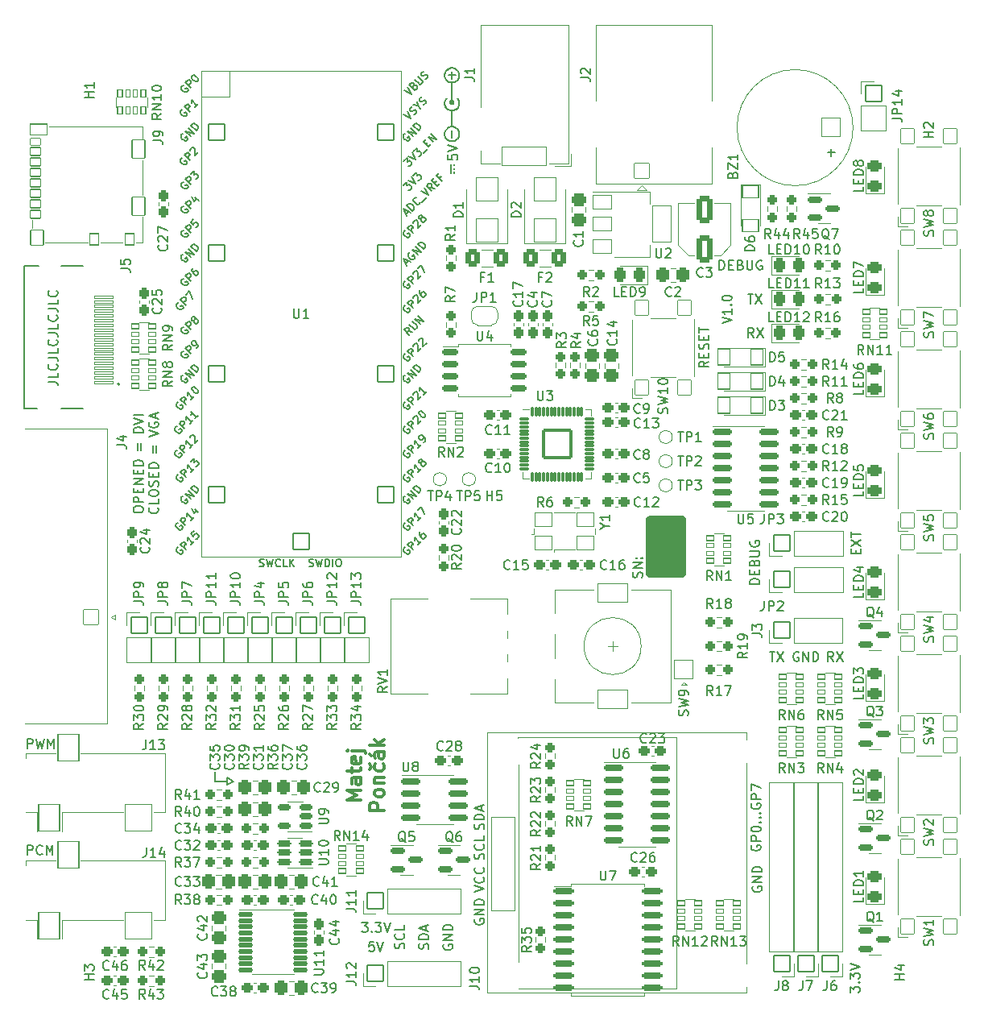
<source format=gto>
G04 #@! TF.GenerationSoftware,KiCad,Pcbnew,(6.99.0-1115-g98f4b1d16c)*
G04 #@! TF.CreationDate,2022-03-30T22:22:08+02:00*
G04 #@! TF.ProjectId,rpi_pico_kit,7270695f-7069-4636-9f5f-6b69742e6b69,1*
G04 #@! TF.SameCoordinates,Original*
G04 #@! TF.FileFunction,Legend,Top*
G04 #@! TF.FilePolarity,Positive*
%FSLAX46Y46*%
G04 Gerber Fmt 4.6, Leading zero omitted, Abs format (unit mm)*
G04 Created by KiCad (PCBNEW (6.99.0-1115-g98f4b1d16c)) date 2022-03-30 22:22:08*
%MOMM*%
%LPD*%
G01*
G04 APERTURE LIST*
G04 Aperture macros list*
%AMRoundRect*
0 Rectangle with rounded corners*
0 $1 Rounding radius*
0 $2 $3 $4 $5 $6 $7 $8 $9 X,Y pos of 4 corners*
0 Add a 4 corners polygon primitive as box body*
4,1,4,$2,$3,$4,$5,$6,$7,$8,$9,$2,$3,0*
0 Add four circle primitives for the rounded corners*
1,1,$1+$1,$2,$3*
1,1,$1+$1,$4,$5*
1,1,$1+$1,$6,$7*
1,1,$1+$1,$8,$9*
0 Add four rect primitives between the rounded corners*
20,1,$1+$1,$2,$3,$4,$5,0*
20,1,$1+$1,$4,$5,$6,$7,0*
20,1,$1+$1,$6,$7,$8,$9,0*
20,1,$1+$1,$8,$9,$2,$3,0*%
%AMFreePoly0*
4,1,35,0.535355,0.785355,0.550000,0.750000,0.550000,-0.750000,0.535355,-0.785355,0.500000,-0.800000,0.000000,-0.800000,-0.012286,-0.794911,-0.071157,-0.794911,-0.085244,-0.792886,-0.221795,-0.752791,-0.234740,-0.746879,-0.354462,-0.669938,-0.365217,-0.660618,-0.458414,-0.553063,-0.466109,-0.541091,-0.525228,-0.411637,-0.529237,-0.397982,-0.549491,-0.257116,-0.550000,-0.250000,-0.550000,0.250000,
-0.549491,0.257116,-0.529237,0.397982,-0.525228,0.411637,-0.466109,0.541091,-0.458414,0.553063,-0.365217,0.660618,-0.354462,0.669938,-0.234740,0.746879,-0.221795,0.752791,-0.085244,0.792886,-0.071157,0.794911,-0.012286,0.794911,0.000000,0.800000,0.500000,0.800000,0.535355,0.785355,0.535355,0.785355,$1*%
%AMFreePoly1*
4,1,35,0.012286,0.794911,0.071157,0.794911,0.085244,0.792886,0.221795,0.752791,0.234740,0.746879,0.354462,0.669938,0.365217,0.660618,0.458414,0.553063,0.466109,0.541091,0.525228,0.411637,0.529237,0.397982,0.549491,0.257116,0.550000,0.250000,0.550000,-0.250000,0.549491,-0.257116,0.529237,-0.397982,0.525228,-0.411637,0.466109,-0.541091,0.458414,-0.553063,0.365217,-0.660618,
0.354462,-0.669938,0.234740,-0.746879,0.221795,-0.752791,0.085244,-0.792886,0.071157,-0.794911,0.012286,-0.794911,0.000000,-0.800000,-0.500000,-0.800000,-0.535355,-0.785355,-0.550000,-0.750000,-0.550000,0.750000,-0.535355,0.785355,-0.500000,0.800000,0.000000,0.800000,0.012286,0.794911,0.012286,0.794911,$1*%
G04 Aperture macros list end*
%ADD10C,0.150000*%
%ADD11C,0.300000*%
%ADD12C,0.200000*%
%ADD13C,0.120000*%
%ADD14C,0.127000*%
%ADD15RoundRect,0.050000X-0.850000X-0.850000X0.850000X-0.850000X0.850000X0.850000X-0.850000X0.850000X0*%
%ADD16O,1.800000X1.800000*%
%ADD17RoundRect,0.287500X-0.250000X-0.237500X0.250000X-0.237500X0.250000X0.237500X-0.250000X0.237500X0*%
%ADD18RoundRect,0.200000X-0.825000X-0.150000X0.825000X-0.150000X0.825000X0.150000X-0.825000X0.150000X0*%
%ADD19RoundRect,0.050000X-0.700000X0.800000X-0.700000X-0.800000X0.700000X-0.800000X0.700000X0.800000X0*%
%ADD20RoundRect,0.050000X1.150000X-1.250000X1.150000X1.250000X-1.150000X1.250000X-1.150000X-1.250000X0*%
%ADD21RoundRect,0.287500X0.300000X0.237500X-0.300000X0.237500X-0.300000X-0.237500X0.300000X-0.237500X0*%
%ADD22C,1.100000*%
%ADD23C,2.800000*%
%ADD24RoundRect,0.050000X1.000000X1.000000X-1.000000X1.000000X-1.000000X-1.000000X1.000000X-1.000000X0*%
%ADD25C,2.100000*%
%ADD26RoundRect,0.050000X1.600000X1.000000X-1.600000X1.000000X-1.600000X-1.000000X1.600000X-1.000000X0*%
%ADD27RoundRect,0.287500X0.250000X0.237500X-0.250000X0.237500X-0.250000X-0.237500X0.250000X-0.237500X0*%
%ADD28RoundRect,0.050000X0.400000X0.250000X-0.400000X0.250000X-0.400000X-0.250000X0.400000X-0.250000X0*%
%ADD29RoundRect,0.050000X0.400000X0.200000X-0.400000X0.200000X-0.400000X-0.200000X0.400000X-0.200000X0*%
%ADD30RoundRect,0.300000X-0.475000X0.337500X-0.475000X-0.337500X0.475000X-0.337500X0.475000X0.337500X0*%
%ADD31RoundRect,0.050000X0.650000X0.850000X-0.650000X0.850000X-0.650000X-0.850000X0.650000X-0.850000X0*%
%ADD32RoundRect,0.300001X0.462499X0.624999X-0.462499X0.624999X-0.462499X-0.624999X0.462499X-0.624999X0*%
%ADD33RoundRect,0.287500X-0.237500X0.250000X-0.237500X-0.250000X0.237500X-0.250000X0.237500X0.250000X0*%
%ADD34RoundRect,0.050000X0.250000X-0.400000X0.250000X0.400000X-0.250000X0.400000X-0.250000X-0.400000X0*%
%ADD35RoundRect,0.050000X0.200000X-0.400000X0.200000X0.400000X-0.200000X0.400000X-0.200000X-0.400000X0*%
%ADD36RoundRect,0.300001X-0.462499X-0.624999X0.462499X-0.624999X0.462499X0.624999X-0.462499X0.624999X0*%
%ADD37RoundRect,0.287500X-0.237500X0.300000X-0.237500X-0.300000X0.237500X-0.300000X0.237500X0.300000X0*%
%ADD38RoundRect,0.287500X0.237500X-0.250000X0.237500X0.250000X-0.237500X0.250000X-0.237500X-0.250000X0*%
%ADD39RoundRect,0.300000X-0.337500X-0.475000X0.337500X-0.475000X0.337500X0.475000X-0.337500X0.475000X0*%
%ADD40RoundRect,0.287500X-0.300000X-0.237500X0.300000X-0.237500X0.300000X0.237500X-0.300000X0.237500X0*%
%ADD41C,1.800000*%
%ADD42RoundRect,0.050000X1.100000X-1.400000X1.100000X1.400000X-1.100000X1.400000X-1.100000X-1.400000X0*%
%ADD43RoundRect,0.050000X1.400000X-1.400000X1.400000X1.400000X-1.400000X1.400000X-1.400000X-1.400000X0*%
%ADD44RoundRect,0.300000X0.450000X-0.325000X0.450000X0.325000X-0.450000X0.325000X-0.450000X-0.325000X0*%
%ADD45C,4.100000*%
%ADD46RoundRect,0.050000X-0.800000X0.800000X-0.800000X-0.800000X0.800000X-0.800000X0.800000X0.800000X0*%
%ADD47C,1.700000*%
%ADD48RoundRect,0.200000X-0.587500X-0.150000X0.587500X-0.150000X0.587500X0.150000X-0.587500X0.150000X0*%
%ADD49RoundRect,0.050000X0.850000X0.850000X-0.850000X0.850000X-0.850000X-0.850000X0.850000X-0.850000X0*%
%ADD50RoundRect,0.300000X0.475000X-0.337500X0.475000X0.337500X-0.475000X0.337500X-0.475000X-0.337500X0*%
%ADD51RoundRect,0.300000X0.337500X0.475000X-0.337500X0.475000X-0.337500X-0.475000X0.337500X-0.475000X0*%
%ADD52RoundRect,0.175000X0.587500X0.125000X-0.587500X0.125000X-0.587500X-0.125000X0.587500X-0.125000X0*%
%ADD53RoundRect,0.050000X-0.400000X-0.250000X0.400000X-0.250000X0.400000X0.250000X-0.400000X0.250000X0*%
%ADD54RoundRect,0.050000X-0.400000X-0.200000X0.400000X-0.200000X0.400000X0.200000X-0.400000X0.200000X0*%
%ADD55RoundRect,0.050000X-0.900000X-0.700000X0.900000X-0.700000X0.900000X0.700000X-0.900000X0.700000X0*%
%ADD56RoundRect,0.300000X-0.325000X-0.450000X0.325000X-0.450000X0.325000X0.450000X-0.325000X0.450000X0*%
%ADD57RoundRect,0.050000X0.850000X-0.850000X0.850000X0.850000X-0.850000X0.850000X-0.850000X-0.850000X0*%
%ADD58RoundRect,0.050000X-1.000000X-0.750000X1.000000X-0.750000X1.000000X0.750000X-1.000000X0.750000X0*%
%ADD59RoundRect,0.050000X-1.000000X-1.900000X1.000000X-1.900000X1.000000X1.900000X-1.000000X1.900000X0*%
%ADD60RoundRect,0.050000X-0.850000X0.650000X-0.850000X-0.650000X0.850000X-0.650000X0.850000X0.650000X0*%
%ADD61C,1.500000*%
%ADD62RoundRect,0.200000X-0.875000X-0.150000X0.875000X-0.150000X0.875000X0.150000X-0.875000X0.150000X0*%
%ADD63RoundRect,0.050000X2.300000X1.000000X-2.300000X1.000000X-2.300000X-1.000000X2.300000X-1.000000X0*%
%ADD64O,4.300000X2.100000*%
%ADD65O,2.100000X4.300000*%
%ADD66RoundRect,0.287500X0.237500X-0.300000X0.237500X0.300000X-0.237500X0.300000X-0.237500X-0.300000X0*%
%ADD67FreePoly0,180.000000*%
%ADD68FreePoly1,180.000000*%
%ADD69C,3.500000*%
%ADD70O,2.100000X1.700000*%
%ADD71RoundRect,0.300000X0.325000X0.450000X-0.325000X0.450000X-0.325000X-0.450000X0.325000X-0.450000X0*%
%ADD72RoundRect,0.050000X0.800000X0.800000X-0.800000X0.800000X-0.800000X-0.800000X0.800000X-0.800000X0*%
%ADD73RoundRect,0.200000X0.512500X0.150000X-0.512500X0.150000X-0.512500X-0.150000X0.512500X-0.150000X0*%
%ADD74RoundRect,0.100000X-0.387500X-0.050000X0.387500X-0.050000X0.387500X0.050000X-0.387500X0.050000X0*%
%ADD75RoundRect,0.100000X-0.050000X-0.387500X0.050000X-0.387500X0.050000X0.387500X-0.050000X0.387500X0*%
%ADD76RoundRect,0.194000X-1.456000X-1.456000X1.456000X-1.456000X1.456000X1.456000X-1.456000X1.456000X0*%
%ADD77C,1.900000*%
%ADD78RoundRect,0.050000X0.550000X-0.425000X0.550000X0.425000X-0.550000X0.425000X-0.550000X-0.425000X0*%
%ADD79RoundRect,0.050000X0.550000X-0.375000X0.550000X0.375000X-0.550000X0.375000X-0.550000X-0.375000X0*%
%ADD80RoundRect,0.050000X0.500000X-0.600000X0.500000X0.600000X-0.500000X0.600000X-0.500000X-0.600000X0*%
%ADD81RoundRect,0.050000X0.675000X-0.775000X0.675000X0.775000X-0.675000X0.775000X-0.675000X-0.775000X0*%
%ADD82RoundRect,0.050000X0.675000X-0.950000X0.675000X0.950000X-0.675000X0.950000X-0.675000X-0.950000X0*%
%ADD83RoundRect,0.050000X0.900000X-0.585000X0.900000X0.585000X-0.900000X0.585000X-0.900000X-0.585000X0*%
%ADD84RoundRect,0.150000X-0.637500X-0.100000X0.637500X-0.100000X0.637500X0.100000X-0.637500X0.100000X0*%
%ADD85RoundRect,0.050000X-0.950000X0.150000X-0.950000X-0.150000X0.950000X-0.150000X0.950000X0.150000X0*%
%ADD86C,2.095000*%
%ADD87RoundRect,0.300000X0.550000X-1.137500X0.550000X1.137500X-0.550000X1.137500X-0.550000X-1.137500X0*%
%ADD88RoundRect,0.200000X-0.650000X-0.150000X0.650000X-0.150000X0.650000X0.150000X-0.650000X0.150000X0*%
G04 APERTURE END LIST*
D10*
X59563000Y-114300000D02*
X60198000Y-113919000D01*
X103886000Y-86106000D02*
X107442000Y-86106000D01*
X107442000Y-86106000D02*
X107696000Y-86360000D01*
X107696000Y-86360000D02*
X107696000Y-92202000D01*
X107696000Y-92202000D02*
X107442000Y-92456000D01*
X107442000Y-92456000D02*
X103886000Y-92456000D01*
X103886000Y-92456000D02*
X103632000Y-92202000D01*
X103632000Y-92202000D02*
X103632000Y-86360000D01*
X103632000Y-86360000D02*
X103886000Y-86106000D01*
G36*
X107696000Y-86360000D02*
G01*
X107696000Y-92202000D01*
X107442000Y-92456000D01*
X103886000Y-92456000D01*
X103632000Y-92202000D01*
X103632000Y-86360000D01*
X103886000Y-86106000D01*
X107442000Y-86106000D01*
X107696000Y-86360000D01*
G37*
X107696000Y-86360000D02*
X107696000Y-92202000D01*
X107442000Y-92456000D01*
X103886000Y-92456000D01*
X103632000Y-92202000D01*
X103632000Y-86360000D01*
X103886000Y-86106000D01*
X107442000Y-86106000D01*
X107696000Y-86360000D01*
X58293000Y-112903000D02*
X58293000Y-113919000D01*
X60198000Y-113919000D02*
X59563000Y-113538000D01*
X58293000Y-113919000D02*
X59563000Y-113919000D01*
X59563000Y-113538000D02*
X59563000Y-114300000D01*
D11*
X73631571Y-115891143D02*
X72131571Y-115891143D01*
X72131571Y-115891143D02*
X73203000Y-115391143D01*
X73203000Y-115391143D02*
X72131571Y-114891143D01*
X72131571Y-114891143D02*
X73631571Y-114891143D01*
X73631571Y-113534000D02*
X72845857Y-113534000D01*
X72845857Y-113534000D02*
X72703000Y-113605428D01*
X72703000Y-113605428D02*
X72631571Y-113748285D01*
X72631571Y-113748285D02*
X72631571Y-114034000D01*
X72631571Y-114034000D02*
X72703000Y-114176857D01*
X73560142Y-113534000D02*
X73631571Y-113676857D01*
X73631571Y-113676857D02*
X73631571Y-114034000D01*
X73631571Y-114034000D02*
X73560142Y-114176857D01*
X73560142Y-114176857D02*
X73417285Y-114248285D01*
X73417285Y-114248285D02*
X73274428Y-114248285D01*
X73274428Y-114248285D02*
X73131571Y-114176857D01*
X73131571Y-114176857D02*
X73060142Y-114034000D01*
X73060142Y-114034000D02*
X73060142Y-113676857D01*
X73060142Y-113676857D02*
X72988714Y-113534000D01*
X72631571Y-113033999D02*
X72631571Y-112462571D01*
X72131571Y-112819714D02*
X73417285Y-112819714D01*
X73417285Y-112819714D02*
X73560142Y-112748285D01*
X73560142Y-112748285D02*
X73631571Y-112605428D01*
X73631571Y-112605428D02*
X73631571Y-112462571D01*
X73560142Y-111391142D02*
X73631571Y-111533999D01*
X73631571Y-111533999D02*
X73631571Y-111819714D01*
X73631571Y-111819714D02*
X73560142Y-111962571D01*
X73560142Y-111962571D02*
X73417285Y-112033999D01*
X73417285Y-112033999D02*
X72845857Y-112033999D01*
X72845857Y-112033999D02*
X72703000Y-111962571D01*
X72703000Y-111962571D02*
X72631571Y-111819714D01*
X72631571Y-111819714D02*
X72631571Y-111533999D01*
X72631571Y-111533999D02*
X72703000Y-111391142D01*
X72703000Y-111391142D02*
X72845857Y-111319714D01*
X72845857Y-111319714D02*
X72988714Y-111319714D01*
X72988714Y-111319714D02*
X73131571Y-112033999D01*
X72631571Y-110676857D02*
X73917285Y-110676857D01*
X73917285Y-110676857D02*
X74060142Y-110748285D01*
X74060142Y-110748285D02*
X74131571Y-110891142D01*
X74131571Y-110891142D02*
X74131571Y-110962571D01*
X72131571Y-110676857D02*
X72203000Y-110748285D01*
X72203000Y-110748285D02*
X72274428Y-110676857D01*
X72274428Y-110676857D02*
X72203000Y-110605428D01*
X72203000Y-110605428D02*
X72131571Y-110676857D01*
X72131571Y-110676857D02*
X72274428Y-110676857D01*
X76061571Y-116962571D02*
X74561571Y-116962571D01*
X74561571Y-116962571D02*
X74561571Y-116391142D01*
X74561571Y-116391142D02*
X74633000Y-116248285D01*
X74633000Y-116248285D02*
X74704428Y-116176856D01*
X74704428Y-116176856D02*
X74847285Y-116105428D01*
X74847285Y-116105428D02*
X75061571Y-116105428D01*
X75061571Y-116105428D02*
X75204428Y-116176856D01*
X75204428Y-116176856D02*
X75275857Y-116248285D01*
X75275857Y-116248285D02*
X75347285Y-116391142D01*
X75347285Y-116391142D02*
X75347285Y-116962571D01*
X76061571Y-115248285D02*
X75990142Y-115391142D01*
X75990142Y-115391142D02*
X75918714Y-115462571D01*
X75918714Y-115462571D02*
X75775857Y-115533999D01*
X75775857Y-115533999D02*
X75347285Y-115533999D01*
X75347285Y-115533999D02*
X75204428Y-115462571D01*
X75204428Y-115462571D02*
X75133000Y-115391142D01*
X75133000Y-115391142D02*
X75061571Y-115248285D01*
X75061571Y-115248285D02*
X75061571Y-115033999D01*
X75061571Y-115033999D02*
X75133000Y-114891142D01*
X75133000Y-114891142D02*
X75204428Y-114819714D01*
X75204428Y-114819714D02*
X75347285Y-114748285D01*
X75347285Y-114748285D02*
X75775857Y-114748285D01*
X75775857Y-114748285D02*
X75918714Y-114819714D01*
X75918714Y-114819714D02*
X75990142Y-114891142D01*
X75990142Y-114891142D02*
X76061571Y-115033999D01*
X76061571Y-115033999D02*
X76061571Y-115248285D01*
X75061571Y-114105428D02*
X76061571Y-114105428D01*
X75204428Y-114105428D02*
X75133000Y-114033999D01*
X75133000Y-114033999D02*
X75061571Y-113891142D01*
X75061571Y-113891142D02*
X75061571Y-113676856D01*
X75061571Y-113676856D02*
X75133000Y-113533999D01*
X75133000Y-113533999D02*
X75275857Y-113462571D01*
X75275857Y-113462571D02*
X76061571Y-113462571D01*
X75990142Y-112105428D02*
X76061571Y-112248285D01*
X76061571Y-112248285D02*
X76061571Y-112533999D01*
X76061571Y-112533999D02*
X75990142Y-112676856D01*
X75990142Y-112676856D02*
X75918714Y-112748285D01*
X75918714Y-112748285D02*
X75775857Y-112819713D01*
X75775857Y-112819713D02*
X75347285Y-112819713D01*
X75347285Y-112819713D02*
X75204428Y-112748285D01*
X75204428Y-112748285D02*
X75133000Y-112676856D01*
X75133000Y-112676856D02*
X75061571Y-112533999D01*
X75061571Y-112533999D02*
X75061571Y-112248285D01*
X75061571Y-112248285D02*
X75133000Y-112105428D01*
X74490142Y-112676856D02*
X74704428Y-112391142D01*
X74704428Y-112391142D02*
X74490142Y-112105428D01*
X76061571Y-110819714D02*
X75275857Y-110819714D01*
X75275857Y-110819714D02*
X75133000Y-110891142D01*
X75133000Y-110891142D02*
X75061571Y-111033999D01*
X75061571Y-111033999D02*
X75061571Y-111319714D01*
X75061571Y-111319714D02*
X75133000Y-111462571D01*
X75990142Y-110819714D02*
X76061571Y-110962571D01*
X76061571Y-110962571D02*
X76061571Y-111319714D01*
X76061571Y-111319714D02*
X75990142Y-111462571D01*
X75990142Y-111462571D02*
X75847285Y-111533999D01*
X75847285Y-111533999D02*
X75704428Y-111533999D01*
X75704428Y-111533999D02*
X75561571Y-111462571D01*
X75561571Y-111462571D02*
X75490142Y-111319714D01*
X75490142Y-111319714D02*
X75490142Y-110962571D01*
X75490142Y-110962571D02*
X75418714Y-110819714D01*
X74490142Y-111033999D02*
X74704428Y-111248285D01*
X76061571Y-110105428D02*
X74561571Y-110105428D01*
X75490142Y-109962571D02*
X76061571Y-109533999D01*
X75061571Y-109533999D02*
X75633000Y-110105428D01*
D10*
X40727380Y-71929048D02*
X41441666Y-71929048D01*
X41441666Y-71929048D02*
X41584523Y-71976667D01*
X41584523Y-71976667D02*
X41679761Y-72071905D01*
X41679761Y-72071905D02*
X41727380Y-72214762D01*
X41727380Y-72214762D02*
X41727380Y-72310000D01*
X41727380Y-70976667D02*
X41727380Y-71452857D01*
X41727380Y-71452857D02*
X40727380Y-71452857D01*
X41632142Y-70071905D02*
X41679761Y-70119524D01*
X41679761Y-70119524D02*
X41727380Y-70262381D01*
X41727380Y-70262381D02*
X41727380Y-70357619D01*
X41727380Y-70357619D02*
X41679761Y-70500476D01*
X41679761Y-70500476D02*
X41584523Y-70595714D01*
X41584523Y-70595714D02*
X41489285Y-70643333D01*
X41489285Y-70643333D02*
X41298809Y-70690952D01*
X41298809Y-70690952D02*
X41155952Y-70690952D01*
X41155952Y-70690952D02*
X40965476Y-70643333D01*
X40965476Y-70643333D02*
X40870238Y-70595714D01*
X40870238Y-70595714D02*
X40775000Y-70500476D01*
X40775000Y-70500476D02*
X40727380Y-70357619D01*
X40727380Y-70357619D02*
X40727380Y-70262381D01*
X40727380Y-70262381D02*
X40775000Y-70119524D01*
X40775000Y-70119524D02*
X40822619Y-70071905D01*
X40727380Y-69357619D02*
X41441666Y-69357619D01*
X41441666Y-69357619D02*
X41584523Y-69405238D01*
X41584523Y-69405238D02*
X41679761Y-69500476D01*
X41679761Y-69500476D02*
X41727380Y-69643333D01*
X41727380Y-69643333D02*
X41727380Y-69738571D01*
X41727380Y-68405238D02*
X41727380Y-68881428D01*
X41727380Y-68881428D02*
X40727380Y-68881428D01*
X41632142Y-67500476D02*
X41679761Y-67548095D01*
X41679761Y-67548095D02*
X41727380Y-67690952D01*
X41727380Y-67690952D02*
X41727380Y-67786190D01*
X41727380Y-67786190D02*
X41679761Y-67929047D01*
X41679761Y-67929047D02*
X41584523Y-68024285D01*
X41584523Y-68024285D02*
X41489285Y-68071904D01*
X41489285Y-68071904D02*
X41298809Y-68119523D01*
X41298809Y-68119523D02*
X41155952Y-68119523D01*
X41155952Y-68119523D02*
X40965476Y-68071904D01*
X40965476Y-68071904D02*
X40870238Y-68024285D01*
X40870238Y-68024285D02*
X40775000Y-67929047D01*
X40775000Y-67929047D02*
X40727380Y-67786190D01*
X40727380Y-67786190D02*
X40727380Y-67690952D01*
X40727380Y-67690952D02*
X40775000Y-67548095D01*
X40775000Y-67548095D02*
X40822619Y-67500476D01*
X40727380Y-66786190D02*
X41441666Y-66786190D01*
X41441666Y-66786190D02*
X41584523Y-66833809D01*
X41584523Y-66833809D02*
X41679761Y-66929047D01*
X41679761Y-66929047D02*
X41727380Y-67071904D01*
X41727380Y-67071904D02*
X41727380Y-67167142D01*
X41727380Y-65833809D02*
X41727380Y-66309999D01*
X41727380Y-66309999D02*
X40727380Y-66309999D01*
X41632142Y-64929047D02*
X41679761Y-64976666D01*
X41679761Y-64976666D02*
X41727380Y-65119523D01*
X41727380Y-65119523D02*
X41727380Y-65214761D01*
X41727380Y-65214761D02*
X41679761Y-65357618D01*
X41679761Y-65357618D02*
X41584523Y-65452856D01*
X41584523Y-65452856D02*
X41489285Y-65500475D01*
X41489285Y-65500475D02*
X41298809Y-65548094D01*
X41298809Y-65548094D02*
X41155952Y-65548094D01*
X41155952Y-65548094D02*
X40965476Y-65500475D01*
X40965476Y-65500475D02*
X40870238Y-65452856D01*
X40870238Y-65452856D02*
X40775000Y-65357618D01*
X40775000Y-65357618D02*
X40727380Y-65214761D01*
X40727380Y-65214761D02*
X40727380Y-65119523D01*
X40727380Y-65119523D02*
X40775000Y-64976666D01*
X40775000Y-64976666D02*
X40822619Y-64929047D01*
X40727380Y-64214761D02*
X41441666Y-64214761D01*
X41441666Y-64214761D02*
X41584523Y-64262380D01*
X41584523Y-64262380D02*
X41679761Y-64357618D01*
X41679761Y-64357618D02*
X41727380Y-64500475D01*
X41727380Y-64500475D02*
X41727380Y-64595713D01*
X41727380Y-63262380D02*
X41727380Y-63738570D01*
X41727380Y-63738570D02*
X40727380Y-63738570D01*
X41632142Y-62357618D02*
X41679761Y-62405237D01*
X41679761Y-62405237D02*
X41727380Y-62548094D01*
X41727380Y-62548094D02*
X41727380Y-62643332D01*
X41727380Y-62643332D02*
X41679761Y-62786189D01*
X41679761Y-62786189D02*
X41584523Y-62881427D01*
X41584523Y-62881427D02*
X41489285Y-62929046D01*
X41489285Y-62929046D02*
X41298809Y-62976665D01*
X41298809Y-62976665D02*
X41155952Y-62976665D01*
X41155952Y-62976665D02*
X40965476Y-62929046D01*
X40965476Y-62929046D02*
X40870238Y-62881427D01*
X40870238Y-62881427D02*
X40775000Y-62786189D01*
X40775000Y-62786189D02*
X40727380Y-62643332D01*
X40727380Y-62643332D02*
X40727380Y-62548094D01*
X40727380Y-62548094D02*
X40775000Y-62405237D01*
X40775000Y-62405237D02*
X40822619Y-62357618D01*
X85606000Y-128396904D02*
X85558380Y-128492142D01*
X85558380Y-128492142D02*
X85558380Y-128634999D01*
X85558380Y-128634999D02*
X85606000Y-128777856D01*
X85606000Y-128777856D02*
X85701238Y-128873094D01*
X85701238Y-128873094D02*
X85796476Y-128920713D01*
X85796476Y-128920713D02*
X85986952Y-128968332D01*
X85986952Y-128968332D02*
X86129809Y-128968332D01*
X86129809Y-128968332D02*
X86320285Y-128920713D01*
X86320285Y-128920713D02*
X86415523Y-128873094D01*
X86415523Y-128873094D02*
X86510761Y-128777856D01*
X86510761Y-128777856D02*
X86558380Y-128634999D01*
X86558380Y-128634999D02*
X86558380Y-128539761D01*
X86558380Y-128539761D02*
X86510761Y-128396904D01*
X86510761Y-128396904D02*
X86463142Y-128349285D01*
X86463142Y-128349285D02*
X86129809Y-128349285D01*
X86129809Y-128349285D02*
X86129809Y-128539761D01*
X86558380Y-127920713D02*
X85558380Y-127920713D01*
X85558380Y-127920713D02*
X86558380Y-127349285D01*
X86558380Y-127349285D02*
X85558380Y-127349285D01*
X86558380Y-126873094D02*
X85558380Y-126873094D01*
X85558380Y-126873094D02*
X85558380Y-126634999D01*
X85558380Y-126634999D02*
X85606000Y-126492142D01*
X85606000Y-126492142D02*
X85701238Y-126396904D01*
X85701238Y-126396904D02*
X85796476Y-126349285D01*
X85796476Y-126349285D02*
X85986952Y-126301666D01*
X85986952Y-126301666D02*
X86129809Y-126301666D01*
X86129809Y-126301666D02*
X86320285Y-126349285D01*
X86320285Y-126349285D02*
X86415523Y-126396904D01*
X86415523Y-126396904D02*
X86510761Y-126492142D01*
X86510761Y-126492142D02*
X86558380Y-126634999D01*
X86558380Y-126634999D02*
X86558380Y-126873094D01*
D12*
X83442142Y-49987142D02*
X83442142Y-49872857D01*
X83099285Y-49987142D02*
X83099285Y-49072857D01*
X83442142Y-49587142D02*
X83442142Y-49472857D01*
X83442142Y-49187142D02*
X83442142Y-49072857D01*
D10*
X119634095Y-100338000D02*
X119538857Y-100290380D01*
X119538857Y-100290380D02*
X119396000Y-100290380D01*
X119396000Y-100290380D02*
X119253143Y-100338000D01*
X119253143Y-100338000D02*
X119157905Y-100433238D01*
X119157905Y-100433238D02*
X119110286Y-100528476D01*
X119110286Y-100528476D02*
X119062667Y-100718952D01*
X119062667Y-100718952D02*
X119062667Y-100861809D01*
X119062667Y-100861809D02*
X119110286Y-101052285D01*
X119110286Y-101052285D02*
X119157905Y-101147523D01*
X119157905Y-101147523D02*
X119253143Y-101242761D01*
X119253143Y-101242761D02*
X119396000Y-101290380D01*
X119396000Y-101290380D02*
X119491238Y-101290380D01*
X119491238Y-101290380D02*
X119634095Y-101242761D01*
X119634095Y-101242761D02*
X119681714Y-101195142D01*
X119681714Y-101195142D02*
X119681714Y-100861809D01*
X119681714Y-100861809D02*
X119491238Y-100861809D01*
X120110286Y-101290380D02*
X120110286Y-100290380D01*
X120110286Y-100290380D02*
X120681714Y-101290380D01*
X120681714Y-101290380D02*
X120681714Y-100290380D01*
X121157905Y-101290380D02*
X121157905Y-100290380D01*
X121157905Y-100290380D02*
X121396000Y-100290380D01*
X121396000Y-100290380D02*
X121538857Y-100338000D01*
X121538857Y-100338000D02*
X121634095Y-100433238D01*
X121634095Y-100433238D02*
X121681714Y-100528476D01*
X121681714Y-100528476D02*
X121729333Y-100718952D01*
X121729333Y-100718952D02*
X121729333Y-100861809D01*
X121729333Y-100861809D02*
X121681714Y-101052285D01*
X121681714Y-101052285D02*
X121634095Y-101147523D01*
X121634095Y-101147523D02*
X121538857Y-101242761D01*
X121538857Y-101242761D02*
X121396000Y-101290380D01*
X121396000Y-101290380D02*
X121157905Y-101290380D01*
X80668761Y-131516285D02*
X80716380Y-131373428D01*
X80716380Y-131373428D02*
X80716380Y-131135333D01*
X80716380Y-131135333D02*
X80668761Y-131040095D01*
X80668761Y-131040095D02*
X80621142Y-130992476D01*
X80621142Y-130992476D02*
X80525904Y-130944857D01*
X80525904Y-130944857D02*
X80430666Y-130944857D01*
X80430666Y-130944857D02*
X80335428Y-130992476D01*
X80335428Y-130992476D02*
X80287809Y-131040095D01*
X80287809Y-131040095D02*
X80240190Y-131135333D01*
X80240190Y-131135333D02*
X80192571Y-131325809D01*
X80192571Y-131325809D02*
X80144952Y-131421047D01*
X80144952Y-131421047D02*
X80097333Y-131468666D01*
X80097333Y-131468666D02*
X80002095Y-131516285D01*
X80002095Y-131516285D02*
X79906857Y-131516285D01*
X79906857Y-131516285D02*
X79811619Y-131468666D01*
X79811619Y-131468666D02*
X79764000Y-131421047D01*
X79764000Y-131421047D02*
X79716380Y-131325809D01*
X79716380Y-131325809D02*
X79716380Y-131087714D01*
X79716380Y-131087714D02*
X79764000Y-130944857D01*
X80716380Y-130516285D02*
X79716380Y-130516285D01*
X79716380Y-130516285D02*
X79716380Y-130278190D01*
X79716380Y-130278190D02*
X79764000Y-130135333D01*
X79764000Y-130135333D02*
X79859238Y-130040095D01*
X79859238Y-130040095D02*
X79954476Y-129992476D01*
X79954476Y-129992476D02*
X80144952Y-129944857D01*
X80144952Y-129944857D02*
X80287809Y-129944857D01*
X80287809Y-129944857D02*
X80478285Y-129992476D01*
X80478285Y-129992476D02*
X80573523Y-130040095D01*
X80573523Y-130040095D02*
X80668761Y-130135333D01*
X80668761Y-130135333D02*
X80716380Y-130278190D01*
X80716380Y-130278190D02*
X80716380Y-130516285D01*
X80430666Y-129563904D02*
X80430666Y-129087714D01*
X80716380Y-129659142D02*
X79716380Y-129325809D01*
X79716380Y-129325809D02*
X80716380Y-128992476D01*
X85558380Y-125539332D02*
X86558380Y-125205999D01*
X86558380Y-125205999D02*
X85558380Y-124872666D01*
X86463142Y-123967904D02*
X86510761Y-124015523D01*
X86510761Y-124015523D02*
X86558380Y-124158380D01*
X86558380Y-124158380D02*
X86558380Y-124253618D01*
X86558380Y-124253618D02*
X86510761Y-124396475D01*
X86510761Y-124396475D02*
X86415523Y-124491713D01*
X86415523Y-124491713D02*
X86320285Y-124539332D01*
X86320285Y-124539332D02*
X86129809Y-124586951D01*
X86129809Y-124586951D02*
X85986952Y-124586951D01*
X85986952Y-124586951D02*
X85796476Y-124539332D01*
X85796476Y-124539332D02*
X85701238Y-124491713D01*
X85701238Y-124491713D02*
X85606000Y-124396475D01*
X85606000Y-124396475D02*
X85558380Y-124253618D01*
X85558380Y-124253618D02*
X85558380Y-124158380D01*
X85558380Y-124158380D02*
X85606000Y-124015523D01*
X85606000Y-124015523D02*
X85653619Y-123967904D01*
X86463142Y-122967904D02*
X86510761Y-123015523D01*
X86510761Y-123015523D02*
X86558380Y-123158380D01*
X86558380Y-123158380D02*
X86558380Y-123253618D01*
X86558380Y-123253618D02*
X86510761Y-123396475D01*
X86510761Y-123396475D02*
X86415523Y-123491713D01*
X86415523Y-123491713D02*
X86320285Y-123539332D01*
X86320285Y-123539332D02*
X86129809Y-123586951D01*
X86129809Y-123586951D02*
X85986952Y-123586951D01*
X85986952Y-123586951D02*
X85796476Y-123539332D01*
X85796476Y-123539332D02*
X85701238Y-123491713D01*
X85701238Y-123491713D02*
X85606000Y-123396475D01*
X85606000Y-123396475D02*
X85558380Y-123253618D01*
X85558380Y-123253618D02*
X85558380Y-123158380D01*
X85558380Y-123158380D02*
X85606000Y-123015523D01*
X85606000Y-123015523D02*
X85653619Y-122967904D01*
D12*
X82804048Y-39695428D02*
X83565953Y-39695428D01*
X83185000Y-40076380D02*
X83185000Y-39314476D01*
D10*
X86510761Y-122094475D02*
X86558380Y-121951618D01*
X86558380Y-121951618D02*
X86558380Y-121713523D01*
X86558380Y-121713523D02*
X86510761Y-121618285D01*
X86510761Y-121618285D02*
X86463142Y-121570666D01*
X86463142Y-121570666D02*
X86367904Y-121523047D01*
X86367904Y-121523047D02*
X86272666Y-121523047D01*
X86272666Y-121523047D02*
X86177428Y-121570666D01*
X86177428Y-121570666D02*
X86129809Y-121618285D01*
X86129809Y-121618285D02*
X86082190Y-121713523D01*
X86082190Y-121713523D02*
X86034571Y-121903999D01*
X86034571Y-121903999D02*
X85986952Y-121999237D01*
X85986952Y-121999237D02*
X85939333Y-122046856D01*
X85939333Y-122046856D02*
X85844095Y-122094475D01*
X85844095Y-122094475D02*
X85748857Y-122094475D01*
X85748857Y-122094475D02*
X85653619Y-122046856D01*
X85653619Y-122046856D02*
X85606000Y-121999237D01*
X85606000Y-121999237D02*
X85558380Y-121903999D01*
X85558380Y-121903999D02*
X85558380Y-121665904D01*
X85558380Y-121665904D02*
X85606000Y-121523047D01*
X86463142Y-120523047D02*
X86510761Y-120570666D01*
X86510761Y-120570666D02*
X86558380Y-120713523D01*
X86558380Y-120713523D02*
X86558380Y-120808761D01*
X86558380Y-120808761D02*
X86510761Y-120951618D01*
X86510761Y-120951618D02*
X86415523Y-121046856D01*
X86415523Y-121046856D02*
X86320285Y-121094475D01*
X86320285Y-121094475D02*
X86129809Y-121142094D01*
X86129809Y-121142094D02*
X85986952Y-121142094D01*
X85986952Y-121142094D02*
X85796476Y-121094475D01*
X85796476Y-121094475D02*
X85701238Y-121046856D01*
X85701238Y-121046856D02*
X85606000Y-120951618D01*
X85606000Y-120951618D02*
X85558380Y-120808761D01*
X85558380Y-120808761D02*
X85558380Y-120713523D01*
X85558380Y-120713523D02*
X85606000Y-120570666D01*
X85606000Y-120570666D02*
X85653619Y-120523047D01*
X86558380Y-119618285D02*
X86558380Y-120094475D01*
X86558380Y-120094475D02*
X85558380Y-120094475D01*
X123277333Y-101290380D02*
X122944000Y-100814190D01*
X122705905Y-101290380D02*
X122705905Y-100290380D01*
X122705905Y-100290380D02*
X123086857Y-100290380D01*
X123086857Y-100290380D02*
X123182095Y-100338000D01*
X123182095Y-100338000D02*
X123229714Y-100385619D01*
X123229714Y-100385619D02*
X123277333Y-100480857D01*
X123277333Y-100480857D02*
X123277333Y-100623714D01*
X123277333Y-100623714D02*
X123229714Y-100718952D01*
X123229714Y-100718952D02*
X123182095Y-100766571D01*
X123182095Y-100766571D02*
X123086857Y-100814190D01*
X123086857Y-100814190D02*
X122705905Y-100814190D01*
X123610667Y-100290380D02*
X124277333Y-101290380D01*
X124277333Y-100290380D02*
X123610667Y-101290380D01*
X110180380Y-69778381D02*
X109704190Y-70111714D01*
X110180380Y-70349809D02*
X109180380Y-70349809D01*
X109180380Y-70349809D02*
X109180380Y-69968857D01*
X109180380Y-69968857D02*
X109228000Y-69873619D01*
X109228000Y-69873619D02*
X109275619Y-69826000D01*
X109275619Y-69826000D02*
X109370857Y-69778381D01*
X109370857Y-69778381D02*
X109513714Y-69778381D01*
X109513714Y-69778381D02*
X109608952Y-69826000D01*
X109608952Y-69826000D02*
X109656571Y-69873619D01*
X109656571Y-69873619D02*
X109704190Y-69968857D01*
X109704190Y-69968857D02*
X109704190Y-70349809D01*
X109656571Y-69349809D02*
X109656571Y-69016476D01*
X110180380Y-68873619D02*
X110180380Y-69349809D01*
X110180380Y-69349809D02*
X109180380Y-69349809D01*
X109180380Y-69349809D02*
X109180380Y-68873619D01*
X110132761Y-68492666D02*
X110180380Y-68349809D01*
X110180380Y-68349809D02*
X110180380Y-68111714D01*
X110180380Y-68111714D02*
X110132761Y-68016476D01*
X110132761Y-68016476D02*
X110085142Y-67968857D01*
X110085142Y-67968857D02*
X109989904Y-67921238D01*
X109989904Y-67921238D02*
X109894666Y-67921238D01*
X109894666Y-67921238D02*
X109799428Y-67968857D01*
X109799428Y-67968857D02*
X109751809Y-68016476D01*
X109751809Y-68016476D02*
X109704190Y-68111714D01*
X109704190Y-68111714D02*
X109656571Y-68302190D01*
X109656571Y-68302190D02*
X109608952Y-68397428D01*
X109608952Y-68397428D02*
X109561333Y-68445047D01*
X109561333Y-68445047D02*
X109466095Y-68492666D01*
X109466095Y-68492666D02*
X109370857Y-68492666D01*
X109370857Y-68492666D02*
X109275619Y-68445047D01*
X109275619Y-68445047D02*
X109228000Y-68397428D01*
X109228000Y-68397428D02*
X109180380Y-68302190D01*
X109180380Y-68302190D02*
X109180380Y-68064095D01*
X109180380Y-68064095D02*
X109228000Y-67921238D01*
X109656571Y-67492666D02*
X109656571Y-67159333D01*
X110180380Y-67016476D02*
X110180380Y-67492666D01*
X110180380Y-67492666D02*
X109180380Y-67492666D01*
X109180380Y-67492666D02*
X109180380Y-67016476D01*
X109180380Y-66730761D02*
X109180380Y-66159333D01*
X110180380Y-66445047D02*
X109180380Y-66445047D01*
X114300095Y-62698380D02*
X114871523Y-62698380D01*
X114585809Y-63698380D02*
X114585809Y-62698380D01*
X115109619Y-62698380D02*
X115776285Y-63698380D01*
X115776285Y-62698380D02*
X115109619Y-63698380D01*
X116586095Y-100290380D02*
X117157523Y-100290380D01*
X116871809Y-101290380D02*
X116871809Y-100290380D01*
X117395619Y-100290380D02*
X118062285Y-101290380D01*
X118062285Y-100290380D02*
X117395619Y-101290380D01*
X38544667Y-121610380D02*
X38544667Y-120610380D01*
X38544667Y-120610380D02*
X38925619Y-120610380D01*
X38925619Y-120610380D02*
X39020857Y-120658000D01*
X39020857Y-120658000D02*
X39068476Y-120705619D01*
X39068476Y-120705619D02*
X39116095Y-120800857D01*
X39116095Y-120800857D02*
X39116095Y-120943714D01*
X39116095Y-120943714D02*
X39068476Y-121038952D01*
X39068476Y-121038952D02*
X39020857Y-121086571D01*
X39020857Y-121086571D02*
X38925619Y-121134190D01*
X38925619Y-121134190D02*
X38544667Y-121134190D01*
X40116095Y-121515142D02*
X40068476Y-121562761D01*
X40068476Y-121562761D02*
X39925619Y-121610380D01*
X39925619Y-121610380D02*
X39830381Y-121610380D01*
X39830381Y-121610380D02*
X39687524Y-121562761D01*
X39687524Y-121562761D02*
X39592286Y-121467523D01*
X39592286Y-121467523D02*
X39544667Y-121372285D01*
X39544667Y-121372285D02*
X39497048Y-121181809D01*
X39497048Y-121181809D02*
X39497048Y-121038952D01*
X39497048Y-121038952D02*
X39544667Y-120848476D01*
X39544667Y-120848476D02*
X39592286Y-120753238D01*
X39592286Y-120753238D02*
X39687524Y-120658000D01*
X39687524Y-120658000D02*
X39830381Y-120610380D01*
X39830381Y-120610380D02*
X39925619Y-120610380D01*
X39925619Y-120610380D02*
X40068476Y-120658000D01*
X40068476Y-120658000D02*
X40116095Y-120705619D01*
X40544667Y-121610380D02*
X40544667Y-120610380D01*
X40544667Y-120610380D02*
X40878000Y-121324666D01*
X40878000Y-121324666D02*
X41211333Y-120610380D01*
X41211333Y-120610380D02*
X41211333Y-121610380D01*
X125658571Y-89971428D02*
X125658571Y-89638095D01*
X126182380Y-89495238D02*
X126182380Y-89971428D01*
X126182380Y-89971428D02*
X125182380Y-89971428D01*
X125182380Y-89971428D02*
X125182380Y-89495238D01*
X125182380Y-89161904D02*
X126182380Y-88495238D01*
X125182380Y-88495238D02*
X126182380Y-89161904D01*
X125182380Y-88257142D02*
X125182380Y-87685714D01*
X126182380Y-87971428D02*
X125182380Y-87971428D01*
X82764380Y-48069476D02*
X82764380Y-48545666D01*
X82764380Y-48545666D02*
X83240571Y-48593285D01*
X83240571Y-48593285D02*
X83192952Y-48545666D01*
X83192952Y-48545666D02*
X83145333Y-48450428D01*
X83145333Y-48450428D02*
X83145333Y-48212333D01*
X83145333Y-48212333D02*
X83192952Y-48117095D01*
X83192952Y-48117095D02*
X83240571Y-48069476D01*
X83240571Y-48069476D02*
X83335809Y-48021857D01*
X83335809Y-48021857D02*
X83573904Y-48021857D01*
X83573904Y-48021857D02*
X83669142Y-48069476D01*
X83669142Y-48069476D02*
X83716761Y-48117095D01*
X83716761Y-48117095D02*
X83764380Y-48212333D01*
X83764380Y-48212333D02*
X83764380Y-48450428D01*
X83764380Y-48450428D02*
X83716761Y-48545666D01*
X83716761Y-48545666D02*
X83669142Y-48593285D01*
X82764380Y-47736142D02*
X83764380Y-47402809D01*
X83764380Y-47402809D02*
X82764380Y-47069476D01*
X114689000Y-120633761D02*
X114641380Y-120728999D01*
X114641380Y-120728999D02*
X114641380Y-120871856D01*
X114641380Y-120871856D02*
X114689000Y-121014713D01*
X114689000Y-121014713D02*
X114784238Y-121109951D01*
X114784238Y-121109951D02*
X114879476Y-121157570D01*
X114879476Y-121157570D02*
X115069952Y-121205189D01*
X115069952Y-121205189D02*
X115212809Y-121205189D01*
X115212809Y-121205189D02*
X115403285Y-121157570D01*
X115403285Y-121157570D02*
X115498523Y-121109951D01*
X115498523Y-121109951D02*
X115593761Y-121014713D01*
X115593761Y-121014713D02*
X115641380Y-120871856D01*
X115641380Y-120871856D02*
X115641380Y-120776618D01*
X115641380Y-120776618D02*
X115593761Y-120633761D01*
X115593761Y-120633761D02*
X115546142Y-120586142D01*
X115546142Y-120586142D02*
X115212809Y-120586142D01*
X115212809Y-120586142D02*
X115212809Y-120776618D01*
X115641380Y-120157570D02*
X114641380Y-120157570D01*
X114641380Y-120157570D02*
X114641380Y-119776618D01*
X114641380Y-119776618D02*
X114689000Y-119681380D01*
X114689000Y-119681380D02*
X114736619Y-119633761D01*
X114736619Y-119633761D02*
X114831857Y-119586142D01*
X114831857Y-119586142D02*
X114974714Y-119586142D01*
X114974714Y-119586142D02*
X115069952Y-119633761D01*
X115069952Y-119633761D02*
X115117571Y-119681380D01*
X115117571Y-119681380D02*
X115165190Y-119776618D01*
X115165190Y-119776618D02*
X115165190Y-120157570D01*
X114641380Y-118967094D02*
X114641380Y-118871856D01*
X114641380Y-118871856D02*
X114689000Y-118776618D01*
X114689000Y-118776618D02*
X114736619Y-118728999D01*
X114736619Y-118728999D02*
X114831857Y-118681380D01*
X114831857Y-118681380D02*
X115022333Y-118633761D01*
X115022333Y-118633761D02*
X115260428Y-118633761D01*
X115260428Y-118633761D02*
X115450904Y-118681380D01*
X115450904Y-118681380D02*
X115546142Y-118728999D01*
X115546142Y-118728999D02*
X115593761Y-118776618D01*
X115593761Y-118776618D02*
X115641380Y-118871856D01*
X115641380Y-118871856D02*
X115641380Y-118967094D01*
X115641380Y-118967094D02*
X115593761Y-119062332D01*
X115593761Y-119062332D02*
X115546142Y-119109951D01*
X115546142Y-119109951D02*
X115450904Y-119157570D01*
X115450904Y-119157570D02*
X115260428Y-119205189D01*
X115260428Y-119205189D02*
X115022333Y-119205189D01*
X115022333Y-119205189D02*
X114831857Y-119157570D01*
X114831857Y-119157570D02*
X114736619Y-119109951D01*
X114736619Y-119109951D02*
X114689000Y-119062332D01*
X114689000Y-119062332D02*
X114641380Y-118967094D01*
X115546142Y-118205189D02*
X115593761Y-118157570D01*
X115593761Y-118157570D02*
X115641380Y-118205189D01*
X115641380Y-118205189D02*
X115593761Y-118252808D01*
X115593761Y-118252808D02*
X115546142Y-118205189D01*
X115546142Y-118205189D02*
X115641380Y-118205189D01*
X115546142Y-117728999D02*
X115593761Y-117681380D01*
X115593761Y-117681380D02*
X115641380Y-117728999D01*
X115641380Y-117728999D02*
X115593761Y-117776618D01*
X115593761Y-117776618D02*
X115546142Y-117728999D01*
X115546142Y-117728999D02*
X115641380Y-117728999D01*
X115546142Y-117252809D02*
X115593761Y-117205190D01*
X115593761Y-117205190D02*
X115641380Y-117252809D01*
X115641380Y-117252809D02*
X115593761Y-117300428D01*
X115593761Y-117300428D02*
X115546142Y-117252809D01*
X115546142Y-117252809D02*
X115641380Y-117252809D01*
X114689000Y-116252810D02*
X114641380Y-116348048D01*
X114641380Y-116348048D02*
X114641380Y-116490905D01*
X114641380Y-116490905D02*
X114689000Y-116633762D01*
X114689000Y-116633762D02*
X114784238Y-116729000D01*
X114784238Y-116729000D02*
X114879476Y-116776619D01*
X114879476Y-116776619D02*
X115069952Y-116824238D01*
X115069952Y-116824238D02*
X115212809Y-116824238D01*
X115212809Y-116824238D02*
X115403285Y-116776619D01*
X115403285Y-116776619D02*
X115498523Y-116729000D01*
X115498523Y-116729000D02*
X115593761Y-116633762D01*
X115593761Y-116633762D02*
X115641380Y-116490905D01*
X115641380Y-116490905D02*
X115641380Y-116395667D01*
X115641380Y-116395667D02*
X115593761Y-116252810D01*
X115593761Y-116252810D02*
X115546142Y-116205191D01*
X115546142Y-116205191D02*
X115212809Y-116205191D01*
X115212809Y-116205191D02*
X115212809Y-116395667D01*
X115641380Y-115776619D02*
X114641380Y-115776619D01*
X114641380Y-115776619D02*
X114641380Y-115395667D01*
X114641380Y-115395667D02*
X114689000Y-115300429D01*
X114689000Y-115300429D02*
X114736619Y-115252810D01*
X114736619Y-115252810D02*
X114831857Y-115205191D01*
X114831857Y-115205191D02*
X114974714Y-115205191D01*
X114974714Y-115205191D02*
X115069952Y-115252810D01*
X115069952Y-115252810D02*
X115117571Y-115300429D01*
X115117571Y-115300429D02*
X115165190Y-115395667D01*
X115165190Y-115395667D02*
X115165190Y-115776619D01*
X114641380Y-114871857D02*
X114641380Y-114205191D01*
X114641380Y-114205191D02*
X115641380Y-114633762D01*
X115514380Y-93170094D02*
X114514380Y-93170094D01*
X114514380Y-93170094D02*
X114514380Y-92931999D01*
X114514380Y-92931999D02*
X114562000Y-92789142D01*
X114562000Y-92789142D02*
X114657238Y-92693904D01*
X114657238Y-92693904D02*
X114752476Y-92646285D01*
X114752476Y-92646285D02*
X114942952Y-92598666D01*
X114942952Y-92598666D02*
X115085809Y-92598666D01*
X115085809Y-92598666D02*
X115276285Y-92646285D01*
X115276285Y-92646285D02*
X115371523Y-92693904D01*
X115371523Y-92693904D02*
X115466761Y-92789142D01*
X115466761Y-92789142D02*
X115514380Y-92931999D01*
X115514380Y-92931999D02*
X115514380Y-93170094D01*
X114990571Y-92170094D02*
X114990571Y-91836761D01*
X115514380Y-91693904D02*
X115514380Y-92170094D01*
X115514380Y-92170094D02*
X114514380Y-92170094D01*
X114514380Y-92170094D02*
X114514380Y-91693904D01*
X114990571Y-90931999D02*
X115038190Y-90789142D01*
X115038190Y-90789142D02*
X115085809Y-90741523D01*
X115085809Y-90741523D02*
X115181047Y-90693904D01*
X115181047Y-90693904D02*
X115323904Y-90693904D01*
X115323904Y-90693904D02*
X115419142Y-90741523D01*
X115419142Y-90741523D02*
X115466761Y-90789142D01*
X115466761Y-90789142D02*
X115514380Y-90884380D01*
X115514380Y-90884380D02*
X115514380Y-91265332D01*
X115514380Y-91265332D02*
X114514380Y-91265332D01*
X114514380Y-91265332D02*
X114514380Y-90931999D01*
X114514380Y-90931999D02*
X114562000Y-90836761D01*
X114562000Y-90836761D02*
X114609619Y-90789142D01*
X114609619Y-90789142D02*
X114704857Y-90741523D01*
X114704857Y-90741523D02*
X114800095Y-90741523D01*
X114800095Y-90741523D02*
X114895333Y-90789142D01*
X114895333Y-90789142D02*
X114942952Y-90836761D01*
X114942952Y-90836761D02*
X114990571Y-90931999D01*
X114990571Y-90931999D02*
X114990571Y-91265332D01*
X114514380Y-90265332D02*
X115323904Y-90265332D01*
X115323904Y-90265332D02*
X115419142Y-90217713D01*
X115419142Y-90217713D02*
X115466761Y-90170094D01*
X115466761Y-90170094D02*
X115514380Y-90074856D01*
X115514380Y-90074856D02*
X115514380Y-89884380D01*
X115514380Y-89884380D02*
X115466761Y-89789142D01*
X115466761Y-89789142D02*
X115419142Y-89741523D01*
X115419142Y-89741523D02*
X115323904Y-89693904D01*
X115323904Y-89693904D02*
X114514380Y-89693904D01*
X114562000Y-88693904D02*
X114514380Y-88789142D01*
X114514380Y-88789142D02*
X114514380Y-88931999D01*
X114514380Y-88931999D02*
X114562000Y-89074856D01*
X114562000Y-89074856D02*
X114657238Y-89170094D01*
X114657238Y-89170094D02*
X114752476Y-89217713D01*
X114752476Y-89217713D02*
X114942952Y-89265332D01*
X114942952Y-89265332D02*
X115085809Y-89265332D01*
X115085809Y-89265332D02*
X115276285Y-89217713D01*
X115276285Y-89217713D02*
X115371523Y-89170094D01*
X115371523Y-89170094D02*
X115466761Y-89074856D01*
X115466761Y-89074856D02*
X115514380Y-88931999D01*
X115514380Y-88931999D02*
X115514380Y-88836761D01*
X115514380Y-88836761D02*
X115466761Y-88693904D01*
X115466761Y-88693904D02*
X115419142Y-88646285D01*
X115419142Y-88646285D02*
X115085809Y-88646285D01*
X115085809Y-88646285D02*
X115085809Y-88836761D01*
X82304000Y-131063904D02*
X82256380Y-131159142D01*
X82256380Y-131159142D02*
X82256380Y-131301999D01*
X82256380Y-131301999D02*
X82304000Y-131444856D01*
X82304000Y-131444856D02*
X82399238Y-131540094D01*
X82399238Y-131540094D02*
X82494476Y-131587713D01*
X82494476Y-131587713D02*
X82684952Y-131635332D01*
X82684952Y-131635332D02*
X82827809Y-131635332D01*
X82827809Y-131635332D02*
X83018285Y-131587713D01*
X83018285Y-131587713D02*
X83113523Y-131540094D01*
X83113523Y-131540094D02*
X83208761Y-131444856D01*
X83208761Y-131444856D02*
X83256380Y-131301999D01*
X83256380Y-131301999D02*
X83256380Y-131206761D01*
X83256380Y-131206761D02*
X83208761Y-131063904D01*
X83208761Y-131063904D02*
X83161142Y-131016285D01*
X83161142Y-131016285D02*
X82827809Y-131016285D01*
X82827809Y-131016285D02*
X82827809Y-131206761D01*
X83256380Y-130587713D02*
X82256380Y-130587713D01*
X82256380Y-130587713D02*
X83256380Y-130016285D01*
X83256380Y-130016285D02*
X82256380Y-130016285D01*
X83256380Y-129540094D02*
X82256380Y-129540094D01*
X82256380Y-129540094D02*
X82256380Y-129301999D01*
X82256380Y-129301999D02*
X82304000Y-129159142D01*
X82304000Y-129159142D02*
X82399238Y-129063904D01*
X82399238Y-129063904D02*
X82494476Y-129016285D01*
X82494476Y-129016285D02*
X82684952Y-128968666D01*
X82684952Y-128968666D02*
X82827809Y-128968666D01*
X82827809Y-128968666D02*
X83018285Y-129016285D01*
X83018285Y-129016285D02*
X83113523Y-129063904D01*
X83113523Y-129063904D02*
X83208761Y-129159142D01*
X83208761Y-129159142D02*
X83256380Y-129301999D01*
X83256380Y-129301999D02*
X83256380Y-129540094D01*
X125055380Y-136096189D02*
X125055380Y-135477142D01*
X125055380Y-135477142D02*
X125436333Y-135810475D01*
X125436333Y-135810475D02*
X125436333Y-135667618D01*
X125436333Y-135667618D02*
X125483952Y-135572380D01*
X125483952Y-135572380D02*
X125531571Y-135524761D01*
X125531571Y-135524761D02*
X125626809Y-135477142D01*
X125626809Y-135477142D02*
X125864904Y-135477142D01*
X125864904Y-135477142D02*
X125960142Y-135524761D01*
X125960142Y-135524761D02*
X126007761Y-135572380D01*
X126007761Y-135572380D02*
X126055380Y-135667618D01*
X126055380Y-135667618D02*
X126055380Y-135953332D01*
X126055380Y-135953332D02*
X126007761Y-136048570D01*
X126007761Y-136048570D02*
X125960142Y-136096189D01*
X125960142Y-135048570D02*
X126007761Y-135000951D01*
X126007761Y-135000951D02*
X126055380Y-135048570D01*
X126055380Y-135048570D02*
X126007761Y-135096189D01*
X126007761Y-135096189D02*
X125960142Y-135048570D01*
X125960142Y-135048570D02*
X126055380Y-135048570D01*
X125055380Y-134667618D02*
X125055380Y-134048571D01*
X125055380Y-134048571D02*
X125436333Y-134381904D01*
X125436333Y-134381904D02*
X125436333Y-134239047D01*
X125436333Y-134239047D02*
X125483952Y-134143809D01*
X125483952Y-134143809D02*
X125531571Y-134096190D01*
X125531571Y-134096190D02*
X125626809Y-134048571D01*
X125626809Y-134048571D02*
X125864904Y-134048571D01*
X125864904Y-134048571D02*
X125960142Y-134096190D01*
X125960142Y-134096190D02*
X126007761Y-134143809D01*
X126007761Y-134143809D02*
X126055380Y-134239047D01*
X126055380Y-134239047D02*
X126055380Y-134524761D01*
X126055380Y-134524761D02*
X126007761Y-134619999D01*
X126007761Y-134619999D02*
X125960142Y-134667618D01*
X125055380Y-133762856D02*
X126055380Y-133429523D01*
X126055380Y-133429523D02*
X125055380Y-133096190D01*
X111299905Y-60142380D02*
X111299905Y-59142380D01*
X111299905Y-59142380D02*
X111538000Y-59142380D01*
X111538000Y-59142380D02*
X111680857Y-59190000D01*
X111680857Y-59190000D02*
X111776095Y-59285238D01*
X111776095Y-59285238D02*
X111823714Y-59380476D01*
X111823714Y-59380476D02*
X111871333Y-59570952D01*
X111871333Y-59570952D02*
X111871333Y-59713809D01*
X111871333Y-59713809D02*
X111823714Y-59904285D01*
X111823714Y-59904285D02*
X111776095Y-59999523D01*
X111776095Y-59999523D02*
X111680857Y-60094761D01*
X111680857Y-60094761D02*
X111538000Y-60142380D01*
X111538000Y-60142380D02*
X111299905Y-60142380D01*
X112299905Y-59618571D02*
X112633238Y-59618571D01*
X112776095Y-60142380D02*
X112299905Y-60142380D01*
X112299905Y-60142380D02*
X112299905Y-59142380D01*
X112299905Y-59142380D02*
X112776095Y-59142380D01*
X113538000Y-59618571D02*
X113680857Y-59666190D01*
X113680857Y-59666190D02*
X113728476Y-59713809D01*
X113728476Y-59713809D02*
X113776095Y-59809047D01*
X113776095Y-59809047D02*
X113776095Y-59951904D01*
X113776095Y-59951904D02*
X113728476Y-60047142D01*
X113728476Y-60047142D02*
X113680857Y-60094761D01*
X113680857Y-60094761D02*
X113585619Y-60142380D01*
X113585619Y-60142380D02*
X113204667Y-60142380D01*
X113204667Y-60142380D02*
X113204667Y-59142380D01*
X113204667Y-59142380D02*
X113538000Y-59142380D01*
X113538000Y-59142380D02*
X113633238Y-59190000D01*
X113633238Y-59190000D02*
X113680857Y-59237619D01*
X113680857Y-59237619D02*
X113728476Y-59332857D01*
X113728476Y-59332857D02*
X113728476Y-59428095D01*
X113728476Y-59428095D02*
X113680857Y-59523333D01*
X113680857Y-59523333D02*
X113633238Y-59570952D01*
X113633238Y-59570952D02*
X113538000Y-59618571D01*
X113538000Y-59618571D02*
X113204667Y-59618571D01*
X114204667Y-59142380D02*
X114204667Y-59951904D01*
X114204667Y-59951904D02*
X114252286Y-60047142D01*
X114252286Y-60047142D02*
X114299905Y-60094761D01*
X114299905Y-60094761D02*
X114395143Y-60142380D01*
X114395143Y-60142380D02*
X114585619Y-60142380D01*
X114585619Y-60142380D02*
X114680857Y-60094761D01*
X114680857Y-60094761D02*
X114728476Y-60047142D01*
X114728476Y-60047142D02*
X114776095Y-59951904D01*
X114776095Y-59951904D02*
X114776095Y-59142380D01*
X115776095Y-59190000D02*
X115680857Y-59142380D01*
X115680857Y-59142380D02*
X115538000Y-59142380D01*
X115538000Y-59142380D02*
X115395143Y-59190000D01*
X115395143Y-59190000D02*
X115299905Y-59285238D01*
X115299905Y-59285238D02*
X115252286Y-59380476D01*
X115252286Y-59380476D02*
X115204667Y-59570952D01*
X115204667Y-59570952D02*
X115204667Y-59713809D01*
X115204667Y-59713809D02*
X115252286Y-59904285D01*
X115252286Y-59904285D02*
X115299905Y-59999523D01*
X115299905Y-59999523D02*
X115395143Y-60094761D01*
X115395143Y-60094761D02*
X115538000Y-60142380D01*
X115538000Y-60142380D02*
X115633238Y-60142380D01*
X115633238Y-60142380D02*
X115776095Y-60094761D01*
X115776095Y-60094761D02*
X115823714Y-60047142D01*
X115823714Y-60047142D02*
X115823714Y-59713809D01*
X115823714Y-59713809D02*
X115633238Y-59713809D01*
X114895333Y-67254380D02*
X114562000Y-66778190D01*
X114323905Y-67254380D02*
X114323905Y-66254380D01*
X114323905Y-66254380D02*
X114704857Y-66254380D01*
X114704857Y-66254380D02*
X114800095Y-66302000D01*
X114800095Y-66302000D02*
X114847714Y-66349619D01*
X114847714Y-66349619D02*
X114895333Y-66444857D01*
X114895333Y-66444857D02*
X114895333Y-66587714D01*
X114895333Y-66587714D02*
X114847714Y-66682952D01*
X114847714Y-66682952D02*
X114800095Y-66730571D01*
X114800095Y-66730571D02*
X114704857Y-66778190D01*
X114704857Y-66778190D02*
X114323905Y-66778190D01*
X115228667Y-66254380D02*
X115895333Y-67254380D01*
X115895333Y-66254380D02*
X115228667Y-67254380D01*
X86510761Y-118943285D02*
X86558380Y-118800428D01*
X86558380Y-118800428D02*
X86558380Y-118562333D01*
X86558380Y-118562333D02*
X86510761Y-118467095D01*
X86510761Y-118467095D02*
X86463142Y-118419476D01*
X86463142Y-118419476D02*
X86367904Y-118371857D01*
X86367904Y-118371857D02*
X86272666Y-118371857D01*
X86272666Y-118371857D02*
X86177428Y-118419476D01*
X86177428Y-118419476D02*
X86129809Y-118467095D01*
X86129809Y-118467095D02*
X86082190Y-118562333D01*
X86082190Y-118562333D02*
X86034571Y-118752809D01*
X86034571Y-118752809D02*
X85986952Y-118848047D01*
X85986952Y-118848047D02*
X85939333Y-118895666D01*
X85939333Y-118895666D02*
X85844095Y-118943285D01*
X85844095Y-118943285D02*
X85748857Y-118943285D01*
X85748857Y-118943285D02*
X85653619Y-118895666D01*
X85653619Y-118895666D02*
X85606000Y-118848047D01*
X85606000Y-118848047D02*
X85558380Y-118752809D01*
X85558380Y-118752809D02*
X85558380Y-118514714D01*
X85558380Y-118514714D02*
X85606000Y-118371857D01*
X86558380Y-117943285D02*
X85558380Y-117943285D01*
X85558380Y-117943285D02*
X85558380Y-117705190D01*
X85558380Y-117705190D02*
X85606000Y-117562333D01*
X85606000Y-117562333D02*
X85701238Y-117467095D01*
X85701238Y-117467095D02*
X85796476Y-117419476D01*
X85796476Y-117419476D02*
X85986952Y-117371857D01*
X85986952Y-117371857D02*
X86129809Y-117371857D01*
X86129809Y-117371857D02*
X86320285Y-117419476D01*
X86320285Y-117419476D02*
X86415523Y-117467095D01*
X86415523Y-117467095D02*
X86510761Y-117562333D01*
X86510761Y-117562333D02*
X86558380Y-117705190D01*
X86558380Y-117705190D02*
X86558380Y-117943285D01*
X86272666Y-116990904D02*
X86272666Y-116514714D01*
X86558380Y-117086142D02*
X85558380Y-116752809D01*
X85558380Y-116752809D02*
X86558380Y-116419476D01*
X114816000Y-124967904D02*
X114768380Y-125063142D01*
X114768380Y-125063142D02*
X114768380Y-125205999D01*
X114768380Y-125205999D02*
X114816000Y-125348856D01*
X114816000Y-125348856D02*
X114911238Y-125444094D01*
X114911238Y-125444094D02*
X115006476Y-125491713D01*
X115006476Y-125491713D02*
X115196952Y-125539332D01*
X115196952Y-125539332D02*
X115339809Y-125539332D01*
X115339809Y-125539332D02*
X115530285Y-125491713D01*
X115530285Y-125491713D02*
X115625523Y-125444094D01*
X115625523Y-125444094D02*
X115720761Y-125348856D01*
X115720761Y-125348856D02*
X115768380Y-125205999D01*
X115768380Y-125205999D02*
X115768380Y-125110761D01*
X115768380Y-125110761D02*
X115720761Y-124967904D01*
X115720761Y-124967904D02*
X115673142Y-124920285D01*
X115673142Y-124920285D02*
X115339809Y-124920285D01*
X115339809Y-124920285D02*
X115339809Y-125110761D01*
X115768380Y-124491713D02*
X114768380Y-124491713D01*
X114768380Y-124491713D02*
X115768380Y-123920285D01*
X115768380Y-123920285D02*
X114768380Y-123920285D01*
X115768380Y-123444094D02*
X114768380Y-123444094D01*
X114768380Y-123444094D02*
X114768380Y-123205999D01*
X114768380Y-123205999D02*
X114816000Y-123063142D01*
X114816000Y-123063142D02*
X114911238Y-122967904D01*
X114911238Y-122967904D02*
X115006476Y-122920285D01*
X115006476Y-122920285D02*
X115196952Y-122872666D01*
X115196952Y-122872666D02*
X115339809Y-122872666D01*
X115339809Y-122872666D02*
X115530285Y-122920285D01*
X115530285Y-122920285D02*
X115625523Y-122967904D01*
X115625523Y-122967904D02*
X115720761Y-123063142D01*
X115720761Y-123063142D02*
X115768380Y-123205999D01*
X115768380Y-123205999D02*
X115768380Y-123444094D01*
X111593380Y-65785808D02*
X112593380Y-65452475D01*
X112593380Y-65452475D02*
X111593380Y-65119142D01*
X112593380Y-64261999D02*
X112593380Y-64833427D01*
X112593380Y-64547713D02*
X111593380Y-64547713D01*
X111593380Y-64547713D02*
X111736238Y-64642951D01*
X111736238Y-64642951D02*
X111831476Y-64738189D01*
X111831476Y-64738189D02*
X111879095Y-64833427D01*
X112498142Y-63833427D02*
X112545761Y-63785808D01*
X112545761Y-63785808D02*
X112593380Y-63833427D01*
X112593380Y-63833427D02*
X112545761Y-63881046D01*
X112545761Y-63881046D02*
X112498142Y-63833427D01*
X112498142Y-63833427D02*
X112593380Y-63833427D01*
X111593380Y-63166761D02*
X111593380Y-63071523D01*
X111593380Y-63071523D02*
X111641000Y-62976285D01*
X111641000Y-62976285D02*
X111688619Y-62928666D01*
X111688619Y-62928666D02*
X111783857Y-62881047D01*
X111783857Y-62881047D02*
X111974333Y-62833428D01*
X111974333Y-62833428D02*
X112212428Y-62833428D01*
X112212428Y-62833428D02*
X112402904Y-62881047D01*
X112402904Y-62881047D02*
X112498142Y-62928666D01*
X112498142Y-62928666D02*
X112545761Y-62976285D01*
X112545761Y-62976285D02*
X112593380Y-63071523D01*
X112593380Y-63071523D02*
X112593380Y-63166761D01*
X112593380Y-63166761D02*
X112545761Y-63261999D01*
X112545761Y-63261999D02*
X112498142Y-63309618D01*
X112498142Y-63309618D02*
X112402904Y-63357237D01*
X112402904Y-63357237D02*
X112212428Y-63404856D01*
X112212428Y-63404856D02*
X111974333Y-63404856D01*
X111974333Y-63404856D02*
X111783857Y-63357237D01*
X111783857Y-63357237D02*
X111688619Y-63309618D01*
X111688619Y-63309618D02*
X111641000Y-63261999D01*
X111641000Y-63261999D02*
X111593380Y-63166761D01*
X103147761Y-92487618D02*
X103195380Y-92344761D01*
X103195380Y-92344761D02*
X103195380Y-92106666D01*
X103195380Y-92106666D02*
X103147761Y-92011428D01*
X103147761Y-92011428D02*
X103100142Y-91963809D01*
X103100142Y-91963809D02*
X103004904Y-91916190D01*
X103004904Y-91916190D02*
X102909666Y-91916190D01*
X102909666Y-91916190D02*
X102814428Y-91963809D01*
X102814428Y-91963809D02*
X102766809Y-92011428D01*
X102766809Y-92011428D02*
X102719190Y-92106666D01*
X102719190Y-92106666D02*
X102671571Y-92297142D01*
X102671571Y-92297142D02*
X102623952Y-92392380D01*
X102623952Y-92392380D02*
X102576333Y-92439999D01*
X102576333Y-92439999D02*
X102481095Y-92487618D01*
X102481095Y-92487618D02*
X102385857Y-92487618D01*
X102385857Y-92487618D02*
X102290619Y-92439999D01*
X102290619Y-92439999D02*
X102243000Y-92392380D01*
X102243000Y-92392380D02*
X102195380Y-92297142D01*
X102195380Y-92297142D02*
X102195380Y-92059047D01*
X102195380Y-92059047D02*
X102243000Y-91916190D01*
X103195380Y-91487618D02*
X102195380Y-91487618D01*
X102195380Y-91487618D02*
X103195380Y-90916190D01*
X103195380Y-90916190D02*
X102195380Y-90916190D01*
X103100142Y-90439999D02*
X103147761Y-90392380D01*
X103147761Y-90392380D02*
X103195380Y-90439999D01*
X103195380Y-90439999D02*
X103147761Y-90487618D01*
X103147761Y-90487618D02*
X103100142Y-90439999D01*
X103100142Y-90439999D02*
X103195380Y-90439999D01*
X102576333Y-90439999D02*
X102623952Y-90392380D01*
X102623952Y-90392380D02*
X102671571Y-90439999D01*
X102671571Y-90439999D02*
X102623952Y-90487618D01*
X102623952Y-90487618D02*
X102576333Y-90439999D01*
X102576333Y-90439999D02*
X102671571Y-90439999D01*
X38545238Y-110434380D02*
X38545238Y-109434380D01*
X38545238Y-109434380D02*
X38926190Y-109434380D01*
X38926190Y-109434380D02*
X39021428Y-109482000D01*
X39021428Y-109482000D02*
X39069047Y-109529619D01*
X39069047Y-109529619D02*
X39116666Y-109624857D01*
X39116666Y-109624857D02*
X39116666Y-109767714D01*
X39116666Y-109767714D02*
X39069047Y-109862952D01*
X39069047Y-109862952D02*
X39021428Y-109910571D01*
X39021428Y-109910571D02*
X38926190Y-109958190D01*
X38926190Y-109958190D02*
X38545238Y-109958190D01*
X39450000Y-109434380D02*
X39688095Y-110434380D01*
X39688095Y-110434380D02*
X39878571Y-109720095D01*
X39878571Y-109720095D02*
X40069047Y-110434380D01*
X40069047Y-110434380D02*
X40307143Y-109434380D01*
X40688095Y-110434380D02*
X40688095Y-109434380D01*
X40688095Y-109434380D02*
X41021428Y-110148666D01*
X41021428Y-110148666D02*
X41354761Y-109434380D01*
X41354761Y-109434380D02*
X41354761Y-110434380D01*
X74993523Y-130770380D02*
X74517333Y-130770380D01*
X74517333Y-130770380D02*
X74469714Y-131246571D01*
X74469714Y-131246571D02*
X74517333Y-131198952D01*
X74517333Y-131198952D02*
X74612571Y-131151333D01*
X74612571Y-131151333D02*
X74850666Y-131151333D01*
X74850666Y-131151333D02*
X74945904Y-131198952D01*
X74945904Y-131198952D02*
X74993523Y-131246571D01*
X74993523Y-131246571D02*
X75041142Y-131341809D01*
X75041142Y-131341809D02*
X75041142Y-131579904D01*
X75041142Y-131579904D02*
X74993523Y-131675142D01*
X74993523Y-131675142D02*
X74945904Y-131722761D01*
X74945904Y-131722761D02*
X74850666Y-131770380D01*
X74850666Y-131770380D02*
X74612571Y-131770380D01*
X74612571Y-131770380D02*
X74517333Y-131722761D01*
X74517333Y-131722761D02*
X74469714Y-131675142D01*
X75326857Y-130770380D02*
X75660190Y-131770380D01*
X75660190Y-131770380D02*
X75993523Y-130770380D01*
D12*
X83180228Y-46253351D02*
X83180228Y-45491447D01*
D10*
X49696380Y-85427523D02*
X49696380Y-85237047D01*
X49696380Y-85237047D02*
X49744000Y-85141809D01*
X49744000Y-85141809D02*
X49839238Y-85046571D01*
X49839238Y-85046571D02*
X50029714Y-84998952D01*
X50029714Y-84998952D02*
X50363047Y-84998952D01*
X50363047Y-84998952D02*
X50553523Y-85046571D01*
X50553523Y-85046571D02*
X50648761Y-85141809D01*
X50648761Y-85141809D02*
X50696380Y-85237047D01*
X50696380Y-85237047D02*
X50696380Y-85427523D01*
X50696380Y-85427523D02*
X50648761Y-85522761D01*
X50648761Y-85522761D02*
X50553523Y-85617999D01*
X50553523Y-85617999D02*
X50363047Y-85665618D01*
X50363047Y-85665618D02*
X50029714Y-85665618D01*
X50029714Y-85665618D02*
X49839238Y-85617999D01*
X49839238Y-85617999D02*
X49744000Y-85522761D01*
X49744000Y-85522761D02*
X49696380Y-85427523D01*
X50696380Y-84570380D02*
X49696380Y-84570380D01*
X49696380Y-84570380D02*
X49696380Y-84189428D01*
X49696380Y-84189428D02*
X49744000Y-84094190D01*
X49744000Y-84094190D02*
X49791619Y-84046571D01*
X49791619Y-84046571D02*
X49886857Y-83998952D01*
X49886857Y-83998952D02*
X50029714Y-83998952D01*
X50029714Y-83998952D02*
X50124952Y-84046571D01*
X50124952Y-84046571D02*
X50172571Y-84094190D01*
X50172571Y-84094190D02*
X50220190Y-84189428D01*
X50220190Y-84189428D02*
X50220190Y-84570380D01*
X50172571Y-83570380D02*
X50172571Y-83237047D01*
X50696380Y-83094190D02*
X50696380Y-83570380D01*
X50696380Y-83570380D02*
X49696380Y-83570380D01*
X49696380Y-83570380D02*
X49696380Y-83094190D01*
X50696380Y-82665618D02*
X49696380Y-82665618D01*
X49696380Y-82665618D02*
X50696380Y-82094190D01*
X50696380Y-82094190D02*
X49696380Y-82094190D01*
X50172571Y-81617999D02*
X50172571Y-81284666D01*
X50696380Y-81141809D02*
X50696380Y-81617999D01*
X50696380Y-81617999D02*
X49696380Y-81617999D01*
X49696380Y-81617999D02*
X49696380Y-81141809D01*
X50696380Y-80713237D02*
X49696380Y-80713237D01*
X49696380Y-80713237D02*
X49696380Y-80475142D01*
X49696380Y-80475142D02*
X49744000Y-80332285D01*
X49744000Y-80332285D02*
X49839238Y-80237047D01*
X49839238Y-80237047D02*
X49934476Y-80189428D01*
X49934476Y-80189428D02*
X50124952Y-80141809D01*
X50124952Y-80141809D02*
X50267809Y-80141809D01*
X50267809Y-80141809D02*
X50458285Y-80189428D01*
X50458285Y-80189428D02*
X50553523Y-80237047D01*
X50553523Y-80237047D02*
X50648761Y-80332285D01*
X50648761Y-80332285D02*
X50696380Y-80475142D01*
X50696380Y-80475142D02*
X50696380Y-80713237D01*
X50172571Y-79113237D02*
X50172571Y-78351333D01*
X50458285Y-78351333D02*
X50458285Y-79113237D01*
X50696380Y-77275142D02*
X49696380Y-77275142D01*
X49696380Y-77275142D02*
X49696380Y-77037047D01*
X49696380Y-77037047D02*
X49744000Y-76894190D01*
X49744000Y-76894190D02*
X49839238Y-76798952D01*
X49839238Y-76798952D02*
X49934476Y-76751333D01*
X49934476Y-76751333D02*
X50124952Y-76703714D01*
X50124952Y-76703714D02*
X50267809Y-76703714D01*
X50267809Y-76703714D02*
X50458285Y-76751333D01*
X50458285Y-76751333D02*
X50553523Y-76798952D01*
X50553523Y-76798952D02*
X50648761Y-76894190D01*
X50648761Y-76894190D02*
X50696380Y-77037047D01*
X50696380Y-77037047D02*
X50696380Y-77275142D01*
X49696380Y-76417999D02*
X50696380Y-76084666D01*
X50696380Y-76084666D02*
X49696380Y-75751333D01*
X50696380Y-75417999D02*
X49696380Y-75417999D01*
X52221142Y-85141809D02*
X52268761Y-85189428D01*
X52268761Y-85189428D02*
X52316380Y-85332285D01*
X52316380Y-85332285D02*
X52316380Y-85427523D01*
X52316380Y-85427523D02*
X52268761Y-85570380D01*
X52268761Y-85570380D02*
X52173523Y-85665618D01*
X52173523Y-85665618D02*
X52078285Y-85713237D01*
X52078285Y-85713237D02*
X51887809Y-85760856D01*
X51887809Y-85760856D02*
X51744952Y-85760856D01*
X51744952Y-85760856D02*
X51554476Y-85713237D01*
X51554476Y-85713237D02*
X51459238Y-85665618D01*
X51459238Y-85665618D02*
X51364000Y-85570380D01*
X51364000Y-85570380D02*
X51316380Y-85427523D01*
X51316380Y-85427523D02*
X51316380Y-85332285D01*
X51316380Y-85332285D02*
X51364000Y-85189428D01*
X51364000Y-85189428D02*
X51411619Y-85141809D01*
X52316380Y-84237047D02*
X52316380Y-84713237D01*
X52316380Y-84713237D02*
X51316380Y-84713237D01*
X51316380Y-83713237D02*
X51316380Y-83522761D01*
X51316380Y-83522761D02*
X51364000Y-83427523D01*
X51364000Y-83427523D02*
X51459238Y-83332285D01*
X51459238Y-83332285D02*
X51649714Y-83284666D01*
X51649714Y-83284666D02*
X51983047Y-83284666D01*
X51983047Y-83284666D02*
X52173523Y-83332285D01*
X52173523Y-83332285D02*
X52268761Y-83427523D01*
X52268761Y-83427523D02*
X52316380Y-83522761D01*
X52316380Y-83522761D02*
X52316380Y-83713237D01*
X52316380Y-83713237D02*
X52268761Y-83808475D01*
X52268761Y-83808475D02*
X52173523Y-83903713D01*
X52173523Y-83903713D02*
X51983047Y-83951332D01*
X51983047Y-83951332D02*
X51649714Y-83951332D01*
X51649714Y-83951332D02*
X51459238Y-83903713D01*
X51459238Y-83903713D02*
X51364000Y-83808475D01*
X51364000Y-83808475D02*
X51316380Y-83713237D01*
X52268761Y-82903713D02*
X52316380Y-82760856D01*
X52316380Y-82760856D02*
X52316380Y-82522761D01*
X52316380Y-82522761D02*
X52268761Y-82427523D01*
X52268761Y-82427523D02*
X52221142Y-82379904D01*
X52221142Y-82379904D02*
X52125904Y-82332285D01*
X52125904Y-82332285D02*
X52030666Y-82332285D01*
X52030666Y-82332285D02*
X51935428Y-82379904D01*
X51935428Y-82379904D02*
X51887809Y-82427523D01*
X51887809Y-82427523D02*
X51840190Y-82522761D01*
X51840190Y-82522761D02*
X51792571Y-82713237D01*
X51792571Y-82713237D02*
X51744952Y-82808475D01*
X51744952Y-82808475D02*
X51697333Y-82856094D01*
X51697333Y-82856094D02*
X51602095Y-82903713D01*
X51602095Y-82903713D02*
X51506857Y-82903713D01*
X51506857Y-82903713D02*
X51411619Y-82856094D01*
X51411619Y-82856094D02*
X51364000Y-82808475D01*
X51364000Y-82808475D02*
X51316380Y-82713237D01*
X51316380Y-82713237D02*
X51316380Y-82475142D01*
X51316380Y-82475142D02*
X51364000Y-82332285D01*
X51792571Y-81903713D02*
X51792571Y-81570380D01*
X52316380Y-81427523D02*
X52316380Y-81903713D01*
X52316380Y-81903713D02*
X51316380Y-81903713D01*
X51316380Y-81903713D02*
X51316380Y-81427523D01*
X52316380Y-80998951D02*
X51316380Y-80998951D01*
X51316380Y-80998951D02*
X51316380Y-80760856D01*
X51316380Y-80760856D02*
X51364000Y-80617999D01*
X51364000Y-80617999D02*
X51459238Y-80522761D01*
X51459238Y-80522761D02*
X51554476Y-80475142D01*
X51554476Y-80475142D02*
X51744952Y-80427523D01*
X51744952Y-80427523D02*
X51887809Y-80427523D01*
X51887809Y-80427523D02*
X52078285Y-80475142D01*
X52078285Y-80475142D02*
X52173523Y-80522761D01*
X52173523Y-80522761D02*
X52268761Y-80617999D01*
X52268761Y-80617999D02*
X52316380Y-80760856D01*
X52316380Y-80760856D02*
X52316380Y-80998951D01*
X51792571Y-79398951D02*
X51792571Y-78637047D01*
X52078285Y-78637047D02*
X52078285Y-79398951D01*
X51316380Y-77703713D02*
X52316380Y-77370380D01*
X52316380Y-77370380D02*
X51316380Y-77037047D01*
X51364000Y-76179904D02*
X51316380Y-76275142D01*
X51316380Y-76275142D02*
X51316380Y-76417999D01*
X51316380Y-76417999D02*
X51364000Y-76560856D01*
X51364000Y-76560856D02*
X51459238Y-76656094D01*
X51459238Y-76656094D02*
X51554476Y-76703713D01*
X51554476Y-76703713D02*
X51744952Y-76751332D01*
X51744952Y-76751332D02*
X51887809Y-76751332D01*
X51887809Y-76751332D02*
X52078285Y-76703713D01*
X52078285Y-76703713D02*
X52173523Y-76656094D01*
X52173523Y-76656094D02*
X52268761Y-76560856D01*
X52268761Y-76560856D02*
X52316380Y-76417999D01*
X52316380Y-76417999D02*
X52316380Y-76322761D01*
X52316380Y-76322761D02*
X52268761Y-76179904D01*
X52268761Y-76179904D02*
X52221142Y-76132285D01*
X52221142Y-76132285D02*
X51887809Y-76132285D01*
X51887809Y-76132285D02*
X51887809Y-76322761D01*
X52030666Y-75751332D02*
X52030666Y-75275142D01*
X52316380Y-75846570D02*
X51316380Y-75513237D01*
X51316380Y-75513237D02*
X52316380Y-75179904D01*
X73707810Y-128738380D02*
X74326857Y-128738380D01*
X74326857Y-128738380D02*
X73993524Y-129119333D01*
X73993524Y-129119333D02*
X74136381Y-129119333D01*
X74136381Y-129119333D02*
X74231619Y-129166952D01*
X74231619Y-129166952D02*
X74279238Y-129214571D01*
X74279238Y-129214571D02*
X74326857Y-129309809D01*
X74326857Y-129309809D02*
X74326857Y-129547904D01*
X74326857Y-129547904D02*
X74279238Y-129643142D01*
X74279238Y-129643142D02*
X74231619Y-129690761D01*
X74231619Y-129690761D02*
X74136381Y-129738380D01*
X74136381Y-129738380D02*
X73850667Y-129738380D01*
X73850667Y-129738380D02*
X73755429Y-129690761D01*
X73755429Y-129690761D02*
X73707810Y-129643142D01*
X74755429Y-129643142D02*
X74803048Y-129690761D01*
X74803048Y-129690761D02*
X74755429Y-129738380D01*
X74755429Y-129738380D02*
X74707810Y-129690761D01*
X74707810Y-129690761D02*
X74755429Y-129643142D01*
X74755429Y-129643142D02*
X74755429Y-129738380D01*
X75136381Y-128738380D02*
X75755428Y-128738380D01*
X75755428Y-128738380D02*
X75422095Y-129119333D01*
X75422095Y-129119333D02*
X75564952Y-129119333D01*
X75564952Y-129119333D02*
X75660190Y-129166952D01*
X75660190Y-129166952D02*
X75707809Y-129214571D01*
X75707809Y-129214571D02*
X75755428Y-129309809D01*
X75755428Y-129309809D02*
X75755428Y-129547904D01*
X75755428Y-129547904D02*
X75707809Y-129643142D01*
X75707809Y-129643142D02*
X75660190Y-129690761D01*
X75660190Y-129690761D02*
X75564952Y-129738380D01*
X75564952Y-129738380D02*
X75279238Y-129738380D01*
X75279238Y-129738380D02*
X75184000Y-129690761D01*
X75184000Y-129690761D02*
X75136381Y-129643142D01*
X76041143Y-128738380D02*
X76374476Y-129738380D01*
X76374476Y-129738380D02*
X76707809Y-128738380D01*
X78128761Y-131492475D02*
X78176380Y-131349618D01*
X78176380Y-131349618D02*
X78176380Y-131111523D01*
X78176380Y-131111523D02*
X78128761Y-131016285D01*
X78128761Y-131016285D02*
X78081142Y-130968666D01*
X78081142Y-130968666D02*
X77985904Y-130921047D01*
X77985904Y-130921047D02*
X77890666Y-130921047D01*
X77890666Y-130921047D02*
X77795428Y-130968666D01*
X77795428Y-130968666D02*
X77747809Y-131016285D01*
X77747809Y-131016285D02*
X77700190Y-131111523D01*
X77700190Y-131111523D02*
X77652571Y-131301999D01*
X77652571Y-131301999D02*
X77604952Y-131397237D01*
X77604952Y-131397237D02*
X77557333Y-131444856D01*
X77557333Y-131444856D02*
X77462095Y-131492475D01*
X77462095Y-131492475D02*
X77366857Y-131492475D01*
X77366857Y-131492475D02*
X77271619Y-131444856D01*
X77271619Y-131444856D02*
X77224000Y-131397237D01*
X77224000Y-131397237D02*
X77176380Y-131301999D01*
X77176380Y-131301999D02*
X77176380Y-131063904D01*
X77176380Y-131063904D02*
X77224000Y-130921047D01*
X78081142Y-129921047D02*
X78128761Y-129968666D01*
X78128761Y-129968666D02*
X78176380Y-130111523D01*
X78176380Y-130111523D02*
X78176380Y-130206761D01*
X78176380Y-130206761D02*
X78128761Y-130349618D01*
X78128761Y-130349618D02*
X78033523Y-130444856D01*
X78033523Y-130444856D02*
X77938285Y-130492475D01*
X77938285Y-130492475D02*
X77747809Y-130540094D01*
X77747809Y-130540094D02*
X77604952Y-130540094D01*
X77604952Y-130540094D02*
X77414476Y-130492475D01*
X77414476Y-130492475D02*
X77319238Y-130444856D01*
X77319238Y-130444856D02*
X77224000Y-130349618D01*
X77224000Y-130349618D02*
X77176380Y-130206761D01*
X77176380Y-130206761D02*
X77176380Y-130111523D01*
X77176380Y-130111523D02*
X77224000Y-129968666D01*
X77224000Y-129968666D02*
X77271619Y-129921047D01*
X78176380Y-129016285D02*
X78176380Y-129492475D01*
X78176380Y-129492475D02*
X77176380Y-129492475D01*
X57364380Y-94988773D02*
X58078666Y-94988773D01*
X58078666Y-94988773D02*
X58221523Y-95036392D01*
X58221523Y-95036392D02*
X58316761Y-95131630D01*
X58316761Y-95131630D02*
X58364380Y-95274487D01*
X58364380Y-95274487D02*
X58364380Y-95369725D01*
X58364380Y-94512582D02*
X57364380Y-94512582D01*
X57364380Y-94512582D02*
X57364380Y-94131630D01*
X57364380Y-94131630D02*
X57412000Y-94036392D01*
X57412000Y-94036392D02*
X57459619Y-93988773D01*
X57459619Y-93988773D02*
X57554857Y-93941154D01*
X57554857Y-93941154D02*
X57697714Y-93941154D01*
X57697714Y-93941154D02*
X57792952Y-93988773D01*
X57792952Y-93988773D02*
X57840571Y-94036392D01*
X57840571Y-94036392D02*
X57888190Y-94131630D01*
X57888190Y-94131630D02*
X57888190Y-94512582D01*
X58364380Y-92988773D02*
X58364380Y-93560201D01*
X58364380Y-93274487D02*
X57364380Y-93274487D01*
X57364380Y-93274487D02*
X57507238Y-93369725D01*
X57507238Y-93369725D02*
X57602476Y-93464963D01*
X57602476Y-93464963D02*
X57650095Y-93560201D01*
X58364380Y-92036392D02*
X58364380Y-92607820D01*
X58364380Y-92322106D02*
X57364380Y-92322106D01*
X57364380Y-92322106D02*
X57507238Y-92417344D01*
X57507238Y-92417344D02*
X57602476Y-92512582D01*
X57602476Y-92512582D02*
X57650095Y-92607820D01*
X54729142Y-115768380D02*
X54395809Y-115292190D01*
X54157714Y-115768380D02*
X54157714Y-114768380D01*
X54157714Y-114768380D02*
X54538666Y-114768380D01*
X54538666Y-114768380D02*
X54633904Y-114816000D01*
X54633904Y-114816000D02*
X54681523Y-114863619D01*
X54681523Y-114863619D02*
X54729142Y-114958857D01*
X54729142Y-114958857D02*
X54729142Y-115101714D01*
X54729142Y-115101714D02*
X54681523Y-115196952D01*
X54681523Y-115196952D02*
X54633904Y-115244571D01*
X54633904Y-115244571D02*
X54538666Y-115292190D01*
X54538666Y-115292190D02*
X54157714Y-115292190D01*
X55586285Y-115101714D02*
X55586285Y-115768380D01*
X55348190Y-114720761D02*
X55110095Y-115435047D01*
X55110095Y-115435047D02*
X55729142Y-115435047D01*
X56633904Y-115768380D02*
X56062476Y-115768380D01*
X56348190Y-115768380D02*
X56348190Y-114768380D01*
X56348190Y-114768380D02*
X56252952Y-114911238D01*
X56252952Y-114911238D02*
X56157714Y-115006476D01*
X56157714Y-115006476D02*
X56062476Y-115054095D01*
X113284095Y-85812380D02*
X113284095Y-86621904D01*
X113284095Y-86621904D02*
X113331714Y-86717142D01*
X113331714Y-86717142D02*
X113379333Y-86764761D01*
X113379333Y-86764761D02*
X113474571Y-86812380D01*
X113474571Y-86812380D02*
X113665047Y-86812380D01*
X113665047Y-86812380D02*
X113760285Y-86764761D01*
X113760285Y-86764761D02*
X113807904Y-86717142D01*
X113807904Y-86717142D02*
X113855523Y-86621904D01*
X113855523Y-86621904D02*
X113855523Y-85812380D01*
X114807904Y-85812380D02*
X114331714Y-85812380D01*
X114331714Y-85812380D02*
X114284095Y-86288571D01*
X114284095Y-86288571D02*
X114331714Y-86240952D01*
X114331714Y-86240952D02*
X114426952Y-86193333D01*
X114426952Y-86193333D02*
X114665047Y-86193333D01*
X114665047Y-86193333D02*
X114760285Y-86240952D01*
X114760285Y-86240952D02*
X114807904Y-86288571D01*
X114807904Y-86288571D02*
X114855523Y-86383809D01*
X114855523Y-86383809D02*
X114855523Y-86621904D01*
X114855523Y-86621904D02*
X114807904Y-86717142D01*
X114807904Y-86717142D02*
X114760285Y-86764761D01*
X114760285Y-86764761D02*
X114665047Y-86812380D01*
X114665047Y-86812380D02*
X114426952Y-86812380D01*
X114426952Y-86812380D02*
X114331714Y-86764761D01*
X114331714Y-86764761D02*
X114284095Y-86717142D01*
X122801142Y-81225330D02*
X122467809Y-80749140D01*
X122229714Y-81225330D02*
X122229714Y-80225330D01*
X122229714Y-80225330D02*
X122610666Y-80225330D01*
X122610666Y-80225330D02*
X122705904Y-80272950D01*
X122705904Y-80272950D02*
X122753523Y-80320569D01*
X122753523Y-80320569D02*
X122801142Y-80415807D01*
X122801142Y-80415807D02*
X122801142Y-80558664D01*
X122801142Y-80558664D02*
X122753523Y-80653902D01*
X122753523Y-80653902D02*
X122705904Y-80701521D01*
X122705904Y-80701521D02*
X122610666Y-80749140D01*
X122610666Y-80749140D02*
X122229714Y-80749140D01*
X123753523Y-81225330D02*
X123182095Y-81225330D01*
X123467809Y-81225330D02*
X123467809Y-80225330D01*
X123467809Y-80225330D02*
X123372571Y-80368188D01*
X123372571Y-80368188D02*
X123277333Y-80463426D01*
X123277333Y-80463426D02*
X123182095Y-80511045D01*
X124134476Y-80320569D02*
X124182095Y-80272950D01*
X124182095Y-80272950D02*
X124277333Y-80225330D01*
X124277333Y-80225330D02*
X124515428Y-80225330D01*
X124515428Y-80225330D02*
X124610666Y-80272950D01*
X124610666Y-80272950D02*
X124658285Y-80320569D01*
X124658285Y-80320569D02*
X124705904Y-80415807D01*
X124705904Y-80415807D02*
X124705904Y-80511045D01*
X124705904Y-80511045D02*
X124658285Y-80653902D01*
X124658285Y-80653902D02*
X124086857Y-81225330D01*
X124086857Y-81225330D02*
X124705904Y-81225330D01*
X122801142Y-72335330D02*
X122467809Y-71859140D01*
X122229714Y-72335330D02*
X122229714Y-71335330D01*
X122229714Y-71335330D02*
X122610666Y-71335330D01*
X122610666Y-71335330D02*
X122705904Y-71382950D01*
X122705904Y-71382950D02*
X122753523Y-71430569D01*
X122753523Y-71430569D02*
X122801142Y-71525807D01*
X122801142Y-71525807D02*
X122801142Y-71668664D01*
X122801142Y-71668664D02*
X122753523Y-71763902D01*
X122753523Y-71763902D02*
X122705904Y-71811521D01*
X122705904Y-71811521D02*
X122610666Y-71859140D01*
X122610666Y-71859140D02*
X122229714Y-71859140D01*
X123753523Y-72335330D02*
X123182095Y-72335330D01*
X123467809Y-72335330D02*
X123467809Y-71335330D01*
X123467809Y-71335330D02*
X123372571Y-71478188D01*
X123372571Y-71478188D02*
X123277333Y-71573426D01*
X123277333Y-71573426D02*
X123182095Y-71621045D01*
X124705904Y-72335330D02*
X124134476Y-72335330D01*
X124420190Y-72335330D02*
X124420190Y-71335330D01*
X124420190Y-71335330D02*
X124324952Y-71478188D01*
X124324952Y-71478188D02*
X124229714Y-71573426D01*
X124229714Y-71573426D02*
X124134476Y-71621045D01*
X133754761Y-109918332D02*
X133802380Y-109775475D01*
X133802380Y-109775475D02*
X133802380Y-109537380D01*
X133802380Y-109537380D02*
X133754761Y-109442142D01*
X133754761Y-109442142D02*
X133707142Y-109394523D01*
X133707142Y-109394523D02*
X133611904Y-109346904D01*
X133611904Y-109346904D02*
X133516666Y-109346904D01*
X133516666Y-109346904D02*
X133421428Y-109394523D01*
X133421428Y-109394523D02*
X133373809Y-109442142D01*
X133373809Y-109442142D02*
X133326190Y-109537380D01*
X133326190Y-109537380D02*
X133278571Y-109727856D01*
X133278571Y-109727856D02*
X133230952Y-109823094D01*
X133230952Y-109823094D02*
X133183333Y-109870713D01*
X133183333Y-109870713D02*
X133088095Y-109918332D01*
X133088095Y-109918332D02*
X132992857Y-109918332D01*
X132992857Y-109918332D02*
X132897619Y-109870713D01*
X132897619Y-109870713D02*
X132850000Y-109823094D01*
X132850000Y-109823094D02*
X132802380Y-109727856D01*
X132802380Y-109727856D02*
X132802380Y-109489761D01*
X132802380Y-109489761D02*
X132850000Y-109346904D01*
X132802380Y-109013570D02*
X133802380Y-108775475D01*
X133802380Y-108775475D02*
X133088095Y-108584999D01*
X133088095Y-108584999D02*
X133802380Y-108394523D01*
X133802380Y-108394523D02*
X132802380Y-108156428D01*
X132802380Y-107870713D02*
X132802380Y-107251666D01*
X132802380Y-107251666D02*
X133183333Y-107584999D01*
X133183333Y-107584999D02*
X133183333Y-107442142D01*
X133183333Y-107442142D02*
X133230952Y-107346904D01*
X133230952Y-107346904D02*
X133278571Y-107299285D01*
X133278571Y-107299285D02*
X133373809Y-107251666D01*
X133373809Y-107251666D02*
X133611904Y-107251666D01*
X133611904Y-107251666D02*
X133707142Y-107299285D01*
X133707142Y-107299285D02*
X133754761Y-107346904D01*
X133754761Y-107346904D02*
X133802380Y-107442142D01*
X133802380Y-107442142D02*
X133802380Y-107727856D01*
X133802380Y-107727856D02*
X133754761Y-107823094D01*
X133754761Y-107823094D02*
X133707142Y-107870713D01*
X84320380Y-54586094D02*
X83320380Y-54586094D01*
X83320380Y-54586094D02*
X83320380Y-54347999D01*
X83320380Y-54347999D02*
X83368000Y-54205142D01*
X83368000Y-54205142D02*
X83463238Y-54109904D01*
X83463238Y-54109904D02*
X83558476Y-54062285D01*
X83558476Y-54062285D02*
X83748952Y-54014666D01*
X83748952Y-54014666D02*
X83891809Y-54014666D01*
X83891809Y-54014666D02*
X84082285Y-54062285D01*
X84082285Y-54062285D02*
X84177523Y-54109904D01*
X84177523Y-54109904D02*
X84272761Y-54205142D01*
X84272761Y-54205142D02*
X84320380Y-54347999D01*
X84320380Y-54347999D02*
X84320380Y-54586094D01*
X84320380Y-53062285D02*
X84320380Y-53633713D01*
X84320380Y-53347999D02*
X83320380Y-53347999D01*
X83320380Y-53347999D02*
X83463238Y-53443237D01*
X83463238Y-53443237D02*
X83558476Y-53538475D01*
X83558476Y-53538475D02*
X83606095Y-53633713D01*
X122801142Y-75796092D02*
X122753523Y-75843711D01*
X122753523Y-75843711D02*
X122610666Y-75891330D01*
X122610666Y-75891330D02*
X122515428Y-75891330D01*
X122515428Y-75891330D02*
X122372571Y-75843711D01*
X122372571Y-75843711D02*
X122277333Y-75748473D01*
X122277333Y-75748473D02*
X122229714Y-75653235D01*
X122229714Y-75653235D02*
X122182095Y-75462759D01*
X122182095Y-75462759D02*
X122182095Y-75319902D01*
X122182095Y-75319902D02*
X122229714Y-75129426D01*
X122229714Y-75129426D02*
X122277333Y-75034188D01*
X122277333Y-75034188D02*
X122372571Y-74938950D01*
X122372571Y-74938950D02*
X122515428Y-74891330D01*
X122515428Y-74891330D02*
X122610666Y-74891330D01*
X122610666Y-74891330D02*
X122753523Y-74938950D01*
X122753523Y-74938950D02*
X122801142Y-74986569D01*
X123182095Y-74986569D02*
X123229714Y-74938950D01*
X123229714Y-74938950D02*
X123324952Y-74891330D01*
X123324952Y-74891330D02*
X123563047Y-74891330D01*
X123563047Y-74891330D02*
X123658285Y-74938950D01*
X123658285Y-74938950D02*
X123705904Y-74986569D01*
X123705904Y-74986569D02*
X123753523Y-75081807D01*
X123753523Y-75081807D02*
X123753523Y-75177045D01*
X123753523Y-75177045D02*
X123705904Y-75319902D01*
X123705904Y-75319902D02*
X123134476Y-75891330D01*
X123134476Y-75891330D02*
X123753523Y-75891330D01*
X124705904Y-75891330D02*
X124134476Y-75891330D01*
X124420190Y-75891330D02*
X124420190Y-74891330D01*
X124420190Y-74891330D02*
X124324952Y-75034188D01*
X124324952Y-75034188D02*
X124229714Y-75129426D01*
X124229714Y-75129426D02*
X124134476Y-75177045D01*
X133754761Y-77914332D02*
X133802380Y-77771475D01*
X133802380Y-77771475D02*
X133802380Y-77533380D01*
X133802380Y-77533380D02*
X133754761Y-77438142D01*
X133754761Y-77438142D02*
X133707142Y-77390523D01*
X133707142Y-77390523D02*
X133611904Y-77342904D01*
X133611904Y-77342904D02*
X133516666Y-77342904D01*
X133516666Y-77342904D02*
X133421428Y-77390523D01*
X133421428Y-77390523D02*
X133373809Y-77438142D01*
X133373809Y-77438142D02*
X133326190Y-77533380D01*
X133326190Y-77533380D02*
X133278571Y-77723856D01*
X133278571Y-77723856D02*
X133230952Y-77819094D01*
X133230952Y-77819094D02*
X133183333Y-77866713D01*
X133183333Y-77866713D02*
X133088095Y-77914332D01*
X133088095Y-77914332D02*
X132992857Y-77914332D01*
X132992857Y-77914332D02*
X132897619Y-77866713D01*
X132897619Y-77866713D02*
X132850000Y-77819094D01*
X132850000Y-77819094D02*
X132802380Y-77723856D01*
X132802380Y-77723856D02*
X132802380Y-77485761D01*
X132802380Y-77485761D02*
X132850000Y-77342904D01*
X132802380Y-77009570D02*
X133802380Y-76771475D01*
X133802380Y-76771475D02*
X133088095Y-76580999D01*
X133088095Y-76580999D02*
X133802380Y-76390523D01*
X133802380Y-76390523D02*
X132802380Y-76152428D01*
X132802380Y-75342904D02*
X132802380Y-75533380D01*
X132802380Y-75533380D02*
X132850000Y-75628618D01*
X132850000Y-75628618D02*
X132897619Y-75676237D01*
X132897619Y-75676237D02*
X133040476Y-75771475D01*
X133040476Y-75771475D02*
X133230952Y-75819094D01*
X133230952Y-75819094D02*
X133611904Y-75819094D01*
X133611904Y-75819094D02*
X133707142Y-75771475D01*
X133707142Y-75771475D02*
X133754761Y-75723856D01*
X133754761Y-75723856D02*
X133802380Y-75628618D01*
X133802380Y-75628618D02*
X133802380Y-75438142D01*
X133802380Y-75438142D02*
X133754761Y-75342904D01*
X133754761Y-75342904D02*
X133707142Y-75295285D01*
X133707142Y-75295285D02*
X133611904Y-75247666D01*
X133611904Y-75247666D02*
X133373809Y-75247666D01*
X133373809Y-75247666D02*
X133278571Y-75295285D01*
X133278571Y-75295285D02*
X133230952Y-75342904D01*
X133230952Y-75342904D02*
X133183333Y-75438142D01*
X133183333Y-75438142D02*
X133183333Y-75628618D01*
X133183333Y-75628618D02*
X133230952Y-75723856D01*
X133230952Y-75723856D02*
X133278571Y-75771475D01*
X133278571Y-75771475D02*
X133373809Y-75819094D01*
X66548095Y-64222380D02*
X66548095Y-65031904D01*
X66548095Y-65031904D02*
X66595714Y-65127142D01*
X66595714Y-65127142D02*
X66643333Y-65174761D01*
X66643333Y-65174761D02*
X66738571Y-65222380D01*
X66738571Y-65222380D02*
X66929047Y-65222380D01*
X66929047Y-65222380D02*
X67024285Y-65174761D01*
X67024285Y-65174761D02*
X67071904Y-65127142D01*
X67071904Y-65127142D02*
X67119523Y-65031904D01*
X67119523Y-65031904D02*
X67119523Y-64222380D01*
X68119523Y-65222380D02*
X67548095Y-65222380D01*
X67833809Y-65222380D02*
X67833809Y-64222380D01*
X67833809Y-64222380D02*
X67738571Y-64365238D01*
X67738571Y-64365238D02*
X67643333Y-64460476D01*
X67643333Y-64460476D02*
X67548095Y-64508095D01*
X54939096Y-50921218D02*
X54858284Y-50948155D01*
X54858284Y-50948155D02*
X54777472Y-51028967D01*
X54777472Y-51028967D02*
X54723597Y-51136717D01*
X54723597Y-51136717D02*
X54723597Y-51244466D01*
X54723597Y-51244466D02*
X54750534Y-51325279D01*
X54750534Y-51325279D02*
X54831346Y-51459966D01*
X54831346Y-51459966D02*
X54912159Y-51540778D01*
X54912159Y-51540778D02*
X55046846Y-51621590D01*
X55046846Y-51621590D02*
X55127658Y-51648527D01*
X55127658Y-51648527D02*
X55235407Y-51648527D01*
X55235407Y-51648527D02*
X55343157Y-51594653D01*
X55343157Y-51594653D02*
X55397032Y-51540778D01*
X55397032Y-51540778D02*
X55450907Y-51433028D01*
X55450907Y-51433028D02*
X55450907Y-51379153D01*
X55450907Y-51379153D02*
X55262345Y-51190592D01*
X55262345Y-51190592D02*
X55154595Y-51298341D01*
X55747218Y-51190592D02*
X55181533Y-50624906D01*
X55181533Y-50624906D02*
X55397032Y-50409407D01*
X55397032Y-50409407D02*
X55477844Y-50382470D01*
X55477844Y-50382470D02*
X55531719Y-50382470D01*
X55531719Y-50382470D02*
X55612531Y-50409407D01*
X55612531Y-50409407D02*
X55693343Y-50490219D01*
X55693343Y-50490219D02*
X55720281Y-50571031D01*
X55720281Y-50571031D02*
X55720281Y-50624906D01*
X55720281Y-50624906D02*
X55693343Y-50705718D01*
X55693343Y-50705718D02*
X55477844Y-50921218D01*
X55693343Y-50113096D02*
X56043529Y-49762909D01*
X56043529Y-49762909D02*
X56070467Y-50166970D01*
X56070467Y-50166970D02*
X56151279Y-50086158D01*
X56151279Y-50086158D02*
X56232091Y-50059221D01*
X56232091Y-50059221D02*
X56285966Y-50059221D01*
X56285966Y-50059221D02*
X56366778Y-50086158D01*
X56366778Y-50086158D02*
X56501465Y-50220845D01*
X56501465Y-50220845D02*
X56528403Y-50301657D01*
X56528403Y-50301657D02*
X56528403Y-50355532D01*
X56528403Y-50355532D02*
X56501465Y-50436344D01*
X56501465Y-50436344D02*
X56339841Y-50597969D01*
X56339841Y-50597969D02*
X56259029Y-50624906D01*
X56259029Y-50624906D02*
X56205154Y-50624906D01*
X78345597Y-59510964D02*
X78614971Y-59241590D01*
X78453347Y-59726463D02*
X78076223Y-58972216D01*
X78076223Y-58972216D02*
X78830470Y-59349339D01*
X78776595Y-58325718D02*
X78695783Y-58352656D01*
X78695783Y-58352656D02*
X78614971Y-58433468D01*
X78614971Y-58433468D02*
X78561096Y-58541217D01*
X78561096Y-58541217D02*
X78561096Y-58648967D01*
X78561096Y-58648967D02*
X78588034Y-58729779D01*
X78588034Y-58729779D02*
X78668846Y-58864466D01*
X78668846Y-58864466D02*
X78749658Y-58945278D01*
X78749658Y-58945278D02*
X78884345Y-59026091D01*
X78884345Y-59026091D02*
X78965157Y-59053028D01*
X78965157Y-59053028D02*
X79072907Y-59053028D01*
X79072907Y-59053028D02*
X79180656Y-58999153D01*
X79180656Y-58999153D02*
X79234531Y-58945278D01*
X79234531Y-58945278D02*
X79288406Y-58837529D01*
X79288406Y-58837529D02*
X79288406Y-58783654D01*
X79288406Y-58783654D02*
X79099844Y-58595092D01*
X79099844Y-58595092D02*
X78992095Y-58702842D01*
X79584717Y-58595092D02*
X79019032Y-58029407D01*
X79019032Y-58029407D02*
X79907966Y-58271843D01*
X79907966Y-58271843D02*
X79342281Y-57706158D01*
X80177340Y-58002470D02*
X79611655Y-57436784D01*
X79611655Y-57436784D02*
X79746342Y-57302097D01*
X79746342Y-57302097D02*
X79854091Y-57248222D01*
X79854091Y-57248222D02*
X79961841Y-57248222D01*
X79961841Y-57248222D02*
X80042653Y-57275160D01*
X80042653Y-57275160D02*
X80177340Y-57355972D01*
X80177340Y-57355972D02*
X80258152Y-57436784D01*
X80258152Y-57436784D02*
X80338964Y-57571471D01*
X80338964Y-57571471D02*
X80365902Y-57652283D01*
X80365902Y-57652283D02*
X80365902Y-57760033D01*
X80365902Y-57760033D02*
X80312027Y-57867783D01*
X80312027Y-57867783D02*
X80177340Y-58002470D01*
X79032375Y-66713434D02*
X78574439Y-66632622D01*
X78709126Y-67036683D02*
X78143441Y-66470998D01*
X78143441Y-66470998D02*
X78358940Y-66255499D01*
X78358940Y-66255499D02*
X78439752Y-66228561D01*
X78439752Y-66228561D02*
X78493627Y-66228561D01*
X78493627Y-66228561D02*
X78574439Y-66255499D01*
X78574439Y-66255499D02*
X78655252Y-66336311D01*
X78655252Y-66336311D02*
X78682189Y-66417123D01*
X78682189Y-66417123D02*
X78682189Y-66470998D01*
X78682189Y-66470998D02*
X78655252Y-66551810D01*
X78655252Y-66551810D02*
X78439752Y-66767309D01*
X78709126Y-65905312D02*
X79167062Y-66363248D01*
X79167062Y-66363248D02*
X79247874Y-66390186D01*
X79247874Y-66390186D02*
X79301749Y-66390186D01*
X79301749Y-66390186D02*
X79382561Y-66363248D01*
X79382561Y-66363248D02*
X79490311Y-66255499D01*
X79490311Y-66255499D02*
X79517248Y-66174686D01*
X79517248Y-66174686D02*
X79517248Y-66120812D01*
X79517248Y-66120812D02*
X79490311Y-66039999D01*
X79490311Y-66039999D02*
X79032375Y-65582064D01*
X79867435Y-65878375D02*
X79301749Y-65312690D01*
X79301749Y-65312690D02*
X80190683Y-65555126D01*
X80190683Y-65555126D02*
X79624998Y-64989441D01*
X78291722Y-74060592D02*
X78210909Y-74087529D01*
X78210909Y-74087529D02*
X78130097Y-74168342D01*
X78130097Y-74168342D02*
X78076222Y-74276091D01*
X78076222Y-74276091D02*
X78076222Y-74383841D01*
X78076222Y-74383841D02*
X78103160Y-74464653D01*
X78103160Y-74464653D02*
X78183972Y-74599340D01*
X78183972Y-74599340D02*
X78264784Y-74680152D01*
X78264784Y-74680152D02*
X78399471Y-74760964D01*
X78399471Y-74760964D02*
X78480283Y-74787902D01*
X78480283Y-74787902D02*
X78588033Y-74787902D01*
X78588033Y-74787902D02*
X78695783Y-74734027D01*
X78695783Y-74734027D02*
X78749657Y-74680152D01*
X78749657Y-74680152D02*
X78803532Y-74572403D01*
X78803532Y-74572403D02*
X78803532Y-74518528D01*
X78803532Y-74518528D02*
X78614970Y-74329966D01*
X78614970Y-74329966D02*
X78507221Y-74437716D01*
X79099844Y-74329966D02*
X78534158Y-73764281D01*
X78534158Y-73764281D02*
X78749657Y-73548781D01*
X78749657Y-73548781D02*
X78830470Y-73521844D01*
X78830470Y-73521844D02*
X78884344Y-73521844D01*
X78884344Y-73521844D02*
X78965157Y-73548781D01*
X78965157Y-73548781D02*
X79045969Y-73629594D01*
X79045969Y-73629594D02*
X79072906Y-73710406D01*
X79072906Y-73710406D02*
X79072906Y-73764281D01*
X79072906Y-73764281D02*
X79045969Y-73845093D01*
X79045969Y-73845093D02*
X78830470Y-74060592D01*
X79126781Y-73279407D02*
X79126781Y-73225533D01*
X79126781Y-73225533D02*
X79153718Y-73144720D01*
X79153718Y-73144720D02*
X79288405Y-73010033D01*
X79288405Y-73010033D02*
X79369218Y-72983096D01*
X79369218Y-72983096D02*
X79423092Y-72983096D01*
X79423092Y-72983096D02*
X79503905Y-73010033D01*
X79503905Y-73010033D02*
X79557779Y-73063908D01*
X79557779Y-73063908D02*
X79611654Y-73171658D01*
X79611654Y-73171658D02*
X79611654Y-73818155D01*
X79611654Y-73818155D02*
X79961840Y-73467969D01*
X80500589Y-72929221D02*
X80177340Y-73252470D01*
X80338964Y-73090845D02*
X79773279Y-72525160D01*
X79773279Y-72525160D02*
X79800216Y-72659847D01*
X79800216Y-72659847D02*
X79800216Y-72767597D01*
X79800216Y-72767597D02*
X79773279Y-72848409D01*
X54912159Y-71268155D02*
X54831347Y-71295092D01*
X54831347Y-71295092D02*
X54750534Y-71375904D01*
X54750534Y-71375904D02*
X54696660Y-71483654D01*
X54696660Y-71483654D02*
X54696660Y-71591404D01*
X54696660Y-71591404D02*
X54723597Y-71672216D01*
X54723597Y-71672216D02*
X54804409Y-71806903D01*
X54804409Y-71806903D02*
X54885221Y-71887715D01*
X54885221Y-71887715D02*
X55019908Y-71968527D01*
X55019908Y-71968527D02*
X55100721Y-71995465D01*
X55100721Y-71995465D02*
X55208470Y-71995465D01*
X55208470Y-71995465D02*
X55316220Y-71941590D01*
X55316220Y-71941590D02*
X55370095Y-71887715D01*
X55370095Y-71887715D02*
X55423969Y-71779965D01*
X55423969Y-71779965D02*
X55423969Y-71726091D01*
X55423969Y-71726091D02*
X55235408Y-71537529D01*
X55235408Y-71537529D02*
X55127658Y-71645278D01*
X55720281Y-71537529D02*
X55154595Y-70971843D01*
X55154595Y-70971843D02*
X56043530Y-71214280D01*
X56043530Y-71214280D02*
X55477844Y-70648595D01*
X56312903Y-70944906D02*
X55747218Y-70379221D01*
X55747218Y-70379221D02*
X55881905Y-70244534D01*
X55881905Y-70244534D02*
X55989655Y-70190659D01*
X55989655Y-70190659D02*
X56097404Y-70190659D01*
X56097404Y-70190659D02*
X56178216Y-70217596D01*
X56178216Y-70217596D02*
X56312903Y-70298408D01*
X56312903Y-70298408D02*
X56393716Y-70379221D01*
X56393716Y-70379221D02*
X56474528Y-70513908D01*
X56474528Y-70513908D02*
X56501465Y-70594720D01*
X56501465Y-70594720D02*
X56501465Y-70702470D01*
X56501465Y-70702470D02*
X56447591Y-70810219D01*
X56447591Y-70810219D02*
X56312903Y-70944906D01*
X54369722Y-86750592D02*
X54288909Y-86777529D01*
X54288909Y-86777529D02*
X54208097Y-86858342D01*
X54208097Y-86858342D02*
X54154222Y-86966091D01*
X54154222Y-86966091D02*
X54154222Y-87073841D01*
X54154222Y-87073841D02*
X54181160Y-87154653D01*
X54181160Y-87154653D02*
X54261972Y-87289340D01*
X54261972Y-87289340D02*
X54342784Y-87370152D01*
X54342784Y-87370152D02*
X54477471Y-87450964D01*
X54477471Y-87450964D02*
X54558283Y-87477902D01*
X54558283Y-87477902D02*
X54666033Y-87477902D01*
X54666033Y-87477902D02*
X54773783Y-87424027D01*
X54773783Y-87424027D02*
X54827657Y-87370152D01*
X54827657Y-87370152D02*
X54881532Y-87262403D01*
X54881532Y-87262403D02*
X54881532Y-87208528D01*
X54881532Y-87208528D02*
X54692970Y-87019966D01*
X54692970Y-87019966D02*
X54585221Y-87127716D01*
X55177844Y-87019966D02*
X54612158Y-86454281D01*
X54612158Y-86454281D02*
X54827657Y-86238781D01*
X54827657Y-86238781D02*
X54908470Y-86211844D01*
X54908470Y-86211844D02*
X54962344Y-86211844D01*
X54962344Y-86211844D02*
X55043157Y-86238781D01*
X55043157Y-86238781D02*
X55123969Y-86319594D01*
X55123969Y-86319594D02*
X55150906Y-86400406D01*
X55150906Y-86400406D02*
X55150906Y-86454281D01*
X55150906Y-86454281D02*
X55123969Y-86535093D01*
X55123969Y-86535093D02*
X54908470Y-86750592D01*
X56039840Y-86157969D02*
X55716592Y-86481218D01*
X55878216Y-86319594D02*
X55312531Y-85753908D01*
X55312531Y-85753908D02*
X55339468Y-85888595D01*
X55339468Y-85888595D02*
X55339468Y-85996345D01*
X55339468Y-85996345D02*
X55312531Y-86077157D01*
X56147590Y-85295972D02*
X56524714Y-85673096D01*
X55797404Y-85215160D02*
X56066778Y-85753908D01*
X56066778Y-85753908D02*
X56416964Y-85403722D01*
X78291722Y-89290592D02*
X78210909Y-89317529D01*
X78210909Y-89317529D02*
X78130097Y-89398342D01*
X78130097Y-89398342D02*
X78076222Y-89506091D01*
X78076222Y-89506091D02*
X78076222Y-89613841D01*
X78076222Y-89613841D02*
X78103160Y-89694653D01*
X78103160Y-89694653D02*
X78183972Y-89829340D01*
X78183972Y-89829340D02*
X78264784Y-89910152D01*
X78264784Y-89910152D02*
X78399471Y-89990964D01*
X78399471Y-89990964D02*
X78480283Y-90017902D01*
X78480283Y-90017902D02*
X78588033Y-90017902D01*
X78588033Y-90017902D02*
X78695783Y-89964027D01*
X78695783Y-89964027D02*
X78749657Y-89910152D01*
X78749657Y-89910152D02*
X78803532Y-89802403D01*
X78803532Y-89802403D02*
X78803532Y-89748528D01*
X78803532Y-89748528D02*
X78614970Y-89559966D01*
X78614970Y-89559966D02*
X78507221Y-89667716D01*
X79099844Y-89559966D02*
X78534158Y-88994281D01*
X78534158Y-88994281D02*
X78749657Y-88778781D01*
X78749657Y-88778781D02*
X78830470Y-88751844D01*
X78830470Y-88751844D02*
X78884344Y-88751844D01*
X78884344Y-88751844D02*
X78965157Y-88778781D01*
X78965157Y-88778781D02*
X79045969Y-88859594D01*
X79045969Y-88859594D02*
X79072906Y-88940406D01*
X79072906Y-88940406D02*
X79072906Y-88994281D01*
X79072906Y-88994281D02*
X79045969Y-89075093D01*
X79045969Y-89075093D02*
X78830470Y-89290592D01*
X79961840Y-88697969D02*
X79638592Y-89021218D01*
X79800216Y-88859594D02*
X79234531Y-88293908D01*
X79234531Y-88293908D02*
X79261468Y-88428595D01*
X79261468Y-88428595D02*
X79261468Y-88536345D01*
X79261468Y-88536345D02*
X79234531Y-88617157D01*
X79881028Y-87647410D02*
X79773279Y-87755160D01*
X79773279Y-87755160D02*
X79746341Y-87835972D01*
X79746341Y-87835972D02*
X79746341Y-87889847D01*
X79746341Y-87889847D02*
X79773279Y-88024534D01*
X79773279Y-88024534D02*
X79854091Y-88159221D01*
X79854091Y-88159221D02*
X80069590Y-88374720D01*
X80069590Y-88374720D02*
X80150402Y-88401658D01*
X80150402Y-88401658D02*
X80204277Y-88401658D01*
X80204277Y-88401658D02*
X80285089Y-88374720D01*
X80285089Y-88374720D02*
X80392839Y-88266971D01*
X80392839Y-88266971D02*
X80419776Y-88186158D01*
X80419776Y-88186158D02*
X80419776Y-88132284D01*
X80419776Y-88132284D02*
X80392839Y-88051471D01*
X80392839Y-88051471D02*
X80258152Y-87916784D01*
X80258152Y-87916784D02*
X80177340Y-87889847D01*
X80177340Y-87889847D02*
X80123465Y-87889847D01*
X80123465Y-87889847D02*
X80042653Y-87916784D01*
X80042653Y-87916784D02*
X79934903Y-88024534D01*
X79934903Y-88024534D02*
X79907966Y-88105346D01*
X79907966Y-88105346D02*
X79907966Y-88159221D01*
X79907966Y-88159221D02*
X79934903Y-88240033D01*
X54939096Y-66161218D02*
X54858284Y-66188155D01*
X54858284Y-66188155D02*
X54777472Y-66268967D01*
X54777472Y-66268967D02*
X54723597Y-66376717D01*
X54723597Y-66376717D02*
X54723597Y-66484466D01*
X54723597Y-66484466D02*
X54750534Y-66565279D01*
X54750534Y-66565279D02*
X54831346Y-66699966D01*
X54831346Y-66699966D02*
X54912159Y-66780778D01*
X54912159Y-66780778D02*
X55046846Y-66861590D01*
X55046846Y-66861590D02*
X55127658Y-66888527D01*
X55127658Y-66888527D02*
X55235407Y-66888527D01*
X55235407Y-66888527D02*
X55343157Y-66834653D01*
X55343157Y-66834653D02*
X55397032Y-66780778D01*
X55397032Y-66780778D02*
X55450907Y-66673028D01*
X55450907Y-66673028D02*
X55450907Y-66619153D01*
X55450907Y-66619153D02*
X55262345Y-66430592D01*
X55262345Y-66430592D02*
X55154595Y-66538341D01*
X55747218Y-66430592D02*
X55181533Y-65864906D01*
X55181533Y-65864906D02*
X55397032Y-65649407D01*
X55397032Y-65649407D02*
X55477844Y-65622470D01*
X55477844Y-65622470D02*
X55531719Y-65622470D01*
X55531719Y-65622470D02*
X55612531Y-65649407D01*
X55612531Y-65649407D02*
X55693343Y-65730219D01*
X55693343Y-65730219D02*
X55720281Y-65811031D01*
X55720281Y-65811031D02*
X55720281Y-65864906D01*
X55720281Y-65864906D02*
X55693343Y-65945718D01*
X55693343Y-65945718D02*
X55477844Y-66161218D01*
X56070467Y-65460845D02*
X55989655Y-65487783D01*
X55989655Y-65487783D02*
X55935780Y-65487783D01*
X55935780Y-65487783D02*
X55854968Y-65460845D01*
X55854968Y-65460845D02*
X55828030Y-65433908D01*
X55828030Y-65433908D02*
X55801093Y-65353096D01*
X55801093Y-65353096D02*
X55801093Y-65299221D01*
X55801093Y-65299221D02*
X55828030Y-65218408D01*
X55828030Y-65218408D02*
X55935780Y-65110659D01*
X55935780Y-65110659D02*
X56016592Y-65083721D01*
X56016592Y-65083721D02*
X56070467Y-65083721D01*
X56070467Y-65083721D02*
X56151279Y-65110659D01*
X56151279Y-65110659D02*
X56178216Y-65137596D01*
X56178216Y-65137596D02*
X56205154Y-65218408D01*
X56205154Y-65218408D02*
X56205154Y-65272283D01*
X56205154Y-65272283D02*
X56178216Y-65353096D01*
X56178216Y-65353096D02*
X56070467Y-65460845D01*
X56070467Y-65460845D02*
X56043529Y-65541657D01*
X56043529Y-65541657D02*
X56043529Y-65595532D01*
X56043529Y-65595532D02*
X56070467Y-65676344D01*
X56070467Y-65676344D02*
X56178216Y-65784094D01*
X56178216Y-65784094D02*
X56259029Y-65811031D01*
X56259029Y-65811031D02*
X56312903Y-65811031D01*
X56312903Y-65811031D02*
X56393716Y-65784094D01*
X56393716Y-65784094D02*
X56501465Y-65676344D01*
X56501465Y-65676344D02*
X56528403Y-65595532D01*
X56528403Y-65595532D02*
X56528403Y-65541657D01*
X56528403Y-65541657D02*
X56501465Y-65460845D01*
X56501465Y-65460845D02*
X56393716Y-65353096D01*
X56393716Y-65353096D02*
X56312903Y-65326158D01*
X56312903Y-65326158D02*
X56259029Y-65326158D01*
X56259029Y-65326158D02*
X56178216Y-65353096D01*
X78291722Y-63890592D02*
X78210909Y-63917529D01*
X78210909Y-63917529D02*
X78130097Y-63998342D01*
X78130097Y-63998342D02*
X78076222Y-64106091D01*
X78076222Y-64106091D02*
X78076222Y-64213841D01*
X78076222Y-64213841D02*
X78103160Y-64294653D01*
X78103160Y-64294653D02*
X78183972Y-64429340D01*
X78183972Y-64429340D02*
X78264784Y-64510152D01*
X78264784Y-64510152D02*
X78399471Y-64590964D01*
X78399471Y-64590964D02*
X78480283Y-64617902D01*
X78480283Y-64617902D02*
X78588033Y-64617902D01*
X78588033Y-64617902D02*
X78695783Y-64564027D01*
X78695783Y-64564027D02*
X78749657Y-64510152D01*
X78749657Y-64510152D02*
X78803532Y-64402403D01*
X78803532Y-64402403D02*
X78803532Y-64348528D01*
X78803532Y-64348528D02*
X78614970Y-64159966D01*
X78614970Y-64159966D02*
X78507221Y-64267716D01*
X79099844Y-64159966D02*
X78534158Y-63594281D01*
X78534158Y-63594281D02*
X78749657Y-63378781D01*
X78749657Y-63378781D02*
X78830470Y-63351844D01*
X78830470Y-63351844D02*
X78884344Y-63351844D01*
X78884344Y-63351844D02*
X78965157Y-63378781D01*
X78965157Y-63378781D02*
X79045969Y-63459594D01*
X79045969Y-63459594D02*
X79072906Y-63540406D01*
X79072906Y-63540406D02*
X79072906Y-63594281D01*
X79072906Y-63594281D02*
X79045969Y-63675093D01*
X79045969Y-63675093D02*
X78830470Y-63890592D01*
X79126781Y-63109407D02*
X79126781Y-63055533D01*
X79126781Y-63055533D02*
X79153718Y-62974720D01*
X79153718Y-62974720D02*
X79288405Y-62840033D01*
X79288405Y-62840033D02*
X79369218Y-62813096D01*
X79369218Y-62813096D02*
X79423092Y-62813096D01*
X79423092Y-62813096D02*
X79503905Y-62840033D01*
X79503905Y-62840033D02*
X79557779Y-62893908D01*
X79557779Y-62893908D02*
X79611654Y-63001658D01*
X79611654Y-63001658D02*
X79611654Y-63648155D01*
X79611654Y-63648155D02*
X79961840Y-63297969D01*
X79881028Y-62247410D02*
X79773279Y-62355160D01*
X79773279Y-62355160D02*
X79746341Y-62435972D01*
X79746341Y-62435972D02*
X79746341Y-62489847D01*
X79746341Y-62489847D02*
X79773279Y-62624534D01*
X79773279Y-62624534D02*
X79854091Y-62759221D01*
X79854091Y-62759221D02*
X80069590Y-62974720D01*
X80069590Y-62974720D02*
X80150402Y-63001658D01*
X80150402Y-63001658D02*
X80204277Y-63001658D01*
X80204277Y-63001658D02*
X80285089Y-62974720D01*
X80285089Y-62974720D02*
X80392839Y-62866971D01*
X80392839Y-62866971D02*
X80419776Y-62786158D01*
X80419776Y-62786158D02*
X80419776Y-62732284D01*
X80419776Y-62732284D02*
X80392839Y-62651471D01*
X80392839Y-62651471D02*
X80258152Y-62516784D01*
X80258152Y-62516784D02*
X80177340Y-62489847D01*
X80177340Y-62489847D02*
X80123465Y-62489847D01*
X80123465Y-62489847D02*
X80042653Y-62516784D01*
X80042653Y-62516784D02*
X79934903Y-62624534D01*
X79934903Y-62624534D02*
X79907966Y-62705346D01*
X79907966Y-62705346D02*
X79907966Y-62759221D01*
X79907966Y-62759221D02*
X79934903Y-62840033D01*
X78291722Y-79130592D02*
X78210909Y-79157529D01*
X78210909Y-79157529D02*
X78130097Y-79238342D01*
X78130097Y-79238342D02*
X78076222Y-79346091D01*
X78076222Y-79346091D02*
X78076222Y-79453841D01*
X78076222Y-79453841D02*
X78103160Y-79534653D01*
X78103160Y-79534653D02*
X78183972Y-79669340D01*
X78183972Y-79669340D02*
X78264784Y-79750152D01*
X78264784Y-79750152D02*
X78399471Y-79830964D01*
X78399471Y-79830964D02*
X78480283Y-79857902D01*
X78480283Y-79857902D02*
X78588033Y-79857902D01*
X78588033Y-79857902D02*
X78695783Y-79804027D01*
X78695783Y-79804027D02*
X78749657Y-79750152D01*
X78749657Y-79750152D02*
X78803532Y-79642403D01*
X78803532Y-79642403D02*
X78803532Y-79588528D01*
X78803532Y-79588528D02*
X78614970Y-79399966D01*
X78614970Y-79399966D02*
X78507221Y-79507716D01*
X79099844Y-79399966D02*
X78534158Y-78834281D01*
X78534158Y-78834281D02*
X78749657Y-78618781D01*
X78749657Y-78618781D02*
X78830470Y-78591844D01*
X78830470Y-78591844D02*
X78884344Y-78591844D01*
X78884344Y-78591844D02*
X78965157Y-78618781D01*
X78965157Y-78618781D02*
X79045969Y-78699594D01*
X79045969Y-78699594D02*
X79072906Y-78780406D01*
X79072906Y-78780406D02*
X79072906Y-78834281D01*
X79072906Y-78834281D02*
X79045969Y-78915093D01*
X79045969Y-78915093D02*
X78830470Y-79130592D01*
X79961840Y-78537969D02*
X79638592Y-78861218D01*
X79800216Y-78699594D02*
X79234531Y-78133908D01*
X79234531Y-78133908D02*
X79261468Y-78268595D01*
X79261468Y-78268595D02*
X79261468Y-78376345D01*
X79261468Y-78376345D02*
X79234531Y-78457157D01*
X80231215Y-78268595D02*
X80338964Y-78160845D01*
X80338964Y-78160845D02*
X80365902Y-78080033D01*
X80365902Y-78080033D02*
X80365902Y-78026158D01*
X80365902Y-78026158D02*
X80338964Y-77891471D01*
X80338964Y-77891471D02*
X80258152Y-77756784D01*
X80258152Y-77756784D02*
X80042653Y-77541285D01*
X80042653Y-77541285D02*
X79961841Y-77514348D01*
X79961841Y-77514348D02*
X79907966Y-77514348D01*
X79907966Y-77514348D02*
X79827154Y-77541285D01*
X79827154Y-77541285D02*
X79719404Y-77649035D01*
X79719404Y-77649035D02*
X79692467Y-77729847D01*
X79692467Y-77729847D02*
X79692467Y-77783722D01*
X79692467Y-77783722D02*
X79719404Y-77864534D01*
X79719404Y-77864534D02*
X79854091Y-77999221D01*
X79854091Y-77999221D02*
X79934903Y-78026158D01*
X79934903Y-78026158D02*
X79988778Y-78026158D01*
X79988778Y-78026158D02*
X80069590Y-77999221D01*
X80069590Y-77999221D02*
X80177340Y-77891471D01*
X80177340Y-77891471D02*
X80204277Y-77810659D01*
X80204277Y-77810659D02*
X80204277Y-77756784D01*
X80204277Y-77756784D02*
X80177340Y-77675972D01*
X54939096Y-53461218D02*
X54858284Y-53488155D01*
X54858284Y-53488155D02*
X54777472Y-53568967D01*
X54777472Y-53568967D02*
X54723597Y-53676717D01*
X54723597Y-53676717D02*
X54723597Y-53784466D01*
X54723597Y-53784466D02*
X54750534Y-53865279D01*
X54750534Y-53865279D02*
X54831346Y-53999966D01*
X54831346Y-53999966D02*
X54912159Y-54080778D01*
X54912159Y-54080778D02*
X55046846Y-54161590D01*
X55046846Y-54161590D02*
X55127658Y-54188527D01*
X55127658Y-54188527D02*
X55235407Y-54188527D01*
X55235407Y-54188527D02*
X55343157Y-54134653D01*
X55343157Y-54134653D02*
X55397032Y-54080778D01*
X55397032Y-54080778D02*
X55450907Y-53973028D01*
X55450907Y-53973028D02*
X55450907Y-53919153D01*
X55450907Y-53919153D02*
X55262345Y-53730592D01*
X55262345Y-53730592D02*
X55154595Y-53838341D01*
X55747218Y-53730592D02*
X55181533Y-53164906D01*
X55181533Y-53164906D02*
X55397032Y-52949407D01*
X55397032Y-52949407D02*
X55477844Y-52922470D01*
X55477844Y-52922470D02*
X55531719Y-52922470D01*
X55531719Y-52922470D02*
X55612531Y-52949407D01*
X55612531Y-52949407D02*
X55693343Y-53030219D01*
X55693343Y-53030219D02*
X55720281Y-53111031D01*
X55720281Y-53111031D02*
X55720281Y-53164906D01*
X55720281Y-53164906D02*
X55693343Y-53245718D01*
X55693343Y-53245718D02*
X55477844Y-53461218D01*
X56178216Y-52545346D02*
X56555340Y-52922470D01*
X55828030Y-52464534D02*
X56097404Y-53003282D01*
X56097404Y-53003282D02*
X56447591Y-52653096D01*
X78291722Y-81670592D02*
X78210909Y-81697529D01*
X78210909Y-81697529D02*
X78130097Y-81778342D01*
X78130097Y-81778342D02*
X78076222Y-81886091D01*
X78076222Y-81886091D02*
X78076222Y-81993841D01*
X78076222Y-81993841D02*
X78103160Y-82074653D01*
X78103160Y-82074653D02*
X78183972Y-82209340D01*
X78183972Y-82209340D02*
X78264784Y-82290152D01*
X78264784Y-82290152D02*
X78399471Y-82370964D01*
X78399471Y-82370964D02*
X78480283Y-82397902D01*
X78480283Y-82397902D02*
X78588033Y-82397902D01*
X78588033Y-82397902D02*
X78695783Y-82344027D01*
X78695783Y-82344027D02*
X78749657Y-82290152D01*
X78749657Y-82290152D02*
X78803532Y-82182403D01*
X78803532Y-82182403D02*
X78803532Y-82128528D01*
X78803532Y-82128528D02*
X78614970Y-81939966D01*
X78614970Y-81939966D02*
X78507221Y-82047716D01*
X79099844Y-81939966D02*
X78534158Y-81374281D01*
X78534158Y-81374281D02*
X78749657Y-81158781D01*
X78749657Y-81158781D02*
X78830470Y-81131844D01*
X78830470Y-81131844D02*
X78884344Y-81131844D01*
X78884344Y-81131844D02*
X78965157Y-81158781D01*
X78965157Y-81158781D02*
X79045969Y-81239594D01*
X79045969Y-81239594D02*
X79072906Y-81320406D01*
X79072906Y-81320406D02*
X79072906Y-81374281D01*
X79072906Y-81374281D02*
X79045969Y-81455093D01*
X79045969Y-81455093D02*
X78830470Y-81670592D01*
X79961840Y-81077969D02*
X79638592Y-81401218D01*
X79800216Y-81239594D02*
X79234531Y-80673908D01*
X79234531Y-80673908D02*
X79261468Y-80808595D01*
X79261468Y-80808595D02*
X79261468Y-80916345D01*
X79261468Y-80916345D02*
X79234531Y-80997157D01*
X79961841Y-80431471D02*
X79881028Y-80458409D01*
X79881028Y-80458409D02*
X79827154Y-80458409D01*
X79827154Y-80458409D02*
X79746341Y-80431471D01*
X79746341Y-80431471D02*
X79719404Y-80404534D01*
X79719404Y-80404534D02*
X79692467Y-80323722D01*
X79692467Y-80323722D02*
X79692467Y-80269847D01*
X79692467Y-80269847D02*
X79719404Y-80189035D01*
X79719404Y-80189035D02*
X79827154Y-80081285D01*
X79827154Y-80081285D02*
X79907966Y-80054348D01*
X79907966Y-80054348D02*
X79961841Y-80054348D01*
X79961841Y-80054348D02*
X80042653Y-80081285D01*
X80042653Y-80081285D02*
X80069590Y-80108223D01*
X80069590Y-80108223D02*
X80096528Y-80189035D01*
X80096528Y-80189035D02*
X80096528Y-80242910D01*
X80096528Y-80242910D02*
X80069590Y-80323722D01*
X80069590Y-80323722D02*
X79961841Y-80431471D01*
X79961841Y-80431471D02*
X79934903Y-80512284D01*
X79934903Y-80512284D02*
X79934903Y-80566158D01*
X79934903Y-80566158D02*
X79961841Y-80646971D01*
X79961841Y-80646971D02*
X80069590Y-80754720D01*
X80069590Y-80754720D02*
X80150402Y-80781658D01*
X80150402Y-80781658D02*
X80204277Y-80781658D01*
X80204277Y-80781658D02*
X80285089Y-80754720D01*
X80285089Y-80754720D02*
X80392839Y-80646971D01*
X80392839Y-80646971D02*
X80419776Y-80566158D01*
X80419776Y-80566158D02*
X80419776Y-80512284D01*
X80419776Y-80512284D02*
X80392839Y-80431471D01*
X80392839Y-80431471D02*
X80285089Y-80323722D01*
X80285089Y-80323722D02*
X80204277Y-80296784D01*
X80204277Y-80296784D02*
X80150402Y-80296784D01*
X80150402Y-80296784D02*
X80069590Y-80323722D01*
X54269722Y-79130592D02*
X54188909Y-79157529D01*
X54188909Y-79157529D02*
X54108097Y-79238342D01*
X54108097Y-79238342D02*
X54054222Y-79346091D01*
X54054222Y-79346091D02*
X54054222Y-79453841D01*
X54054222Y-79453841D02*
X54081160Y-79534653D01*
X54081160Y-79534653D02*
X54161972Y-79669340D01*
X54161972Y-79669340D02*
X54242784Y-79750152D01*
X54242784Y-79750152D02*
X54377471Y-79830964D01*
X54377471Y-79830964D02*
X54458283Y-79857902D01*
X54458283Y-79857902D02*
X54566033Y-79857902D01*
X54566033Y-79857902D02*
X54673783Y-79804027D01*
X54673783Y-79804027D02*
X54727657Y-79750152D01*
X54727657Y-79750152D02*
X54781532Y-79642403D01*
X54781532Y-79642403D02*
X54781532Y-79588528D01*
X54781532Y-79588528D02*
X54592970Y-79399966D01*
X54592970Y-79399966D02*
X54485221Y-79507716D01*
X55077844Y-79399966D02*
X54512158Y-78834281D01*
X54512158Y-78834281D02*
X54727657Y-78618781D01*
X54727657Y-78618781D02*
X54808470Y-78591844D01*
X54808470Y-78591844D02*
X54862344Y-78591844D01*
X54862344Y-78591844D02*
X54943157Y-78618781D01*
X54943157Y-78618781D02*
X55023969Y-78699594D01*
X55023969Y-78699594D02*
X55050906Y-78780406D01*
X55050906Y-78780406D02*
X55050906Y-78834281D01*
X55050906Y-78834281D02*
X55023969Y-78915093D01*
X55023969Y-78915093D02*
X54808470Y-79130592D01*
X55939840Y-78537969D02*
X55616592Y-78861218D01*
X55778216Y-78699594D02*
X55212531Y-78133908D01*
X55212531Y-78133908D02*
X55239468Y-78268595D01*
X55239468Y-78268595D02*
X55239468Y-78376345D01*
X55239468Y-78376345D02*
X55212531Y-78457157D01*
X55643529Y-77810659D02*
X55643529Y-77756784D01*
X55643529Y-77756784D02*
X55670467Y-77675972D01*
X55670467Y-77675972D02*
X55805154Y-77541285D01*
X55805154Y-77541285D02*
X55885966Y-77514348D01*
X55885966Y-77514348D02*
X55939841Y-77514348D01*
X55939841Y-77514348D02*
X56020653Y-77541285D01*
X56020653Y-77541285D02*
X56074528Y-77595160D01*
X56074528Y-77595160D02*
X56128402Y-77702910D01*
X56128402Y-77702910D02*
X56128402Y-78349407D01*
X56128402Y-78349407D02*
X56478589Y-77999221D01*
X78280159Y-45868155D02*
X78199347Y-45895092D01*
X78199347Y-45895092D02*
X78118534Y-45975904D01*
X78118534Y-45975904D02*
X78064660Y-46083654D01*
X78064660Y-46083654D02*
X78064660Y-46191404D01*
X78064660Y-46191404D02*
X78091597Y-46272216D01*
X78091597Y-46272216D02*
X78172409Y-46406903D01*
X78172409Y-46406903D02*
X78253221Y-46487715D01*
X78253221Y-46487715D02*
X78387908Y-46568527D01*
X78387908Y-46568527D02*
X78468721Y-46595465D01*
X78468721Y-46595465D02*
X78576470Y-46595465D01*
X78576470Y-46595465D02*
X78684220Y-46541590D01*
X78684220Y-46541590D02*
X78738095Y-46487715D01*
X78738095Y-46487715D02*
X78791969Y-46379965D01*
X78791969Y-46379965D02*
X78791969Y-46326091D01*
X78791969Y-46326091D02*
X78603408Y-46137529D01*
X78603408Y-46137529D02*
X78495658Y-46245278D01*
X79088281Y-46137529D02*
X78522595Y-45571843D01*
X78522595Y-45571843D02*
X79411530Y-45814280D01*
X79411530Y-45814280D02*
X78845844Y-45248595D01*
X79680903Y-45544906D02*
X79115218Y-44979221D01*
X79115218Y-44979221D02*
X79249905Y-44844534D01*
X79249905Y-44844534D02*
X79357655Y-44790659D01*
X79357655Y-44790659D02*
X79465404Y-44790659D01*
X79465404Y-44790659D02*
X79546216Y-44817596D01*
X79546216Y-44817596D02*
X79680903Y-44898408D01*
X79680903Y-44898408D02*
X79761716Y-44979221D01*
X79761716Y-44979221D02*
X79842528Y-45113908D01*
X79842528Y-45113908D02*
X79869465Y-45194720D01*
X79869465Y-45194720D02*
X79869465Y-45302470D01*
X79869465Y-45302470D02*
X79815591Y-45410219D01*
X79815591Y-45410219D02*
X79680903Y-45544906D01*
X68154761Y-91293809D02*
X68269047Y-91331904D01*
X68269047Y-91331904D02*
X68459523Y-91331904D01*
X68459523Y-91331904D02*
X68535714Y-91293809D01*
X68535714Y-91293809D02*
X68573809Y-91255714D01*
X68573809Y-91255714D02*
X68611904Y-91179523D01*
X68611904Y-91179523D02*
X68611904Y-91103333D01*
X68611904Y-91103333D02*
X68573809Y-91027142D01*
X68573809Y-91027142D02*
X68535714Y-90989047D01*
X68535714Y-90989047D02*
X68459523Y-90950952D01*
X68459523Y-90950952D02*
X68307142Y-90912857D01*
X68307142Y-90912857D02*
X68230952Y-90874761D01*
X68230952Y-90874761D02*
X68192857Y-90836666D01*
X68192857Y-90836666D02*
X68154761Y-90760476D01*
X68154761Y-90760476D02*
X68154761Y-90684285D01*
X68154761Y-90684285D02*
X68192857Y-90608095D01*
X68192857Y-90608095D02*
X68230952Y-90570000D01*
X68230952Y-90570000D02*
X68307142Y-90531904D01*
X68307142Y-90531904D02*
X68497619Y-90531904D01*
X68497619Y-90531904D02*
X68611904Y-90570000D01*
X68878571Y-90531904D02*
X69069047Y-91331904D01*
X69069047Y-91331904D02*
X69221428Y-90760476D01*
X69221428Y-90760476D02*
X69373809Y-91331904D01*
X69373809Y-91331904D02*
X69564286Y-90531904D01*
X69869048Y-91331904D02*
X69869048Y-90531904D01*
X69869048Y-90531904D02*
X70059524Y-90531904D01*
X70059524Y-90531904D02*
X70173810Y-90570000D01*
X70173810Y-90570000D02*
X70250000Y-90646190D01*
X70250000Y-90646190D02*
X70288095Y-90722380D01*
X70288095Y-90722380D02*
X70326191Y-90874761D01*
X70326191Y-90874761D02*
X70326191Y-90989047D01*
X70326191Y-90989047D02*
X70288095Y-91141428D01*
X70288095Y-91141428D02*
X70250000Y-91217619D01*
X70250000Y-91217619D02*
X70173810Y-91293809D01*
X70173810Y-91293809D02*
X70059524Y-91331904D01*
X70059524Y-91331904D02*
X69869048Y-91331904D01*
X70669048Y-91331904D02*
X70669048Y-90531904D01*
X71202381Y-90531904D02*
X71354762Y-90531904D01*
X71354762Y-90531904D02*
X71430952Y-90570000D01*
X71430952Y-90570000D02*
X71507143Y-90646190D01*
X71507143Y-90646190D02*
X71545238Y-90798571D01*
X71545238Y-90798571D02*
X71545238Y-91065238D01*
X71545238Y-91065238D02*
X71507143Y-91217619D01*
X71507143Y-91217619D02*
X71430952Y-91293809D01*
X71430952Y-91293809D02*
X71354762Y-91331904D01*
X71354762Y-91331904D02*
X71202381Y-91331904D01*
X71202381Y-91331904D02*
X71126190Y-91293809D01*
X71126190Y-91293809D02*
X71050000Y-91217619D01*
X71050000Y-91217619D02*
X71011904Y-91065238D01*
X71011904Y-91065238D02*
X71011904Y-90798571D01*
X71011904Y-90798571D02*
X71050000Y-90646190D01*
X71050000Y-90646190D02*
X71126190Y-90570000D01*
X71126190Y-90570000D02*
X71202381Y-90531904D01*
X54939096Y-68701218D02*
X54858284Y-68728155D01*
X54858284Y-68728155D02*
X54777472Y-68808967D01*
X54777472Y-68808967D02*
X54723597Y-68916717D01*
X54723597Y-68916717D02*
X54723597Y-69024466D01*
X54723597Y-69024466D02*
X54750534Y-69105279D01*
X54750534Y-69105279D02*
X54831346Y-69239966D01*
X54831346Y-69239966D02*
X54912159Y-69320778D01*
X54912159Y-69320778D02*
X55046846Y-69401590D01*
X55046846Y-69401590D02*
X55127658Y-69428527D01*
X55127658Y-69428527D02*
X55235407Y-69428527D01*
X55235407Y-69428527D02*
X55343157Y-69374653D01*
X55343157Y-69374653D02*
X55397032Y-69320778D01*
X55397032Y-69320778D02*
X55450907Y-69213028D01*
X55450907Y-69213028D02*
X55450907Y-69159153D01*
X55450907Y-69159153D02*
X55262345Y-68970592D01*
X55262345Y-68970592D02*
X55154595Y-69078341D01*
X55747218Y-68970592D02*
X55181533Y-68404906D01*
X55181533Y-68404906D02*
X55397032Y-68189407D01*
X55397032Y-68189407D02*
X55477844Y-68162470D01*
X55477844Y-68162470D02*
X55531719Y-68162470D01*
X55531719Y-68162470D02*
X55612531Y-68189407D01*
X55612531Y-68189407D02*
X55693343Y-68270219D01*
X55693343Y-68270219D02*
X55720281Y-68351031D01*
X55720281Y-68351031D02*
X55720281Y-68404906D01*
X55720281Y-68404906D02*
X55693343Y-68485718D01*
X55693343Y-68485718D02*
X55477844Y-68701218D01*
X56339841Y-68377969D02*
X56447591Y-68270219D01*
X56447591Y-68270219D02*
X56474528Y-68189407D01*
X56474528Y-68189407D02*
X56474528Y-68135532D01*
X56474528Y-68135532D02*
X56447591Y-68000845D01*
X56447591Y-68000845D02*
X56366778Y-67866158D01*
X56366778Y-67866158D02*
X56151279Y-67650659D01*
X56151279Y-67650659D02*
X56070467Y-67623721D01*
X56070467Y-67623721D02*
X56016592Y-67623721D01*
X56016592Y-67623721D02*
X55935780Y-67650659D01*
X55935780Y-67650659D02*
X55828030Y-67758408D01*
X55828030Y-67758408D02*
X55801093Y-67839221D01*
X55801093Y-67839221D02*
X55801093Y-67893096D01*
X55801093Y-67893096D02*
X55828030Y-67973908D01*
X55828030Y-67973908D02*
X55962717Y-68108595D01*
X55962717Y-68108595D02*
X56043529Y-68135532D01*
X56043529Y-68135532D02*
X56097404Y-68135532D01*
X56097404Y-68135532D02*
X56178216Y-68108595D01*
X56178216Y-68108595D02*
X56285966Y-68000845D01*
X56285966Y-68000845D02*
X56312903Y-67920033D01*
X56312903Y-67920033D02*
X56312903Y-67866158D01*
X56312903Y-67866158D02*
X56285966Y-67785346D01*
X54912159Y-45868155D02*
X54831347Y-45895092D01*
X54831347Y-45895092D02*
X54750534Y-45975904D01*
X54750534Y-45975904D02*
X54696660Y-46083654D01*
X54696660Y-46083654D02*
X54696660Y-46191404D01*
X54696660Y-46191404D02*
X54723597Y-46272216D01*
X54723597Y-46272216D02*
X54804409Y-46406903D01*
X54804409Y-46406903D02*
X54885221Y-46487715D01*
X54885221Y-46487715D02*
X55019908Y-46568527D01*
X55019908Y-46568527D02*
X55100721Y-46595465D01*
X55100721Y-46595465D02*
X55208470Y-46595465D01*
X55208470Y-46595465D02*
X55316220Y-46541590D01*
X55316220Y-46541590D02*
X55370095Y-46487715D01*
X55370095Y-46487715D02*
X55423969Y-46379965D01*
X55423969Y-46379965D02*
X55423969Y-46326091D01*
X55423969Y-46326091D02*
X55235408Y-46137529D01*
X55235408Y-46137529D02*
X55127658Y-46245278D01*
X55720281Y-46137529D02*
X55154595Y-45571843D01*
X55154595Y-45571843D02*
X56043530Y-45814280D01*
X56043530Y-45814280D02*
X55477844Y-45248595D01*
X56312903Y-45544906D02*
X55747218Y-44979221D01*
X55747218Y-44979221D02*
X55881905Y-44844534D01*
X55881905Y-44844534D02*
X55989655Y-44790659D01*
X55989655Y-44790659D02*
X56097404Y-44790659D01*
X56097404Y-44790659D02*
X56178216Y-44817596D01*
X56178216Y-44817596D02*
X56312903Y-44898408D01*
X56312903Y-44898408D02*
X56393716Y-44979221D01*
X56393716Y-44979221D02*
X56474528Y-45113908D01*
X56474528Y-45113908D02*
X56501465Y-45194720D01*
X56501465Y-45194720D02*
X56501465Y-45302470D01*
X56501465Y-45302470D02*
X56447591Y-45410219D01*
X56447591Y-45410219D02*
X56312903Y-45544906D01*
X54939096Y-40761218D02*
X54858284Y-40788155D01*
X54858284Y-40788155D02*
X54777472Y-40868967D01*
X54777472Y-40868967D02*
X54723597Y-40976717D01*
X54723597Y-40976717D02*
X54723597Y-41084466D01*
X54723597Y-41084466D02*
X54750534Y-41165279D01*
X54750534Y-41165279D02*
X54831346Y-41299966D01*
X54831346Y-41299966D02*
X54912159Y-41380778D01*
X54912159Y-41380778D02*
X55046846Y-41461590D01*
X55046846Y-41461590D02*
X55127658Y-41488527D01*
X55127658Y-41488527D02*
X55235407Y-41488527D01*
X55235407Y-41488527D02*
X55343157Y-41434653D01*
X55343157Y-41434653D02*
X55397032Y-41380778D01*
X55397032Y-41380778D02*
X55450907Y-41273028D01*
X55450907Y-41273028D02*
X55450907Y-41219153D01*
X55450907Y-41219153D02*
X55262345Y-41030592D01*
X55262345Y-41030592D02*
X55154595Y-41138341D01*
X55747218Y-41030592D02*
X55181533Y-40464906D01*
X55181533Y-40464906D02*
X55397032Y-40249407D01*
X55397032Y-40249407D02*
X55477844Y-40222470D01*
X55477844Y-40222470D02*
X55531719Y-40222470D01*
X55531719Y-40222470D02*
X55612531Y-40249407D01*
X55612531Y-40249407D02*
X55693343Y-40330219D01*
X55693343Y-40330219D02*
X55720281Y-40411031D01*
X55720281Y-40411031D02*
X55720281Y-40464906D01*
X55720281Y-40464906D02*
X55693343Y-40545718D01*
X55693343Y-40545718D02*
X55477844Y-40761218D01*
X55854968Y-39791471D02*
X55908842Y-39737596D01*
X55908842Y-39737596D02*
X55989655Y-39710659D01*
X55989655Y-39710659D02*
X56043529Y-39710659D01*
X56043529Y-39710659D02*
X56124342Y-39737596D01*
X56124342Y-39737596D02*
X56259029Y-39818408D01*
X56259029Y-39818408D02*
X56393716Y-39953096D01*
X56393716Y-39953096D02*
X56474528Y-40087783D01*
X56474528Y-40087783D02*
X56501465Y-40168595D01*
X56501465Y-40168595D02*
X56501465Y-40222470D01*
X56501465Y-40222470D02*
X56474528Y-40303282D01*
X56474528Y-40303282D02*
X56420653Y-40357157D01*
X56420653Y-40357157D02*
X56339841Y-40384094D01*
X56339841Y-40384094D02*
X56285966Y-40384094D01*
X56285966Y-40384094D02*
X56205154Y-40357157D01*
X56205154Y-40357157D02*
X56070467Y-40276344D01*
X56070467Y-40276344D02*
X55935780Y-40141657D01*
X55935780Y-40141657D02*
X55854968Y-40006970D01*
X55854968Y-40006970D02*
X55828030Y-39926158D01*
X55828030Y-39926158D02*
X55828030Y-39872283D01*
X55828030Y-39872283D02*
X55854968Y-39791471D01*
X78291722Y-61360592D02*
X78210909Y-61387529D01*
X78210909Y-61387529D02*
X78130097Y-61468342D01*
X78130097Y-61468342D02*
X78076222Y-61576091D01*
X78076222Y-61576091D02*
X78076222Y-61683841D01*
X78076222Y-61683841D02*
X78103160Y-61764653D01*
X78103160Y-61764653D02*
X78183972Y-61899340D01*
X78183972Y-61899340D02*
X78264784Y-61980152D01*
X78264784Y-61980152D02*
X78399471Y-62060964D01*
X78399471Y-62060964D02*
X78480283Y-62087902D01*
X78480283Y-62087902D02*
X78588033Y-62087902D01*
X78588033Y-62087902D02*
X78695783Y-62034027D01*
X78695783Y-62034027D02*
X78749657Y-61980152D01*
X78749657Y-61980152D02*
X78803532Y-61872403D01*
X78803532Y-61872403D02*
X78803532Y-61818528D01*
X78803532Y-61818528D02*
X78614970Y-61629966D01*
X78614970Y-61629966D02*
X78507221Y-61737716D01*
X79099844Y-61629966D02*
X78534158Y-61064281D01*
X78534158Y-61064281D02*
X78749657Y-60848781D01*
X78749657Y-60848781D02*
X78830470Y-60821844D01*
X78830470Y-60821844D02*
X78884344Y-60821844D01*
X78884344Y-60821844D02*
X78965157Y-60848781D01*
X78965157Y-60848781D02*
X79045969Y-60929594D01*
X79045969Y-60929594D02*
X79072906Y-61010406D01*
X79072906Y-61010406D02*
X79072906Y-61064281D01*
X79072906Y-61064281D02*
X79045969Y-61145093D01*
X79045969Y-61145093D02*
X78830470Y-61360592D01*
X79126781Y-60579407D02*
X79126781Y-60525533D01*
X79126781Y-60525533D02*
X79153718Y-60444720D01*
X79153718Y-60444720D02*
X79288405Y-60310033D01*
X79288405Y-60310033D02*
X79369218Y-60283096D01*
X79369218Y-60283096D02*
X79423092Y-60283096D01*
X79423092Y-60283096D02*
X79503905Y-60310033D01*
X79503905Y-60310033D02*
X79557779Y-60363908D01*
X79557779Y-60363908D02*
X79611654Y-60471658D01*
X79611654Y-60471658D02*
X79611654Y-61118155D01*
X79611654Y-61118155D02*
X79961840Y-60767969D01*
X79584717Y-60013722D02*
X79961841Y-59636598D01*
X79961841Y-59636598D02*
X80285089Y-60444720D01*
X78280159Y-83968155D02*
X78199347Y-83995092D01*
X78199347Y-83995092D02*
X78118534Y-84075904D01*
X78118534Y-84075904D02*
X78064660Y-84183654D01*
X78064660Y-84183654D02*
X78064660Y-84291404D01*
X78064660Y-84291404D02*
X78091597Y-84372216D01*
X78091597Y-84372216D02*
X78172409Y-84506903D01*
X78172409Y-84506903D02*
X78253221Y-84587715D01*
X78253221Y-84587715D02*
X78387908Y-84668527D01*
X78387908Y-84668527D02*
X78468721Y-84695465D01*
X78468721Y-84695465D02*
X78576470Y-84695465D01*
X78576470Y-84695465D02*
X78684220Y-84641590D01*
X78684220Y-84641590D02*
X78738095Y-84587715D01*
X78738095Y-84587715D02*
X78791969Y-84479965D01*
X78791969Y-84479965D02*
X78791969Y-84426091D01*
X78791969Y-84426091D02*
X78603408Y-84237529D01*
X78603408Y-84237529D02*
X78495658Y-84345278D01*
X79088281Y-84237529D02*
X78522595Y-83671843D01*
X78522595Y-83671843D02*
X79411530Y-83914280D01*
X79411530Y-83914280D02*
X78845844Y-83348595D01*
X79680903Y-83644906D02*
X79115218Y-83079221D01*
X79115218Y-83079221D02*
X79249905Y-82944534D01*
X79249905Y-82944534D02*
X79357655Y-82890659D01*
X79357655Y-82890659D02*
X79465404Y-82890659D01*
X79465404Y-82890659D02*
X79546216Y-82917596D01*
X79546216Y-82917596D02*
X79680903Y-82998408D01*
X79680903Y-82998408D02*
X79761716Y-83079221D01*
X79761716Y-83079221D02*
X79842528Y-83213908D01*
X79842528Y-83213908D02*
X79869465Y-83294720D01*
X79869465Y-83294720D02*
X79869465Y-83402470D01*
X79869465Y-83402470D02*
X79815591Y-83510219D01*
X79815591Y-83510219D02*
X79680903Y-83644906D01*
X78114473Y-43839966D02*
X78868720Y-44217089D01*
X78868720Y-44217089D02*
X78491597Y-43462842D01*
X79191969Y-43839966D02*
X79299718Y-43786091D01*
X79299718Y-43786091D02*
X79434405Y-43651404D01*
X79434405Y-43651404D02*
X79461343Y-43570592D01*
X79461343Y-43570592D02*
X79461343Y-43516717D01*
X79461343Y-43516717D02*
X79434405Y-43435905D01*
X79434405Y-43435905D02*
X79380531Y-43382030D01*
X79380531Y-43382030D02*
X79299718Y-43355093D01*
X79299718Y-43355093D02*
X79245844Y-43355093D01*
X79245844Y-43355093D02*
X79165031Y-43382030D01*
X79165031Y-43382030D02*
X79030344Y-43462842D01*
X79030344Y-43462842D02*
X78949532Y-43489780D01*
X78949532Y-43489780D02*
X78895657Y-43489780D01*
X78895657Y-43489780D02*
X78814845Y-43462842D01*
X78814845Y-43462842D02*
X78760970Y-43408968D01*
X78760970Y-43408968D02*
X78734033Y-43328155D01*
X78734033Y-43328155D02*
X78734033Y-43274281D01*
X78734033Y-43274281D02*
X78760970Y-43193468D01*
X78760970Y-43193468D02*
X78895657Y-43058781D01*
X78895657Y-43058781D02*
X79003407Y-43004907D01*
X79622967Y-42924094D02*
X79892341Y-43193468D01*
X79138094Y-42816345D02*
X79622967Y-42924094D01*
X79622967Y-42924094D02*
X79515218Y-42439221D01*
X80215590Y-42816345D02*
X80323340Y-42762470D01*
X80323340Y-42762470D02*
X80458027Y-42627783D01*
X80458027Y-42627783D02*
X80484964Y-42546971D01*
X80484964Y-42546971D02*
X80484964Y-42493096D01*
X80484964Y-42493096D02*
X80458027Y-42412284D01*
X80458027Y-42412284D02*
X80404152Y-42358409D01*
X80404152Y-42358409D02*
X80323340Y-42331472D01*
X80323340Y-42331472D02*
X80269465Y-42331472D01*
X80269465Y-42331472D02*
X80188653Y-42358409D01*
X80188653Y-42358409D02*
X80053966Y-42439221D01*
X80053966Y-42439221D02*
X79973153Y-42466159D01*
X79973153Y-42466159D02*
X79919279Y-42466159D01*
X79919279Y-42466159D02*
X79838466Y-42439221D01*
X79838466Y-42439221D02*
X79784592Y-42385346D01*
X79784592Y-42385346D02*
X79757654Y-42304534D01*
X79757654Y-42304534D02*
X79757654Y-42250659D01*
X79757654Y-42250659D02*
X79784592Y-42169847D01*
X79784592Y-42169847D02*
X79919279Y-42035160D01*
X79919279Y-42035160D02*
X80027028Y-41981285D01*
X78348788Y-54303773D02*
X78618162Y-54034399D01*
X78456537Y-54519272D02*
X78079414Y-53765025D01*
X78079414Y-53765025D02*
X78833661Y-54142149D01*
X79022222Y-53953587D02*
X78456537Y-53387902D01*
X78456537Y-53387902D02*
X78591224Y-53253215D01*
X78591224Y-53253215D02*
X78698974Y-53199340D01*
X78698974Y-53199340D02*
X78806723Y-53199340D01*
X78806723Y-53199340D02*
X78887535Y-53226277D01*
X78887535Y-53226277D02*
X79022222Y-53307090D01*
X79022222Y-53307090D02*
X79103035Y-53387902D01*
X79103035Y-53387902D02*
X79183847Y-53522589D01*
X79183847Y-53522589D02*
X79210784Y-53603401D01*
X79210784Y-53603401D02*
X79210784Y-53711151D01*
X79210784Y-53711151D02*
X79156909Y-53818900D01*
X79156909Y-53818900D02*
X79022222Y-53953587D01*
X79857282Y-53010778D02*
X79857282Y-53064653D01*
X79857282Y-53064653D02*
X79803407Y-53172403D01*
X79803407Y-53172403D02*
X79749532Y-53226277D01*
X79749532Y-53226277D02*
X79641783Y-53280152D01*
X79641783Y-53280152D02*
X79534033Y-53280152D01*
X79534033Y-53280152D02*
X79453221Y-53253215D01*
X79453221Y-53253215D02*
X79318534Y-53172403D01*
X79318534Y-53172403D02*
X79237722Y-53091590D01*
X79237722Y-53091590D02*
X79156909Y-52956903D01*
X79156909Y-52956903D02*
X79129972Y-52876091D01*
X79129972Y-52876091D02*
X79129972Y-52768342D01*
X79129972Y-52768342D02*
X79183847Y-52660592D01*
X79183847Y-52660592D02*
X79237722Y-52606717D01*
X79237722Y-52606717D02*
X79345471Y-52552842D01*
X79345471Y-52552842D02*
X79399346Y-52552842D01*
X80072781Y-53010778D02*
X80503779Y-52579780D01*
X79938094Y-51906345D02*
X80692341Y-52283468D01*
X80692341Y-52283468D02*
X80315218Y-51529221D01*
X81392714Y-51583096D02*
X80934778Y-51502284D01*
X81069465Y-51906345D02*
X80503779Y-51340659D01*
X80503779Y-51340659D02*
X80719279Y-51125160D01*
X80719279Y-51125160D02*
X80800091Y-51098223D01*
X80800091Y-51098223D02*
X80853966Y-51098223D01*
X80853966Y-51098223D02*
X80934778Y-51125160D01*
X80934778Y-51125160D02*
X81015590Y-51205972D01*
X81015590Y-51205972D02*
X81042527Y-51286785D01*
X81042527Y-51286785D02*
X81042527Y-51340659D01*
X81042527Y-51340659D02*
X81015590Y-51421472D01*
X81015590Y-51421472D02*
X80800091Y-51636971D01*
X81338839Y-51044348D02*
X81527401Y-50855786D01*
X81904524Y-51071285D02*
X81635150Y-51340659D01*
X81635150Y-51340659D02*
X81069465Y-50774974D01*
X81069465Y-50774974D02*
X81338839Y-50505600D01*
X82039212Y-50343975D02*
X81850650Y-50532537D01*
X82146961Y-50828848D02*
X81581276Y-50263163D01*
X81581276Y-50263163D02*
X81850650Y-49993789D01*
X54912159Y-58568155D02*
X54831347Y-58595092D01*
X54831347Y-58595092D02*
X54750534Y-58675904D01*
X54750534Y-58675904D02*
X54696660Y-58783654D01*
X54696660Y-58783654D02*
X54696660Y-58891404D01*
X54696660Y-58891404D02*
X54723597Y-58972216D01*
X54723597Y-58972216D02*
X54804409Y-59106903D01*
X54804409Y-59106903D02*
X54885221Y-59187715D01*
X54885221Y-59187715D02*
X55019908Y-59268527D01*
X55019908Y-59268527D02*
X55100721Y-59295465D01*
X55100721Y-59295465D02*
X55208470Y-59295465D01*
X55208470Y-59295465D02*
X55316220Y-59241590D01*
X55316220Y-59241590D02*
X55370095Y-59187715D01*
X55370095Y-59187715D02*
X55423969Y-59079965D01*
X55423969Y-59079965D02*
X55423969Y-59026091D01*
X55423969Y-59026091D02*
X55235408Y-58837529D01*
X55235408Y-58837529D02*
X55127658Y-58945278D01*
X55720281Y-58837529D02*
X55154595Y-58271843D01*
X55154595Y-58271843D02*
X56043530Y-58514280D01*
X56043530Y-58514280D02*
X55477844Y-57948595D01*
X56312903Y-58244906D02*
X55747218Y-57679221D01*
X55747218Y-57679221D02*
X55881905Y-57544534D01*
X55881905Y-57544534D02*
X55989655Y-57490659D01*
X55989655Y-57490659D02*
X56097404Y-57490659D01*
X56097404Y-57490659D02*
X56178216Y-57517596D01*
X56178216Y-57517596D02*
X56312903Y-57598408D01*
X56312903Y-57598408D02*
X56393716Y-57679221D01*
X56393716Y-57679221D02*
X56474528Y-57813908D01*
X56474528Y-57813908D02*
X56501465Y-57894720D01*
X56501465Y-57894720D02*
X56501465Y-58002470D01*
X56501465Y-58002470D02*
X56447591Y-58110219D01*
X56447591Y-58110219D02*
X56312903Y-58244906D01*
X78116131Y-48728308D02*
X78466317Y-48378121D01*
X78466317Y-48378121D02*
X78493255Y-48782182D01*
X78493255Y-48782182D02*
X78574067Y-48701370D01*
X78574067Y-48701370D02*
X78654879Y-48674433D01*
X78654879Y-48674433D02*
X78708754Y-48674433D01*
X78708754Y-48674433D02*
X78789566Y-48701370D01*
X78789566Y-48701370D02*
X78924253Y-48836057D01*
X78924253Y-48836057D02*
X78951191Y-48916869D01*
X78951191Y-48916869D02*
X78951191Y-48970744D01*
X78951191Y-48970744D02*
X78924253Y-49051556D01*
X78924253Y-49051556D02*
X78762629Y-49213181D01*
X78762629Y-49213181D02*
X78681817Y-49240118D01*
X78681817Y-49240118D02*
X78627942Y-49240118D01*
X78627942Y-48216497D02*
X79382189Y-48593620D01*
X79382189Y-48593620D02*
X79005066Y-47839373D01*
X79139752Y-47704686D02*
X79489939Y-47354500D01*
X79489939Y-47354500D02*
X79516876Y-47758561D01*
X79516876Y-47758561D02*
X79597688Y-47677749D01*
X79597688Y-47677749D02*
X79678500Y-47650812D01*
X79678500Y-47650812D02*
X79732375Y-47650812D01*
X79732375Y-47650812D02*
X79813187Y-47677749D01*
X79813187Y-47677749D02*
X79947874Y-47812436D01*
X79947874Y-47812436D02*
X79974812Y-47893248D01*
X79974812Y-47893248D02*
X79974812Y-47947123D01*
X79974812Y-47947123D02*
X79947874Y-48027935D01*
X79947874Y-48027935D02*
X79786250Y-48189560D01*
X79786250Y-48189560D02*
X79705438Y-48216497D01*
X79705438Y-48216497D02*
X79651563Y-48216497D01*
X80217249Y-47866311D02*
X80648247Y-47435312D01*
X80432748Y-46950439D02*
X80621310Y-46761877D01*
X80998433Y-46977376D02*
X80729059Y-47246750D01*
X80729059Y-47246750D02*
X80163374Y-46681065D01*
X80163374Y-46681065D02*
X80432748Y-46411691D01*
X81240870Y-46734939D02*
X80675185Y-46169254D01*
X80675185Y-46169254D02*
X81564119Y-46411691D01*
X81564119Y-46411691D02*
X80998434Y-45846005D01*
X54415722Y-89290592D02*
X54334909Y-89317529D01*
X54334909Y-89317529D02*
X54254097Y-89398342D01*
X54254097Y-89398342D02*
X54200222Y-89506091D01*
X54200222Y-89506091D02*
X54200222Y-89613841D01*
X54200222Y-89613841D02*
X54227160Y-89694653D01*
X54227160Y-89694653D02*
X54307972Y-89829340D01*
X54307972Y-89829340D02*
X54388784Y-89910152D01*
X54388784Y-89910152D02*
X54523471Y-89990964D01*
X54523471Y-89990964D02*
X54604283Y-90017902D01*
X54604283Y-90017902D02*
X54712033Y-90017902D01*
X54712033Y-90017902D02*
X54819783Y-89964027D01*
X54819783Y-89964027D02*
X54873657Y-89910152D01*
X54873657Y-89910152D02*
X54927532Y-89802403D01*
X54927532Y-89802403D02*
X54927532Y-89748528D01*
X54927532Y-89748528D02*
X54738970Y-89559966D01*
X54738970Y-89559966D02*
X54631221Y-89667716D01*
X55223844Y-89559966D02*
X54658158Y-88994281D01*
X54658158Y-88994281D02*
X54873657Y-88778781D01*
X54873657Y-88778781D02*
X54954470Y-88751844D01*
X54954470Y-88751844D02*
X55008344Y-88751844D01*
X55008344Y-88751844D02*
X55089157Y-88778781D01*
X55089157Y-88778781D02*
X55169969Y-88859594D01*
X55169969Y-88859594D02*
X55196906Y-88940406D01*
X55196906Y-88940406D02*
X55196906Y-88994281D01*
X55196906Y-88994281D02*
X55169969Y-89075093D01*
X55169969Y-89075093D02*
X54954470Y-89290592D01*
X56085840Y-88697969D02*
X55762592Y-89021218D01*
X55924216Y-88859594D02*
X55358531Y-88293908D01*
X55358531Y-88293908D02*
X55385468Y-88428595D01*
X55385468Y-88428595D02*
X55385468Y-88536345D01*
X55385468Y-88536345D02*
X55358531Y-88617157D01*
X56031966Y-87620473D02*
X55762592Y-87889847D01*
X55762592Y-87889847D02*
X56005028Y-88186158D01*
X56005028Y-88186158D02*
X56005028Y-88132284D01*
X56005028Y-88132284D02*
X56031966Y-88051471D01*
X56031966Y-88051471D02*
X56166653Y-87916784D01*
X56166653Y-87916784D02*
X56247465Y-87889847D01*
X56247465Y-87889847D02*
X56301340Y-87889847D01*
X56301340Y-87889847D02*
X56382152Y-87916784D01*
X56382152Y-87916784D02*
X56516839Y-88051471D01*
X56516839Y-88051471D02*
X56543776Y-88132284D01*
X56543776Y-88132284D02*
X56543776Y-88186158D01*
X56543776Y-88186158D02*
X56516839Y-88266971D01*
X56516839Y-88266971D02*
X56382152Y-88401658D01*
X56382152Y-88401658D02*
X56301340Y-88428595D01*
X56301340Y-88428595D02*
X56247465Y-88428595D01*
X54912159Y-83968155D02*
X54831347Y-83995092D01*
X54831347Y-83995092D02*
X54750534Y-84075904D01*
X54750534Y-84075904D02*
X54696660Y-84183654D01*
X54696660Y-84183654D02*
X54696660Y-84291404D01*
X54696660Y-84291404D02*
X54723597Y-84372216D01*
X54723597Y-84372216D02*
X54804409Y-84506903D01*
X54804409Y-84506903D02*
X54885221Y-84587715D01*
X54885221Y-84587715D02*
X55019908Y-84668527D01*
X55019908Y-84668527D02*
X55100721Y-84695465D01*
X55100721Y-84695465D02*
X55208470Y-84695465D01*
X55208470Y-84695465D02*
X55316220Y-84641590D01*
X55316220Y-84641590D02*
X55370095Y-84587715D01*
X55370095Y-84587715D02*
X55423969Y-84479965D01*
X55423969Y-84479965D02*
X55423969Y-84426091D01*
X55423969Y-84426091D02*
X55235408Y-84237529D01*
X55235408Y-84237529D02*
X55127658Y-84345278D01*
X55720281Y-84237529D02*
X55154595Y-83671843D01*
X55154595Y-83671843D02*
X56043530Y-83914280D01*
X56043530Y-83914280D02*
X55477844Y-83348595D01*
X56312903Y-83644906D02*
X55747218Y-83079221D01*
X55747218Y-83079221D02*
X55881905Y-82944534D01*
X55881905Y-82944534D02*
X55989655Y-82890659D01*
X55989655Y-82890659D02*
X56097404Y-82890659D01*
X56097404Y-82890659D02*
X56178216Y-82917596D01*
X56178216Y-82917596D02*
X56312903Y-82998408D01*
X56312903Y-82998408D02*
X56393716Y-83079221D01*
X56393716Y-83079221D02*
X56474528Y-83213908D01*
X56474528Y-83213908D02*
X56501465Y-83294720D01*
X56501465Y-83294720D02*
X56501465Y-83402470D01*
X56501465Y-83402470D02*
X56447591Y-83510219D01*
X56447591Y-83510219D02*
X56312903Y-83644906D01*
X54939096Y-56001218D02*
X54858284Y-56028155D01*
X54858284Y-56028155D02*
X54777472Y-56108967D01*
X54777472Y-56108967D02*
X54723597Y-56216717D01*
X54723597Y-56216717D02*
X54723597Y-56324466D01*
X54723597Y-56324466D02*
X54750534Y-56405279D01*
X54750534Y-56405279D02*
X54831346Y-56539966D01*
X54831346Y-56539966D02*
X54912159Y-56620778D01*
X54912159Y-56620778D02*
X55046846Y-56701590D01*
X55046846Y-56701590D02*
X55127658Y-56728527D01*
X55127658Y-56728527D02*
X55235407Y-56728527D01*
X55235407Y-56728527D02*
X55343157Y-56674653D01*
X55343157Y-56674653D02*
X55397032Y-56620778D01*
X55397032Y-56620778D02*
X55450907Y-56513028D01*
X55450907Y-56513028D02*
X55450907Y-56459153D01*
X55450907Y-56459153D02*
X55262345Y-56270592D01*
X55262345Y-56270592D02*
X55154595Y-56378341D01*
X55747218Y-56270592D02*
X55181533Y-55704906D01*
X55181533Y-55704906D02*
X55397032Y-55489407D01*
X55397032Y-55489407D02*
X55477844Y-55462470D01*
X55477844Y-55462470D02*
X55531719Y-55462470D01*
X55531719Y-55462470D02*
X55612531Y-55489407D01*
X55612531Y-55489407D02*
X55693343Y-55570219D01*
X55693343Y-55570219D02*
X55720281Y-55651031D01*
X55720281Y-55651031D02*
X55720281Y-55704906D01*
X55720281Y-55704906D02*
X55693343Y-55785718D01*
X55693343Y-55785718D02*
X55477844Y-56001218D01*
X56016592Y-54869847D02*
X55747218Y-55139221D01*
X55747218Y-55139221D02*
X55989655Y-55435532D01*
X55989655Y-55435532D02*
X55989655Y-55381657D01*
X55989655Y-55381657D02*
X56016592Y-55300845D01*
X56016592Y-55300845D02*
X56151279Y-55166158D01*
X56151279Y-55166158D02*
X56232091Y-55139221D01*
X56232091Y-55139221D02*
X56285966Y-55139221D01*
X56285966Y-55139221D02*
X56366778Y-55166158D01*
X56366778Y-55166158D02*
X56501465Y-55300845D01*
X56501465Y-55300845D02*
X56528403Y-55381657D01*
X56528403Y-55381657D02*
X56528403Y-55435532D01*
X56528403Y-55435532D02*
X56501465Y-55516344D01*
X56501465Y-55516344D02*
X56366778Y-55651031D01*
X56366778Y-55651031D02*
X56285966Y-55677969D01*
X56285966Y-55677969D02*
X56232091Y-55677969D01*
X54839096Y-48381218D02*
X54758284Y-48408155D01*
X54758284Y-48408155D02*
X54677472Y-48488967D01*
X54677472Y-48488967D02*
X54623597Y-48596717D01*
X54623597Y-48596717D02*
X54623597Y-48704466D01*
X54623597Y-48704466D02*
X54650534Y-48785279D01*
X54650534Y-48785279D02*
X54731346Y-48919966D01*
X54731346Y-48919966D02*
X54812159Y-49000778D01*
X54812159Y-49000778D02*
X54946846Y-49081590D01*
X54946846Y-49081590D02*
X55027658Y-49108527D01*
X55027658Y-49108527D02*
X55135407Y-49108527D01*
X55135407Y-49108527D02*
X55243157Y-49054653D01*
X55243157Y-49054653D02*
X55297032Y-49000778D01*
X55297032Y-49000778D02*
X55350907Y-48893028D01*
X55350907Y-48893028D02*
X55350907Y-48839153D01*
X55350907Y-48839153D02*
X55162345Y-48650592D01*
X55162345Y-48650592D02*
X55054595Y-48758341D01*
X55647218Y-48650592D02*
X55081533Y-48084906D01*
X55081533Y-48084906D02*
X55297032Y-47869407D01*
X55297032Y-47869407D02*
X55377844Y-47842470D01*
X55377844Y-47842470D02*
X55431719Y-47842470D01*
X55431719Y-47842470D02*
X55512531Y-47869407D01*
X55512531Y-47869407D02*
X55593343Y-47950219D01*
X55593343Y-47950219D02*
X55620281Y-48031031D01*
X55620281Y-48031031D02*
X55620281Y-48084906D01*
X55620281Y-48084906D02*
X55593343Y-48165718D01*
X55593343Y-48165718D02*
X55377844Y-48381218D01*
X55674155Y-47600033D02*
X55674155Y-47546158D01*
X55674155Y-47546158D02*
X55701093Y-47465346D01*
X55701093Y-47465346D02*
X55835780Y-47330659D01*
X55835780Y-47330659D02*
X55916592Y-47303721D01*
X55916592Y-47303721D02*
X55970467Y-47303721D01*
X55970467Y-47303721D02*
X56051279Y-47330659D01*
X56051279Y-47330659D02*
X56105154Y-47384534D01*
X56105154Y-47384534D02*
X56159029Y-47492283D01*
X56159029Y-47492283D02*
X56159029Y-48138781D01*
X56159029Y-48138781D02*
X56509215Y-47788595D01*
X78291722Y-56016592D02*
X78210909Y-56043529D01*
X78210909Y-56043529D02*
X78130097Y-56124342D01*
X78130097Y-56124342D02*
X78076222Y-56232091D01*
X78076222Y-56232091D02*
X78076222Y-56339841D01*
X78076222Y-56339841D02*
X78103160Y-56420653D01*
X78103160Y-56420653D02*
X78183972Y-56555340D01*
X78183972Y-56555340D02*
X78264784Y-56636152D01*
X78264784Y-56636152D02*
X78399471Y-56716964D01*
X78399471Y-56716964D02*
X78480283Y-56743902D01*
X78480283Y-56743902D02*
X78588033Y-56743902D01*
X78588033Y-56743902D02*
X78695783Y-56690027D01*
X78695783Y-56690027D02*
X78749657Y-56636152D01*
X78749657Y-56636152D02*
X78803532Y-56528403D01*
X78803532Y-56528403D02*
X78803532Y-56474528D01*
X78803532Y-56474528D02*
X78614970Y-56285966D01*
X78614970Y-56285966D02*
X78507221Y-56393716D01*
X79099844Y-56285966D02*
X78534158Y-55720281D01*
X78534158Y-55720281D02*
X78749657Y-55504781D01*
X78749657Y-55504781D02*
X78830470Y-55477844D01*
X78830470Y-55477844D02*
X78884344Y-55477844D01*
X78884344Y-55477844D02*
X78965157Y-55504781D01*
X78965157Y-55504781D02*
X79045969Y-55585594D01*
X79045969Y-55585594D02*
X79072906Y-55666406D01*
X79072906Y-55666406D02*
X79072906Y-55720281D01*
X79072906Y-55720281D02*
X79045969Y-55801093D01*
X79045969Y-55801093D02*
X78830470Y-56016592D01*
X79126781Y-55235407D02*
X79126781Y-55181533D01*
X79126781Y-55181533D02*
X79153718Y-55100720D01*
X79153718Y-55100720D02*
X79288405Y-54966033D01*
X79288405Y-54966033D02*
X79369218Y-54939096D01*
X79369218Y-54939096D02*
X79423092Y-54939096D01*
X79423092Y-54939096D02*
X79503905Y-54966033D01*
X79503905Y-54966033D02*
X79557779Y-55019908D01*
X79557779Y-55019908D02*
X79611654Y-55127658D01*
X79611654Y-55127658D02*
X79611654Y-55774155D01*
X79611654Y-55774155D02*
X79961840Y-55423969D01*
X79961841Y-54777471D02*
X79881028Y-54804409D01*
X79881028Y-54804409D02*
X79827154Y-54804409D01*
X79827154Y-54804409D02*
X79746341Y-54777471D01*
X79746341Y-54777471D02*
X79719404Y-54750534D01*
X79719404Y-54750534D02*
X79692467Y-54669722D01*
X79692467Y-54669722D02*
X79692467Y-54615847D01*
X79692467Y-54615847D02*
X79719404Y-54535035D01*
X79719404Y-54535035D02*
X79827154Y-54427285D01*
X79827154Y-54427285D02*
X79907966Y-54400348D01*
X79907966Y-54400348D02*
X79961841Y-54400348D01*
X79961841Y-54400348D02*
X80042653Y-54427285D01*
X80042653Y-54427285D02*
X80069590Y-54454223D01*
X80069590Y-54454223D02*
X80096528Y-54535035D01*
X80096528Y-54535035D02*
X80096528Y-54588910D01*
X80096528Y-54588910D02*
X80069590Y-54669722D01*
X80069590Y-54669722D02*
X79961841Y-54777471D01*
X79961841Y-54777471D02*
X79934903Y-54858284D01*
X79934903Y-54858284D02*
X79934903Y-54912158D01*
X79934903Y-54912158D02*
X79961841Y-54992971D01*
X79961841Y-54992971D02*
X80069590Y-55100720D01*
X80069590Y-55100720D02*
X80150402Y-55127658D01*
X80150402Y-55127658D02*
X80204277Y-55127658D01*
X80204277Y-55127658D02*
X80285089Y-55100720D01*
X80285089Y-55100720D02*
X80392839Y-54992971D01*
X80392839Y-54992971D02*
X80419776Y-54912158D01*
X80419776Y-54912158D02*
X80419776Y-54858284D01*
X80419776Y-54858284D02*
X80392839Y-54777471D01*
X80392839Y-54777471D02*
X80285089Y-54669722D01*
X80285089Y-54669722D02*
X80204277Y-54642784D01*
X80204277Y-54642784D02*
X80150402Y-54642784D01*
X80150402Y-54642784D02*
X80069590Y-54669722D01*
X78291722Y-76590592D02*
X78210909Y-76617529D01*
X78210909Y-76617529D02*
X78130097Y-76698342D01*
X78130097Y-76698342D02*
X78076222Y-76806091D01*
X78076222Y-76806091D02*
X78076222Y-76913841D01*
X78076222Y-76913841D02*
X78103160Y-76994653D01*
X78103160Y-76994653D02*
X78183972Y-77129340D01*
X78183972Y-77129340D02*
X78264784Y-77210152D01*
X78264784Y-77210152D02*
X78399471Y-77290964D01*
X78399471Y-77290964D02*
X78480283Y-77317902D01*
X78480283Y-77317902D02*
X78588033Y-77317902D01*
X78588033Y-77317902D02*
X78695783Y-77264027D01*
X78695783Y-77264027D02*
X78749657Y-77210152D01*
X78749657Y-77210152D02*
X78803532Y-77102403D01*
X78803532Y-77102403D02*
X78803532Y-77048528D01*
X78803532Y-77048528D02*
X78614970Y-76859966D01*
X78614970Y-76859966D02*
X78507221Y-76967716D01*
X79099844Y-76859966D02*
X78534158Y-76294281D01*
X78534158Y-76294281D02*
X78749657Y-76078781D01*
X78749657Y-76078781D02*
X78830470Y-76051844D01*
X78830470Y-76051844D02*
X78884344Y-76051844D01*
X78884344Y-76051844D02*
X78965157Y-76078781D01*
X78965157Y-76078781D02*
X79045969Y-76159594D01*
X79045969Y-76159594D02*
X79072906Y-76240406D01*
X79072906Y-76240406D02*
X79072906Y-76294281D01*
X79072906Y-76294281D02*
X79045969Y-76375093D01*
X79045969Y-76375093D02*
X78830470Y-76590592D01*
X79126781Y-75809407D02*
X79126781Y-75755533D01*
X79126781Y-75755533D02*
X79153718Y-75674720D01*
X79153718Y-75674720D02*
X79288405Y-75540033D01*
X79288405Y-75540033D02*
X79369218Y-75513096D01*
X79369218Y-75513096D02*
X79423092Y-75513096D01*
X79423092Y-75513096D02*
X79503905Y-75540033D01*
X79503905Y-75540033D02*
X79557779Y-75593908D01*
X79557779Y-75593908D02*
X79611654Y-75701658D01*
X79611654Y-75701658D02*
X79611654Y-76348155D01*
X79611654Y-76348155D02*
X79961840Y-75997969D01*
X79746341Y-75082097D02*
X79800216Y-75028223D01*
X79800216Y-75028223D02*
X79881028Y-75001285D01*
X79881028Y-75001285D02*
X79934903Y-75001285D01*
X79934903Y-75001285D02*
X80015715Y-75028223D01*
X80015715Y-75028223D02*
X80150402Y-75109035D01*
X80150402Y-75109035D02*
X80285089Y-75243722D01*
X80285089Y-75243722D02*
X80365902Y-75378409D01*
X80365902Y-75378409D02*
X80392839Y-75459221D01*
X80392839Y-75459221D02*
X80392839Y-75513096D01*
X80392839Y-75513096D02*
X80365902Y-75593908D01*
X80365902Y-75593908D02*
X80312027Y-75647783D01*
X80312027Y-75647783D02*
X80231215Y-75674720D01*
X80231215Y-75674720D02*
X80177340Y-75674720D01*
X80177340Y-75674720D02*
X80096528Y-75647783D01*
X80096528Y-75647783D02*
X79961841Y-75566971D01*
X79961841Y-75566971D02*
X79827154Y-75432284D01*
X79827154Y-75432284D02*
X79746341Y-75297597D01*
X79746341Y-75297597D02*
X79719404Y-75216784D01*
X79719404Y-75216784D02*
X79719404Y-75162910D01*
X79719404Y-75162910D02*
X79746341Y-75082097D01*
X78147130Y-41297309D02*
X78901377Y-41674433D01*
X78901377Y-41674433D02*
X78524253Y-40920186D01*
X79170751Y-40812436D02*
X79278500Y-40758561D01*
X79278500Y-40758561D02*
X79332375Y-40758561D01*
X79332375Y-40758561D02*
X79413187Y-40785499D01*
X79413187Y-40785499D02*
X79493999Y-40866311D01*
X79493999Y-40866311D02*
X79520937Y-40947123D01*
X79520937Y-40947123D02*
X79520937Y-41000998D01*
X79520937Y-41000998D02*
X79493999Y-41081810D01*
X79493999Y-41081810D02*
X79278500Y-41297309D01*
X79278500Y-41297309D02*
X78712815Y-40731624D01*
X78712815Y-40731624D02*
X78901377Y-40543062D01*
X78901377Y-40543062D02*
X78982189Y-40516125D01*
X78982189Y-40516125D02*
X79036064Y-40516125D01*
X79036064Y-40516125D02*
X79116876Y-40543062D01*
X79116876Y-40543062D02*
X79170751Y-40596937D01*
X79170751Y-40596937D02*
X79197688Y-40677749D01*
X79197688Y-40677749D02*
X79197688Y-40731624D01*
X79197688Y-40731624D02*
X79170751Y-40812436D01*
X79170751Y-40812436D02*
X78982189Y-41000998D01*
X79278500Y-40165939D02*
X79736436Y-40623874D01*
X79736436Y-40623874D02*
X79817248Y-40650812D01*
X79817248Y-40650812D02*
X79871123Y-40650812D01*
X79871123Y-40650812D02*
X79951935Y-40623874D01*
X79951935Y-40623874D02*
X80059685Y-40516125D01*
X80059685Y-40516125D02*
X80086622Y-40435313D01*
X80086622Y-40435313D02*
X80086622Y-40381438D01*
X80086622Y-40381438D02*
X80059685Y-40300626D01*
X80059685Y-40300626D02*
X79601749Y-39842690D01*
X80382933Y-40139001D02*
X80490683Y-40085127D01*
X80490683Y-40085127D02*
X80625370Y-39950440D01*
X80625370Y-39950440D02*
X80652307Y-39869627D01*
X80652307Y-39869627D02*
X80652307Y-39815753D01*
X80652307Y-39815753D02*
X80625370Y-39734940D01*
X80625370Y-39734940D02*
X80571495Y-39681066D01*
X80571495Y-39681066D02*
X80490683Y-39654128D01*
X80490683Y-39654128D02*
X80436808Y-39654128D01*
X80436808Y-39654128D02*
X80355996Y-39681066D01*
X80355996Y-39681066D02*
X80221309Y-39761878D01*
X80221309Y-39761878D02*
X80140497Y-39788815D01*
X80140497Y-39788815D02*
X80086622Y-39788815D01*
X80086622Y-39788815D02*
X80005810Y-39761878D01*
X80005810Y-39761878D02*
X79951935Y-39708003D01*
X79951935Y-39708003D02*
X79924998Y-39627191D01*
X79924998Y-39627191D02*
X79924998Y-39573316D01*
X79924998Y-39573316D02*
X79951935Y-39492504D01*
X79951935Y-39492504D02*
X80086622Y-39357817D01*
X80086622Y-39357817D02*
X80194372Y-39303942D01*
X78280159Y-71268155D02*
X78199347Y-71295092D01*
X78199347Y-71295092D02*
X78118534Y-71375904D01*
X78118534Y-71375904D02*
X78064660Y-71483654D01*
X78064660Y-71483654D02*
X78064660Y-71591404D01*
X78064660Y-71591404D02*
X78091597Y-71672216D01*
X78091597Y-71672216D02*
X78172409Y-71806903D01*
X78172409Y-71806903D02*
X78253221Y-71887715D01*
X78253221Y-71887715D02*
X78387908Y-71968527D01*
X78387908Y-71968527D02*
X78468721Y-71995465D01*
X78468721Y-71995465D02*
X78576470Y-71995465D01*
X78576470Y-71995465D02*
X78684220Y-71941590D01*
X78684220Y-71941590D02*
X78738095Y-71887715D01*
X78738095Y-71887715D02*
X78791969Y-71779965D01*
X78791969Y-71779965D02*
X78791969Y-71726091D01*
X78791969Y-71726091D02*
X78603408Y-71537529D01*
X78603408Y-71537529D02*
X78495658Y-71645278D01*
X79088281Y-71537529D02*
X78522595Y-70971843D01*
X78522595Y-70971843D02*
X79411530Y-71214280D01*
X79411530Y-71214280D02*
X78845844Y-70648595D01*
X79680903Y-70944906D02*
X79115218Y-70379221D01*
X79115218Y-70379221D02*
X79249905Y-70244534D01*
X79249905Y-70244534D02*
X79357655Y-70190659D01*
X79357655Y-70190659D02*
X79465404Y-70190659D01*
X79465404Y-70190659D02*
X79546216Y-70217596D01*
X79546216Y-70217596D02*
X79680903Y-70298408D01*
X79680903Y-70298408D02*
X79761716Y-70379221D01*
X79761716Y-70379221D02*
X79842528Y-70513908D01*
X79842528Y-70513908D02*
X79869465Y-70594720D01*
X79869465Y-70594720D02*
X79869465Y-70702470D01*
X79869465Y-70702470D02*
X79815591Y-70810219D01*
X79815591Y-70810219D02*
X79680903Y-70944906D01*
X78291722Y-86750592D02*
X78210909Y-86777529D01*
X78210909Y-86777529D02*
X78130097Y-86858342D01*
X78130097Y-86858342D02*
X78076222Y-86966091D01*
X78076222Y-86966091D02*
X78076222Y-87073841D01*
X78076222Y-87073841D02*
X78103160Y-87154653D01*
X78103160Y-87154653D02*
X78183972Y-87289340D01*
X78183972Y-87289340D02*
X78264784Y-87370152D01*
X78264784Y-87370152D02*
X78399471Y-87450964D01*
X78399471Y-87450964D02*
X78480283Y-87477902D01*
X78480283Y-87477902D02*
X78588033Y-87477902D01*
X78588033Y-87477902D02*
X78695783Y-87424027D01*
X78695783Y-87424027D02*
X78749657Y-87370152D01*
X78749657Y-87370152D02*
X78803532Y-87262403D01*
X78803532Y-87262403D02*
X78803532Y-87208528D01*
X78803532Y-87208528D02*
X78614970Y-87019966D01*
X78614970Y-87019966D02*
X78507221Y-87127716D01*
X79099844Y-87019966D02*
X78534158Y-86454281D01*
X78534158Y-86454281D02*
X78749657Y-86238781D01*
X78749657Y-86238781D02*
X78830470Y-86211844D01*
X78830470Y-86211844D02*
X78884344Y-86211844D01*
X78884344Y-86211844D02*
X78965157Y-86238781D01*
X78965157Y-86238781D02*
X79045969Y-86319594D01*
X79045969Y-86319594D02*
X79072906Y-86400406D01*
X79072906Y-86400406D02*
X79072906Y-86454281D01*
X79072906Y-86454281D02*
X79045969Y-86535093D01*
X79045969Y-86535093D02*
X78830470Y-86750592D01*
X79961840Y-86157969D02*
X79638592Y-86481218D01*
X79800216Y-86319594D02*
X79234531Y-85753908D01*
X79234531Y-85753908D02*
X79261468Y-85888595D01*
X79261468Y-85888595D02*
X79261468Y-85996345D01*
X79261468Y-85996345D02*
X79234531Y-86077157D01*
X79584717Y-85403722D02*
X79961841Y-85026598D01*
X79961841Y-85026598D02*
X80285089Y-85834720D01*
X78291722Y-68970592D02*
X78210909Y-68997529D01*
X78210909Y-68997529D02*
X78130097Y-69078342D01*
X78130097Y-69078342D02*
X78076222Y-69186091D01*
X78076222Y-69186091D02*
X78076222Y-69293841D01*
X78076222Y-69293841D02*
X78103160Y-69374653D01*
X78103160Y-69374653D02*
X78183972Y-69509340D01*
X78183972Y-69509340D02*
X78264784Y-69590152D01*
X78264784Y-69590152D02*
X78399471Y-69670964D01*
X78399471Y-69670964D02*
X78480283Y-69697902D01*
X78480283Y-69697902D02*
X78588033Y-69697902D01*
X78588033Y-69697902D02*
X78695783Y-69644027D01*
X78695783Y-69644027D02*
X78749657Y-69590152D01*
X78749657Y-69590152D02*
X78803532Y-69482403D01*
X78803532Y-69482403D02*
X78803532Y-69428528D01*
X78803532Y-69428528D02*
X78614970Y-69239966D01*
X78614970Y-69239966D02*
X78507221Y-69347716D01*
X79099844Y-69239966D02*
X78534158Y-68674281D01*
X78534158Y-68674281D02*
X78749657Y-68458781D01*
X78749657Y-68458781D02*
X78830470Y-68431844D01*
X78830470Y-68431844D02*
X78884344Y-68431844D01*
X78884344Y-68431844D02*
X78965157Y-68458781D01*
X78965157Y-68458781D02*
X79045969Y-68539594D01*
X79045969Y-68539594D02*
X79072906Y-68620406D01*
X79072906Y-68620406D02*
X79072906Y-68674281D01*
X79072906Y-68674281D02*
X79045969Y-68755093D01*
X79045969Y-68755093D02*
X78830470Y-68970592D01*
X79126781Y-68189407D02*
X79126781Y-68135533D01*
X79126781Y-68135533D02*
X79153718Y-68054720D01*
X79153718Y-68054720D02*
X79288405Y-67920033D01*
X79288405Y-67920033D02*
X79369218Y-67893096D01*
X79369218Y-67893096D02*
X79423092Y-67893096D01*
X79423092Y-67893096D02*
X79503905Y-67920033D01*
X79503905Y-67920033D02*
X79557779Y-67973908D01*
X79557779Y-67973908D02*
X79611654Y-68081658D01*
X79611654Y-68081658D02*
X79611654Y-68728155D01*
X79611654Y-68728155D02*
X79961840Y-68377969D01*
X79665529Y-67650659D02*
X79665529Y-67596784D01*
X79665529Y-67596784D02*
X79692467Y-67515972D01*
X79692467Y-67515972D02*
X79827154Y-67381285D01*
X79827154Y-67381285D02*
X79907966Y-67354348D01*
X79907966Y-67354348D02*
X79961841Y-67354348D01*
X79961841Y-67354348D02*
X80042653Y-67381285D01*
X80042653Y-67381285D02*
X80096528Y-67435160D01*
X80096528Y-67435160D02*
X80150402Y-67542910D01*
X80150402Y-67542910D02*
X80150402Y-68189407D01*
X80150402Y-68189407D02*
X80500589Y-67839221D01*
X54939096Y-61081218D02*
X54858284Y-61108155D01*
X54858284Y-61108155D02*
X54777472Y-61188967D01*
X54777472Y-61188967D02*
X54723597Y-61296717D01*
X54723597Y-61296717D02*
X54723597Y-61404466D01*
X54723597Y-61404466D02*
X54750534Y-61485279D01*
X54750534Y-61485279D02*
X54831346Y-61619966D01*
X54831346Y-61619966D02*
X54912159Y-61700778D01*
X54912159Y-61700778D02*
X55046846Y-61781590D01*
X55046846Y-61781590D02*
X55127658Y-61808527D01*
X55127658Y-61808527D02*
X55235407Y-61808527D01*
X55235407Y-61808527D02*
X55343157Y-61754653D01*
X55343157Y-61754653D02*
X55397032Y-61700778D01*
X55397032Y-61700778D02*
X55450907Y-61593028D01*
X55450907Y-61593028D02*
X55450907Y-61539153D01*
X55450907Y-61539153D02*
X55262345Y-61350592D01*
X55262345Y-61350592D02*
X55154595Y-61458341D01*
X55747218Y-61350592D02*
X55181533Y-60784906D01*
X55181533Y-60784906D02*
X55397032Y-60569407D01*
X55397032Y-60569407D02*
X55477844Y-60542470D01*
X55477844Y-60542470D02*
X55531719Y-60542470D01*
X55531719Y-60542470D02*
X55612531Y-60569407D01*
X55612531Y-60569407D02*
X55693343Y-60650219D01*
X55693343Y-60650219D02*
X55720281Y-60731031D01*
X55720281Y-60731031D02*
X55720281Y-60784906D01*
X55720281Y-60784906D02*
X55693343Y-60865718D01*
X55693343Y-60865718D02*
X55477844Y-61081218D01*
X55989655Y-59976784D02*
X55881905Y-60084534D01*
X55881905Y-60084534D02*
X55854968Y-60165346D01*
X55854968Y-60165346D02*
X55854968Y-60219221D01*
X55854968Y-60219221D02*
X55881905Y-60353908D01*
X55881905Y-60353908D02*
X55962717Y-60488595D01*
X55962717Y-60488595D02*
X56178216Y-60704094D01*
X56178216Y-60704094D02*
X56259029Y-60731031D01*
X56259029Y-60731031D02*
X56312903Y-60731031D01*
X56312903Y-60731031D02*
X56393716Y-60704094D01*
X56393716Y-60704094D02*
X56501465Y-60596344D01*
X56501465Y-60596344D02*
X56528403Y-60515532D01*
X56528403Y-60515532D02*
X56528403Y-60461657D01*
X56528403Y-60461657D02*
X56501465Y-60380845D01*
X56501465Y-60380845D02*
X56366778Y-60246158D01*
X56366778Y-60246158D02*
X56285966Y-60219221D01*
X56285966Y-60219221D02*
X56232091Y-60219221D01*
X56232091Y-60219221D02*
X56151279Y-60246158D01*
X56151279Y-60246158D02*
X56043529Y-60353908D01*
X56043529Y-60353908D02*
X56016592Y-60434720D01*
X56016592Y-60434720D02*
X56016592Y-60488595D01*
X56016592Y-60488595D02*
X56043529Y-60569407D01*
X54839096Y-43291218D02*
X54758284Y-43318155D01*
X54758284Y-43318155D02*
X54677472Y-43398967D01*
X54677472Y-43398967D02*
X54623597Y-43506717D01*
X54623597Y-43506717D02*
X54623597Y-43614466D01*
X54623597Y-43614466D02*
X54650534Y-43695279D01*
X54650534Y-43695279D02*
X54731346Y-43829966D01*
X54731346Y-43829966D02*
X54812159Y-43910778D01*
X54812159Y-43910778D02*
X54946846Y-43991590D01*
X54946846Y-43991590D02*
X55027658Y-44018527D01*
X55027658Y-44018527D02*
X55135407Y-44018527D01*
X55135407Y-44018527D02*
X55243157Y-43964653D01*
X55243157Y-43964653D02*
X55297032Y-43910778D01*
X55297032Y-43910778D02*
X55350907Y-43803028D01*
X55350907Y-43803028D02*
X55350907Y-43749153D01*
X55350907Y-43749153D02*
X55162345Y-43560592D01*
X55162345Y-43560592D02*
X55054595Y-43668341D01*
X55647218Y-43560592D02*
X55081533Y-42994906D01*
X55081533Y-42994906D02*
X55297032Y-42779407D01*
X55297032Y-42779407D02*
X55377844Y-42752470D01*
X55377844Y-42752470D02*
X55431719Y-42752470D01*
X55431719Y-42752470D02*
X55512531Y-42779407D01*
X55512531Y-42779407D02*
X55593343Y-42860219D01*
X55593343Y-42860219D02*
X55620281Y-42941031D01*
X55620281Y-42941031D02*
X55620281Y-42994906D01*
X55620281Y-42994906D02*
X55593343Y-43075718D01*
X55593343Y-43075718D02*
X55377844Y-43291218D01*
X56509215Y-42698595D02*
X56185966Y-43021844D01*
X56347591Y-42860219D02*
X55781905Y-42294534D01*
X55781905Y-42294534D02*
X55808842Y-42429221D01*
X55808842Y-42429221D02*
X55808842Y-42536970D01*
X55808842Y-42536970D02*
X55781905Y-42617783D01*
X54431096Y-63591218D02*
X54350284Y-63618155D01*
X54350284Y-63618155D02*
X54269472Y-63698967D01*
X54269472Y-63698967D02*
X54215597Y-63806717D01*
X54215597Y-63806717D02*
X54215597Y-63914466D01*
X54215597Y-63914466D02*
X54242534Y-63995279D01*
X54242534Y-63995279D02*
X54323346Y-64129966D01*
X54323346Y-64129966D02*
X54404159Y-64210778D01*
X54404159Y-64210778D02*
X54538846Y-64291590D01*
X54538846Y-64291590D02*
X54619658Y-64318527D01*
X54619658Y-64318527D02*
X54727407Y-64318527D01*
X54727407Y-64318527D02*
X54835157Y-64264653D01*
X54835157Y-64264653D02*
X54889032Y-64210778D01*
X54889032Y-64210778D02*
X54942907Y-64103028D01*
X54942907Y-64103028D02*
X54942907Y-64049153D01*
X54942907Y-64049153D02*
X54754345Y-63860592D01*
X54754345Y-63860592D02*
X54646595Y-63968341D01*
X55239218Y-63860592D02*
X54673533Y-63294906D01*
X54673533Y-63294906D02*
X54889032Y-63079407D01*
X54889032Y-63079407D02*
X54969844Y-63052470D01*
X54969844Y-63052470D02*
X55023719Y-63052470D01*
X55023719Y-63052470D02*
X55104531Y-63079407D01*
X55104531Y-63079407D02*
X55185343Y-63160219D01*
X55185343Y-63160219D02*
X55212281Y-63241031D01*
X55212281Y-63241031D02*
X55212281Y-63294906D01*
X55212281Y-63294906D02*
X55185343Y-63375718D01*
X55185343Y-63375718D02*
X54969844Y-63591218D01*
X55185343Y-62783096D02*
X55562467Y-62405972D01*
X55562467Y-62405972D02*
X55885716Y-63214094D01*
X62960475Y-91293809D02*
X63074761Y-91331904D01*
X63074761Y-91331904D02*
X63265237Y-91331904D01*
X63265237Y-91331904D02*
X63341428Y-91293809D01*
X63341428Y-91293809D02*
X63379523Y-91255714D01*
X63379523Y-91255714D02*
X63417618Y-91179523D01*
X63417618Y-91179523D02*
X63417618Y-91103333D01*
X63417618Y-91103333D02*
X63379523Y-91027142D01*
X63379523Y-91027142D02*
X63341428Y-90989047D01*
X63341428Y-90989047D02*
X63265237Y-90950952D01*
X63265237Y-90950952D02*
X63112856Y-90912857D01*
X63112856Y-90912857D02*
X63036666Y-90874761D01*
X63036666Y-90874761D02*
X62998571Y-90836666D01*
X62998571Y-90836666D02*
X62960475Y-90760476D01*
X62960475Y-90760476D02*
X62960475Y-90684285D01*
X62960475Y-90684285D02*
X62998571Y-90608095D01*
X62998571Y-90608095D02*
X63036666Y-90570000D01*
X63036666Y-90570000D02*
X63112856Y-90531904D01*
X63112856Y-90531904D02*
X63303333Y-90531904D01*
X63303333Y-90531904D02*
X63417618Y-90570000D01*
X63684285Y-90531904D02*
X63874761Y-91331904D01*
X63874761Y-91331904D02*
X64027142Y-90760476D01*
X64027142Y-90760476D02*
X64179523Y-91331904D01*
X64179523Y-91331904D02*
X64370000Y-90531904D01*
X65131905Y-91255714D02*
X65093809Y-91293809D01*
X65093809Y-91293809D02*
X64979524Y-91331904D01*
X64979524Y-91331904D02*
X64903333Y-91331904D01*
X64903333Y-91331904D02*
X64789047Y-91293809D01*
X64789047Y-91293809D02*
X64712857Y-91217619D01*
X64712857Y-91217619D02*
X64674762Y-91141428D01*
X64674762Y-91141428D02*
X64636666Y-90989047D01*
X64636666Y-90989047D02*
X64636666Y-90874761D01*
X64636666Y-90874761D02*
X64674762Y-90722380D01*
X64674762Y-90722380D02*
X64712857Y-90646190D01*
X64712857Y-90646190D02*
X64789047Y-90570000D01*
X64789047Y-90570000D02*
X64903333Y-90531904D01*
X64903333Y-90531904D02*
X64979524Y-90531904D01*
X64979524Y-90531904D02*
X65093809Y-90570000D01*
X65093809Y-90570000D02*
X65131905Y-90608095D01*
X65855714Y-91331904D02*
X65474762Y-91331904D01*
X65474762Y-91331904D02*
X65474762Y-90531904D01*
X66122381Y-91331904D02*
X66122381Y-90531904D01*
X66579524Y-91331904D02*
X66236666Y-90874761D01*
X66579524Y-90531904D02*
X66122381Y-90989047D01*
X54415722Y-81670592D02*
X54334909Y-81697529D01*
X54334909Y-81697529D02*
X54254097Y-81778342D01*
X54254097Y-81778342D02*
X54200222Y-81886091D01*
X54200222Y-81886091D02*
X54200222Y-81993841D01*
X54200222Y-81993841D02*
X54227160Y-82074653D01*
X54227160Y-82074653D02*
X54307972Y-82209340D01*
X54307972Y-82209340D02*
X54388784Y-82290152D01*
X54388784Y-82290152D02*
X54523471Y-82370964D01*
X54523471Y-82370964D02*
X54604283Y-82397902D01*
X54604283Y-82397902D02*
X54712033Y-82397902D01*
X54712033Y-82397902D02*
X54819783Y-82344027D01*
X54819783Y-82344027D02*
X54873657Y-82290152D01*
X54873657Y-82290152D02*
X54927532Y-82182403D01*
X54927532Y-82182403D02*
X54927532Y-82128528D01*
X54927532Y-82128528D02*
X54738970Y-81939966D01*
X54738970Y-81939966D02*
X54631221Y-82047716D01*
X55223844Y-81939966D02*
X54658158Y-81374281D01*
X54658158Y-81374281D02*
X54873657Y-81158781D01*
X54873657Y-81158781D02*
X54954470Y-81131844D01*
X54954470Y-81131844D02*
X55008344Y-81131844D01*
X55008344Y-81131844D02*
X55089157Y-81158781D01*
X55089157Y-81158781D02*
X55169969Y-81239594D01*
X55169969Y-81239594D02*
X55196906Y-81320406D01*
X55196906Y-81320406D02*
X55196906Y-81374281D01*
X55196906Y-81374281D02*
X55169969Y-81455093D01*
X55169969Y-81455093D02*
X54954470Y-81670592D01*
X56085840Y-81077969D02*
X55762592Y-81401218D01*
X55924216Y-81239594D02*
X55358531Y-80673908D01*
X55358531Y-80673908D02*
X55385468Y-80808595D01*
X55385468Y-80808595D02*
X55385468Y-80916345D01*
X55385468Y-80916345D02*
X55358531Y-80997157D01*
X55708717Y-80323722D02*
X56058903Y-79973536D01*
X56058903Y-79973536D02*
X56085841Y-80377597D01*
X56085841Y-80377597D02*
X56166653Y-80296784D01*
X56166653Y-80296784D02*
X56247465Y-80269847D01*
X56247465Y-80269847D02*
X56301340Y-80269847D01*
X56301340Y-80269847D02*
X56382152Y-80296784D01*
X56382152Y-80296784D02*
X56516839Y-80431471D01*
X56516839Y-80431471D02*
X56543776Y-80512284D01*
X56543776Y-80512284D02*
X56543776Y-80566158D01*
X56543776Y-80566158D02*
X56516839Y-80646971D01*
X56516839Y-80646971D02*
X56355215Y-80808595D01*
X56355215Y-80808595D02*
X56274402Y-80835532D01*
X56274402Y-80835532D02*
X56220528Y-80835532D01*
X78083847Y-51260592D02*
X78434033Y-50910406D01*
X78434033Y-50910406D02*
X78460971Y-51314467D01*
X78460971Y-51314467D02*
X78541783Y-51233654D01*
X78541783Y-51233654D02*
X78622595Y-51206717D01*
X78622595Y-51206717D02*
X78676470Y-51206717D01*
X78676470Y-51206717D02*
X78757282Y-51233654D01*
X78757282Y-51233654D02*
X78891969Y-51368341D01*
X78891969Y-51368341D02*
X78918906Y-51449154D01*
X78918906Y-51449154D02*
X78918906Y-51503028D01*
X78918906Y-51503028D02*
X78891969Y-51583841D01*
X78891969Y-51583841D02*
X78730345Y-51745465D01*
X78730345Y-51745465D02*
X78649532Y-51772403D01*
X78649532Y-51772403D02*
X78595658Y-51772403D01*
X78595658Y-50748781D02*
X79349905Y-51125905D01*
X79349905Y-51125905D02*
X78972781Y-50371657D01*
X79107468Y-50236971D02*
X79457654Y-49886784D01*
X79457654Y-49886784D02*
X79484592Y-50290845D01*
X79484592Y-50290845D02*
X79565404Y-50210033D01*
X79565404Y-50210033D02*
X79646216Y-50183096D01*
X79646216Y-50183096D02*
X79700091Y-50183096D01*
X79700091Y-50183096D02*
X79780903Y-50210033D01*
X79780903Y-50210033D02*
X79915590Y-50344720D01*
X79915590Y-50344720D02*
X79942528Y-50425532D01*
X79942528Y-50425532D02*
X79942528Y-50479407D01*
X79942528Y-50479407D02*
X79915590Y-50560219D01*
X79915590Y-50560219D02*
X79753966Y-50721844D01*
X79753966Y-50721844D02*
X79673154Y-50748781D01*
X79673154Y-50748781D02*
X79619279Y-50748781D01*
X54269722Y-76590592D02*
X54188909Y-76617529D01*
X54188909Y-76617529D02*
X54108097Y-76698342D01*
X54108097Y-76698342D02*
X54054222Y-76806091D01*
X54054222Y-76806091D02*
X54054222Y-76913841D01*
X54054222Y-76913841D02*
X54081160Y-76994653D01*
X54081160Y-76994653D02*
X54161972Y-77129340D01*
X54161972Y-77129340D02*
X54242784Y-77210152D01*
X54242784Y-77210152D02*
X54377471Y-77290964D01*
X54377471Y-77290964D02*
X54458283Y-77317902D01*
X54458283Y-77317902D02*
X54566033Y-77317902D01*
X54566033Y-77317902D02*
X54673783Y-77264027D01*
X54673783Y-77264027D02*
X54727657Y-77210152D01*
X54727657Y-77210152D02*
X54781532Y-77102403D01*
X54781532Y-77102403D02*
X54781532Y-77048528D01*
X54781532Y-77048528D02*
X54592970Y-76859966D01*
X54592970Y-76859966D02*
X54485221Y-76967716D01*
X55077844Y-76859966D02*
X54512158Y-76294281D01*
X54512158Y-76294281D02*
X54727657Y-76078781D01*
X54727657Y-76078781D02*
X54808470Y-76051844D01*
X54808470Y-76051844D02*
X54862344Y-76051844D01*
X54862344Y-76051844D02*
X54943157Y-76078781D01*
X54943157Y-76078781D02*
X55023969Y-76159594D01*
X55023969Y-76159594D02*
X55050906Y-76240406D01*
X55050906Y-76240406D02*
X55050906Y-76294281D01*
X55050906Y-76294281D02*
X55023969Y-76375093D01*
X55023969Y-76375093D02*
X54808470Y-76590592D01*
X55939840Y-75997969D02*
X55616592Y-76321218D01*
X55778216Y-76159594D02*
X55212531Y-75593908D01*
X55212531Y-75593908D02*
X55239468Y-75728595D01*
X55239468Y-75728595D02*
X55239468Y-75836345D01*
X55239468Y-75836345D02*
X55212531Y-75917157D01*
X56478589Y-75459221D02*
X56155340Y-75782470D01*
X56316964Y-75620845D02*
X55751279Y-75055160D01*
X55751279Y-75055160D02*
X55778216Y-75189847D01*
X55778216Y-75189847D02*
X55778216Y-75297597D01*
X55778216Y-75297597D02*
X55751279Y-75378409D01*
X54415722Y-74050592D02*
X54334909Y-74077529D01*
X54334909Y-74077529D02*
X54254097Y-74158342D01*
X54254097Y-74158342D02*
X54200222Y-74266091D01*
X54200222Y-74266091D02*
X54200222Y-74373841D01*
X54200222Y-74373841D02*
X54227160Y-74454653D01*
X54227160Y-74454653D02*
X54307972Y-74589340D01*
X54307972Y-74589340D02*
X54388784Y-74670152D01*
X54388784Y-74670152D02*
X54523471Y-74750964D01*
X54523471Y-74750964D02*
X54604283Y-74777902D01*
X54604283Y-74777902D02*
X54712033Y-74777902D01*
X54712033Y-74777902D02*
X54819783Y-74724027D01*
X54819783Y-74724027D02*
X54873657Y-74670152D01*
X54873657Y-74670152D02*
X54927532Y-74562403D01*
X54927532Y-74562403D02*
X54927532Y-74508528D01*
X54927532Y-74508528D02*
X54738970Y-74319966D01*
X54738970Y-74319966D02*
X54631221Y-74427716D01*
X55223844Y-74319966D02*
X54658158Y-73754281D01*
X54658158Y-73754281D02*
X54873657Y-73538781D01*
X54873657Y-73538781D02*
X54954470Y-73511844D01*
X54954470Y-73511844D02*
X55008344Y-73511844D01*
X55008344Y-73511844D02*
X55089157Y-73538781D01*
X55089157Y-73538781D02*
X55169969Y-73619594D01*
X55169969Y-73619594D02*
X55196906Y-73700406D01*
X55196906Y-73700406D02*
X55196906Y-73754281D01*
X55196906Y-73754281D02*
X55169969Y-73835093D01*
X55169969Y-73835093D02*
X54954470Y-74050592D01*
X56085840Y-73457969D02*
X55762592Y-73781218D01*
X55924216Y-73619594D02*
X55358531Y-73053908D01*
X55358531Y-73053908D02*
X55385468Y-73188595D01*
X55385468Y-73188595D02*
X55385468Y-73296345D01*
X55385468Y-73296345D02*
X55358531Y-73377157D01*
X55870341Y-72542097D02*
X55924216Y-72488223D01*
X55924216Y-72488223D02*
X56005028Y-72461285D01*
X56005028Y-72461285D02*
X56058903Y-72461285D01*
X56058903Y-72461285D02*
X56139715Y-72488223D01*
X56139715Y-72488223D02*
X56274402Y-72569035D01*
X56274402Y-72569035D02*
X56409089Y-72703722D01*
X56409089Y-72703722D02*
X56489902Y-72838409D01*
X56489902Y-72838409D02*
X56516839Y-72919221D01*
X56516839Y-72919221D02*
X56516839Y-72973096D01*
X56516839Y-72973096D02*
X56489902Y-73053908D01*
X56489902Y-73053908D02*
X56436027Y-73107783D01*
X56436027Y-73107783D02*
X56355215Y-73134720D01*
X56355215Y-73134720D02*
X56301340Y-73134720D01*
X56301340Y-73134720D02*
X56220528Y-73107783D01*
X56220528Y-73107783D02*
X56085841Y-73026971D01*
X56085841Y-73026971D02*
X55951154Y-72892284D01*
X55951154Y-72892284D02*
X55870341Y-72757597D01*
X55870341Y-72757597D02*
X55843404Y-72676784D01*
X55843404Y-72676784D02*
X55843404Y-72622910D01*
X55843404Y-72622910D02*
X55870341Y-72542097D01*
X122801142Y-70557330D02*
X122467809Y-70081140D01*
X122229714Y-70557330D02*
X122229714Y-69557330D01*
X122229714Y-69557330D02*
X122610666Y-69557330D01*
X122610666Y-69557330D02*
X122705904Y-69604950D01*
X122705904Y-69604950D02*
X122753523Y-69652569D01*
X122753523Y-69652569D02*
X122801142Y-69747807D01*
X122801142Y-69747807D02*
X122801142Y-69890664D01*
X122801142Y-69890664D02*
X122753523Y-69985902D01*
X122753523Y-69985902D02*
X122705904Y-70033521D01*
X122705904Y-70033521D02*
X122610666Y-70081140D01*
X122610666Y-70081140D02*
X122229714Y-70081140D01*
X123753523Y-70557330D02*
X123182095Y-70557330D01*
X123467809Y-70557330D02*
X123467809Y-69557330D01*
X123467809Y-69557330D02*
X123372571Y-69700188D01*
X123372571Y-69700188D02*
X123277333Y-69795426D01*
X123277333Y-69795426D02*
X123182095Y-69843045D01*
X124610666Y-69890664D02*
X124610666Y-70557330D01*
X124372571Y-69509711D02*
X124134476Y-70223997D01*
X124134476Y-70223997D02*
X124753523Y-70223997D01*
X122801142Y-84781330D02*
X122467809Y-84305140D01*
X122229714Y-84781330D02*
X122229714Y-83781330D01*
X122229714Y-83781330D02*
X122610666Y-83781330D01*
X122610666Y-83781330D02*
X122705904Y-83828950D01*
X122705904Y-83828950D02*
X122753523Y-83876569D01*
X122753523Y-83876569D02*
X122801142Y-83971807D01*
X122801142Y-83971807D02*
X122801142Y-84114664D01*
X122801142Y-84114664D02*
X122753523Y-84209902D01*
X122753523Y-84209902D02*
X122705904Y-84257521D01*
X122705904Y-84257521D02*
X122610666Y-84305140D01*
X122610666Y-84305140D02*
X122229714Y-84305140D01*
X123753523Y-84781330D02*
X123182095Y-84781330D01*
X123467809Y-84781330D02*
X123467809Y-83781330D01*
X123467809Y-83781330D02*
X123372571Y-83924188D01*
X123372571Y-83924188D02*
X123277333Y-84019426D01*
X123277333Y-84019426D02*
X123182095Y-84067045D01*
X124658285Y-83781330D02*
X124182095Y-83781330D01*
X124182095Y-83781330D02*
X124134476Y-84257521D01*
X124134476Y-84257521D02*
X124182095Y-84209902D01*
X124182095Y-84209902D02*
X124277333Y-84162283D01*
X124277333Y-84162283D02*
X124515428Y-84162283D01*
X124515428Y-84162283D02*
X124610666Y-84209902D01*
X124610666Y-84209902D02*
X124658285Y-84257521D01*
X124658285Y-84257521D02*
X124705904Y-84352759D01*
X124705904Y-84352759D02*
X124705904Y-84590854D01*
X124705904Y-84590854D02*
X124658285Y-84686092D01*
X124658285Y-84686092D02*
X124610666Y-84733711D01*
X124610666Y-84733711D02*
X124515428Y-84781330D01*
X124515428Y-84781330D02*
X124277333Y-84781330D01*
X124277333Y-84781330D02*
X124182095Y-84733711D01*
X124182095Y-84733711D02*
X124134476Y-84686092D01*
X106942095Y-79716380D02*
X107513523Y-79716380D01*
X107227809Y-80716380D02*
X107227809Y-79716380D01*
X107846857Y-80716380D02*
X107846857Y-79716380D01*
X107846857Y-79716380D02*
X108227809Y-79716380D01*
X108227809Y-79716380D02*
X108323047Y-79764000D01*
X108323047Y-79764000D02*
X108370666Y-79811619D01*
X108370666Y-79811619D02*
X108418285Y-79906857D01*
X108418285Y-79906857D02*
X108418285Y-80049714D01*
X108418285Y-80049714D02*
X108370666Y-80144952D01*
X108370666Y-80144952D02*
X108323047Y-80192571D01*
X108323047Y-80192571D02*
X108227809Y-80240190D01*
X108227809Y-80240190D02*
X107846857Y-80240190D01*
X108799238Y-79811619D02*
X108846857Y-79764000D01*
X108846857Y-79764000D02*
X108942095Y-79716380D01*
X108942095Y-79716380D02*
X109180190Y-79716380D01*
X109180190Y-79716380D02*
X109275428Y-79764000D01*
X109275428Y-79764000D02*
X109323047Y-79811619D01*
X109323047Y-79811619D02*
X109370666Y-79906857D01*
X109370666Y-79906857D02*
X109370666Y-80002095D01*
X109370666Y-80002095D02*
X109323047Y-80144952D01*
X109323047Y-80144952D02*
X108751619Y-80716380D01*
X108751619Y-80716380D02*
X109370666Y-80716380D01*
X130754380Y-134746904D02*
X129754380Y-134746904D01*
X130230571Y-134746904D02*
X130230571Y-134175476D01*
X130754380Y-134175476D02*
X129754380Y-134175476D01*
X130087714Y-133270714D02*
X130754380Y-133270714D01*
X129706761Y-133508809D02*
X130421047Y-133746904D01*
X130421047Y-133746904D02*
X130421047Y-133127857D01*
X107973761Y-106997332D02*
X108021380Y-106854475D01*
X108021380Y-106854475D02*
X108021380Y-106616380D01*
X108021380Y-106616380D02*
X107973761Y-106521142D01*
X107973761Y-106521142D02*
X107926142Y-106473523D01*
X107926142Y-106473523D02*
X107830904Y-106425904D01*
X107830904Y-106425904D02*
X107735666Y-106425904D01*
X107735666Y-106425904D02*
X107640428Y-106473523D01*
X107640428Y-106473523D02*
X107592809Y-106521142D01*
X107592809Y-106521142D02*
X107545190Y-106616380D01*
X107545190Y-106616380D02*
X107497571Y-106806856D01*
X107497571Y-106806856D02*
X107449952Y-106902094D01*
X107449952Y-106902094D02*
X107402333Y-106949713D01*
X107402333Y-106949713D02*
X107307095Y-106997332D01*
X107307095Y-106997332D02*
X107211857Y-106997332D01*
X107211857Y-106997332D02*
X107116619Y-106949713D01*
X107116619Y-106949713D02*
X107069000Y-106902094D01*
X107069000Y-106902094D02*
X107021380Y-106806856D01*
X107021380Y-106806856D02*
X107021380Y-106568761D01*
X107021380Y-106568761D02*
X107069000Y-106425904D01*
X107021380Y-106092570D02*
X108021380Y-105854475D01*
X108021380Y-105854475D02*
X107307095Y-105663999D01*
X107307095Y-105663999D02*
X108021380Y-105473523D01*
X108021380Y-105473523D02*
X107021380Y-105235428D01*
X108021380Y-104806856D02*
X108021380Y-104616380D01*
X108021380Y-104616380D02*
X107973761Y-104521142D01*
X107973761Y-104521142D02*
X107926142Y-104473523D01*
X107926142Y-104473523D02*
X107783285Y-104378285D01*
X107783285Y-104378285D02*
X107592809Y-104330666D01*
X107592809Y-104330666D02*
X107211857Y-104330666D01*
X107211857Y-104330666D02*
X107116619Y-104378285D01*
X107116619Y-104378285D02*
X107069000Y-104425904D01*
X107069000Y-104425904D02*
X107021380Y-104521142D01*
X107021380Y-104521142D02*
X107021380Y-104711618D01*
X107021380Y-104711618D02*
X107069000Y-104806856D01*
X107069000Y-104806856D02*
X107116619Y-104854475D01*
X107116619Y-104854475D02*
X107211857Y-104902094D01*
X107211857Y-104902094D02*
X107449952Y-104902094D01*
X107449952Y-104902094D02*
X107545190Y-104854475D01*
X107545190Y-104854475D02*
X107592809Y-104806856D01*
X107592809Y-104806856D02*
X107640428Y-104711618D01*
X107640428Y-104711618D02*
X107640428Y-104521142D01*
X107640428Y-104521142D02*
X107592809Y-104425904D01*
X107592809Y-104425904D02*
X107545190Y-104378285D01*
X107545190Y-104378285D02*
X107449952Y-104330666D01*
X92797333Y-85034380D02*
X92464000Y-84558190D01*
X92225905Y-85034380D02*
X92225905Y-84034380D01*
X92225905Y-84034380D02*
X92606857Y-84034380D01*
X92606857Y-84034380D02*
X92702095Y-84082000D01*
X92702095Y-84082000D02*
X92749714Y-84129619D01*
X92749714Y-84129619D02*
X92797333Y-84224857D01*
X92797333Y-84224857D02*
X92797333Y-84367714D01*
X92797333Y-84367714D02*
X92749714Y-84462952D01*
X92749714Y-84462952D02*
X92702095Y-84510571D01*
X92702095Y-84510571D02*
X92606857Y-84558190D01*
X92606857Y-84558190D02*
X92225905Y-84558190D01*
X93654476Y-84034380D02*
X93464000Y-84034380D01*
X93464000Y-84034380D02*
X93368762Y-84082000D01*
X93368762Y-84082000D02*
X93321143Y-84129619D01*
X93321143Y-84129619D02*
X93225905Y-84272476D01*
X93225905Y-84272476D02*
X93178286Y-84462952D01*
X93178286Y-84462952D02*
X93178286Y-84843904D01*
X93178286Y-84843904D02*
X93225905Y-84939142D01*
X93225905Y-84939142D02*
X93273524Y-84986761D01*
X93273524Y-84986761D02*
X93368762Y-85034380D01*
X93368762Y-85034380D02*
X93559238Y-85034380D01*
X93559238Y-85034380D02*
X93654476Y-84986761D01*
X93654476Y-84986761D02*
X93702095Y-84939142D01*
X93702095Y-84939142D02*
X93749714Y-84843904D01*
X93749714Y-84843904D02*
X93749714Y-84605809D01*
X93749714Y-84605809D02*
X93702095Y-84510571D01*
X93702095Y-84510571D02*
X93654476Y-84462952D01*
X93654476Y-84462952D02*
X93559238Y-84415333D01*
X93559238Y-84415333D02*
X93368762Y-84415333D01*
X93368762Y-84415333D02*
X93273524Y-84462952D01*
X93273524Y-84462952D02*
X93225905Y-84510571D01*
X93225905Y-84510571D02*
X93178286Y-84605809D01*
X64841380Y-112021857D02*
X64365190Y-112355190D01*
X64841380Y-112593285D02*
X63841380Y-112593285D01*
X63841380Y-112593285D02*
X63841380Y-112212333D01*
X63841380Y-112212333D02*
X63889000Y-112117095D01*
X63889000Y-112117095D02*
X63936619Y-112069476D01*
X63936619Y-112069476D02*
X64031857Y-112021857D01*
X64031857Y-112021857D02*
X64174714Y-112021857D01*
X64174714Y-112021857D02*
X64269952Y-112069476D01*
X64269952Y-112069476D02*
X64317571Y-112117095D01*
X64317571Y-112117095D02*
X64365190Y-112212333D01*
X64365190Y-112212333D02*
X64365190Y-112593285D01*
X63841380Y-111688523D02*
X63841380Y-111069476D01*
X63841380Y-111069476D02*
X64222333Y-111402809D01*
X64222333Y-111402809D02*
X64222333Y-111259952D01*
X64222333Y-111259952D02*
X64269952Y-111164714D01*
X64269952Y-111164714D02*
X64317571Y-111117095D01*
X64317571Y-111117095D02*
X64412809Y-111069476D01*
X64412809Y-111069476D02*
X64650904Y-111069476D01*
X64650904Y-111069476D02*
X64746142Y-111117095D01*
X64746142Y-111117095D02*
X64793761Y-111164714D01*
X64793761Y-111164714D02*
X64841380Y-111259952D01*
X64841380Y-111259952D02*
X64841380Y-111545666D01*
X64841380Y-111545666D02*
X64793761Y-111640904D01*
X64793761Y-111640904D02*
X64746142Y-111688523D01*
X63841380Y-110212333D02*
X63841380Y-110402809D01*
X63841380Y-110402809D02*
X63889000Y-110498047D01*
X63889000Y-110498047D02*
X63936619Y-110545666D01*
X63936619Y-110545666D02*
X64079476Y-110640904D01*
X64079476Y-110640904D02*
X64269952Y-110688523D01*
X64269952Y-110688523D02*
X64650904Y-110688523D01*
X64650904Y-110688523D02*
X64746142Y-110640904D01*
X64746142Y-110640904D02*
X64793761Y-110593285D01*
X64793761Y-110593285D02*
X64841380Y-110498047D01*
X64841380Y-110498047D02*
X64841380Y-110307571D01*
X64841380Y-110307571D02*
X64793761Y-110212333D01*
X64793761Y-110212333D02*
X64746142Y-110164714D01*
X64746142Y-110164714D02*
X64650904Y-110117095D01*
X64650904Y-110117095D02*
X64412809Y-110117095D01*
X64412809Y-110117095D02*
X64317571Y-110164714D01*
X64317571Y-110164714D02*
X64269952Y-110212333D01*
X64269952Y-110212333D02*
X64222333Y-110307571D01*
X64222333Y-110307571D02*
X64222333Y-110498047D01*
X64222333Y-110498047D02*
X64269952Y-110593285D01*
X64269952Y-110593285D02*
X64317571Y-110640904D01*
X64317571Y-110640904D02*
X64412809Y-110688523D01*
X122245523Y-112980380D02*
X121912190Y-112504190D01*
X121674095Y-112980380D02*
X121674095Y-111980380D01*
X121674095Y-111980380D02*
X122055047Y-111980380D01*
X122055047Y-111980380D02*
X122150285Y-112028000D01*
X122150285Y-112028000D02*
X122197904Y-112075619D01*
X122197904Y-112075619D02*
X122245523Y-112170857D01*
X122245523Y-112170857D02*
X122245523Y-112313714D01*
X122245523Y-112313714D02*
X122197904Y-112408952D01*
X122197904Y-112408952D02*
X122150285Y-112456571D01*
X122150285Y-112456571D02*
X122055047Y-112504190D01*
X122055047Y-112504190D02*
X121674095Y-112504190D01*
X122674095Y-112980380D02*
X122674095Y-111980380D01*
X122674095Y-111980380D02*
X123245523Y-112980380D01*
X123245523Y-112980380D02*
X123245523Y-111980380D01*
X124150285Y-112313714D02*
X124150285Y-112980380D01*
X123912190Y-111932761D02*
X123674095Y-112647047D01*
X123674095Y-112647047D02*
X124293142Y-112647047D01*
X100433142Y-67444857D02*
X100480761Y-67492476D01*
X100480761Y-67492476D02*
X100528380Y-67635333D01*
X100528380Y-67635333D02*
X100528380Y-67730571D01*
X100528380Y-67730571D02*
X100480761Y-67873428D01*
X100480761Y-67873428D02*
X100385523Y-67968666D01*
X100385523Y-67968666D02*
X100290285Y-68016285D01*
X100290285Y-68016285D02*
X100099809Y-68063904D01*
X100099809Y-68063904D02*
X99956952Y-68063904D01*
X99956952Y-68063904D02*
X99766476Y-68016285D01*
X99766476Y-68016285D02*
X99671238Y-67968666D01*
X99671238Y-67968666D02*
X99576000Y-67873428D01*
X99576000Y-67873428D02*
X99528380Y-67730571D01*
X99528380Y-67730571D02*
X99528380Y-67635333D01*
X99528380Y-67635333D02*
X99576000Y-67492476D01*
X99576000Y-67492476D02*
X99623619Y-67444857D01*
X100528380Y-66492476D02*
X100528380Y-67063904D01*
X100528380Y-66778190D02*
X99528380Y-66778190D01*
X99528380Y-66778190D02*
X99671238Y-66873428D01*
X99671238Y-66873428D02*
X99766476Y-66968666D01*
X99766476Y-66968666D02*
X99814095Y-67063904D01*
X99861714Y-65635333D02*
X100528380Y-65635333D01*
X99480761Y-65873428D02*
X100195047Y-66111523D01*
X100195047Y-66111523D02*
X100195047Y-65492476D01*
X116609905Y-72335330D02*
X116609905Y-71335330D01*
X116609905Y-71335330D02*
X116848000Y-71335330D01*
X116848000Y-71335330D02*
X116990857Y-71382950D01*
X116990857Y-71382950D02*
X117086095Y-71478188D01*
X117086095Y-71478188D02*
X117133714Y-71573426D01*
X117133714Y-71573426D02*
X117181333Y-71763902D01*
X117181333Y-71763902D02*
X117181333Y-71906759D01*
X117181333Y-71906759D02*
X117133714Y-72097235D01*
X117133714Y-72097235D02*
X117086095Y-72192473D01*
X117086095Y-72192473D02*
X116990857Y-72287711D01*
X116990857Y-72287711D02*
X116848000Y-72335330D01*
X116848000Y-72335330D02*
X116609905Y-72335330D01*
X118038476Y-71668664D02*
X118038476Y-72335330D01*
X117800381Y-71287711D02*
X117562286Y-72001997D01*
X117562286Y-72001997D02*
X118181333Y-72001997D01*
X100203095Y-110450380D02*
X100203095Y-111259904D01*
X100203095Y-111259904D02*
X100250714Y-111355142D01*
X100250714Y-111355142D02*
X100298333Y-111402761D01*
X100298333Y-111402761D02*
X100393571Y-111450380D01*
X100393571Y-111450380D02*
X100584047Y-111450380D01*
X100584047Y-111450380D02*
X100679285Y-111402761D01*
X100679285Y-111402761D02*
X100726904Y-111355142D01*
X100726904Y-111355142D02*
X100774523Y-111259904D01*
X100774523Y-111259904D02*
X100774523Y-110450380D01*
X101679285Y-110450380D02*
X101488809Y-110450380D01*
X101488809Y-110450380D02*
X101393571Y-110498000D01*
X101393571Y-110498000D02*
X101345952Y-110545619D01*
X101345952Y-110545619D02*
X101250714Y-110688476D01*
X101250714Y-110688476D02*
X101203095Y-110878952D01*
X101203095Y-110878952D02*
X101203095Y-111259904D01*
X101203095Y-111259904D02*
X101250714Y-111355142D01*
X101250714Y-111355142D02*
X101298333Y-111402761D01*
X101298333Y-111402761D02*
X101393571Y-111450380D01*
X101393571Y-111450380D02*
X101584047Y-111450380D01*
X101584047Y-111450380D02*
X101679285Y-111402761D01*
X101679285Y-111402761D02*
X101726904Y-111355142D01*
X101726904Y-111355142D02*
X101774523Y-111259904D01*
X101774523Y-111259904D02*
X101774523Y-111021809D01*
X101774523Y-111021809D02*
X101726904Y-110926571D01*
X101726904Y-110926571D02*
X101679285Y-110878952D01*
X101679285Y-110878952D02*
X101584047Y-110831333D01*
X101584047Y-110831333D02*
X101393571Y-110831333D01*
X101393571Y-110831333D02*
X101298333Y-110878952D01*
X101298333Y-110878952D02*
X101250714Y-110926571D01*
X101250714Y-110926571D02*
X101203095Y-111021809D01*
X92630666Y-60888571D02*
X92297333Y-60888571D01*
X92297333Y-61412380D02*
X92297333Y-60412380D01*
X92297333Y-60412380D02*
X92773523Y-60412380D01*
X93106857Y-60507619D02*
X93154476Y-60460000D01*
X93154476Y-60460000D02*
X93249714Y-60412380D01*
X93249714Y-60412380D02*
X93487809Y-60412380D01*
X93487809Y-60412380D02*
X93583047Y-60460000D01*
X93583047Y-60460000D02*
X93630666Y-60507619D01*
X93630666Y-60507619D02*
X93678285Y-60602857D01*
X93678285Y-60602857D02*
X93678285Y-60698095D01*
X93678285Y-60698095D02*
X93630666Y-60840952D01*
X93630666Y-60840952D02*
X93059238Y-61412380D01*
X93059238Y-61412380D02*
X93678285Y-61412380D01*
X49744380Y-94988773D02*
X50458666Y-94988773D01*
X50458666Y-94988773D02*
X50601523Y-95036392D01*
X50601523Y-95036392D02*
X50696761Y-95131630D01*
X50696761Y-95131630D02*
X50744380Y-95274487D01*
X50744380Y-95274487D02*
X50744380Y-95369725D01*
X50744380Y-94512582D02*
X49744380Y-94512582D01*
X49744380Y-94512582D02*
X49744380Y-94131630D01*
X49744380Y-94131630D02*
X49792000Y-94036392D01*
X49792000Y-94036392D02*
X49839619Y-93988773D01*
X49839619Y-93988773D02*
X49934857Y-93941154D01*
X49934857Y-93941154D02*
X50077714Y-93941154D01*
X50077714Y-93941154D02*
X50172952Y-93988773D01*
X50172952Y-93988773D02*
X50220571Y-94036392D01*
X50220571Y-94036392D02*
X50268190Y-94131630D01*
X50268190Y-94131630D02*
X50268190Y-94512582D01*
X50744380Y-93464963D02*
X50744380Y-93274487D01*
X50744380Y-93274487D02*
X50696761Y-93179249D01*
X50696761Y-93179249D02*
X50649142Y-93131630D01*
X50649142Y-93131630D02*
X50506285Y-93036392D01*
X50506285Y-93036392D02*
X50315809Y-92988773D01*
X50315809Y-92988773D02*
X49934857Y-92988773D01*
X49934857Y-92988773D02*
X49839619Y-93036392D01*
X49839619Y-93036392D02*
X49792000Y-93084011D01*
X49792000Y-93084011D02*
X49744380Y-93179249D01*
X49744380Y-93179249D02*
X49744380Y-93369725D01*
X49744380Y-93369725D02*
X49792000Y-93464963D01*
X49792000Y-93464963D02*
X49839619Y-93512582D01*
X49839619Y-93512582D02*
X49934857Y-93560201D01*
X49934857Y-93560201D02*
X50172952Y-93560201D01*
X50172952Y-93560201D02*
X50268190Y-93512582D01*
X50268190Y-93512582D02*
X50315809Y-93464963D01*
X50315809Y-93464963D02*
X50363428Y-93369725D01*
X50363428Y-93369725D02*
X50363428Y-93179249D01*
X50363428Y-93179249D02*
X50315809Y-93084011D01*
X50315809Y-93084011D02*
X50268190Y-93036392D01*
X50268190Y-93036392D02*
X50172952Y-92988773D01*
X83701095Y-83399380D02*
X84272523Y-83399380D01*
X83986809Y-84399380D02*
X83986809Y-83399380D01*
X84605857Y-84399380D02*
X84605857Y-83399380D01*
X84605857Y-83399380D02*
X84986809Y-83399380D01*
X84986809Y-83399380D02*
X85082047Y-83447000D01*
X85082047Y-83447000D02*
X85129666Y-83494619D01*
X85129666Y-83494619D02*
X85177285Y-83589857D01*
X85177285Y-83589857D02*
X85177285Y-83732714D01*
X85177285Y-83732714D02*
X85129666Y-83827952D01*
X85129666Y-83827952D02*
X85082047Y-83875571D01*
X85082047Y-83875571D02*
X84986809Y-83923190D01*
X84986809Y-83923190D02*
X84605857Y-83923190D01*
X86082047Y-83399380D02*
X85605857Y-83399380D01*
X85605857Y-83399380D02*
X85558238Y-83875571D01*
X85558238Y-83875571D02*
X85605857Y-83827952D01*
X85605857Y-83827952D02*
X85701095Y-83780333D01*
X85701095Y-83780333D02*
X85939190Y-83780333D01*
X85939190Y-83780333D02*
X86034428Y-83827952D01*
X86034428Y-83827952D02*
X86082047Y-83875571D01*
X86082047Y-83875571D02*
X86129666Y-83970809D01*
X86129666Y-83970809D02*
X86129666Y-84208904D01*
X86129666Y-84208904D02*
X86082047Y-84304142D01*
X86082047Y-84304142D02*
X86034428Y-84351761D01*
X86034428Y-84351761D02*
X85939190Y-84399380D01*
X85939190Y-84399380D02*
X85701095Y-84399380D01*
X85701095Y-84399380D02*
X85605857Y-84351761D01*
X85605857Y-84351761D02*
X85558238Y-84304142D01*
X92494380Y-122562857D02*
X92018190Y-122896190D01*
X92494380Y-123134285D02*
X91494380Y-123134285D01*
X91494380Y-123134285D02*
X91494380Y-122753333D01*
X91494380Y-122753333D02*
X91542000Y-122658095D01*
X91542000Y-122658095D02*
X91589619Y-122610476D01*
X91589619Y-122610476D02*
X91684857Y-122562857D01*
X91684857Y-122562857D02*
X91827714Y-122562857D01*
X91827714Y-122562857D02*
X91922952Y-122610476D01*
X91922952Y-122610476D02*
X91970571Y-122658095D01*
X91970571Y-122658095D02*
X92018190Y-122753333D01*
X92018190Y-122753333D02*
X92018190Y-123134285D01*
X91589619Y-122181904D02*
X91542000Y-122134285D01*
X91542000Y-122134285D02*
X91494380Y-122039047D01*
X91494380Y-122039047D02*
X91494380Y-121800952D01*
X91494380Y-121800952D02*
X91542000Y-121705714D01*
X91542000Y-121705714D02*
X91589619Y-121658095D01*
X91589619Y-121658095D02*
X91684857Y-121610476D01*
X91684857Y-121610476D02*
X91780095Y-121610476D01*
X91780095Y-121610476D02*
X91922952Y-121658095D01*
X91922952Y-121658095D02*
X92494380Y-122229523D01*
X92494380Y-122229523D02*
X92494380Y-121610476D01*
X92494380Y-120658095D02*
X92494380Y-121229523D01*
X92494380Y-120943809D02*
X91494380Y-120943809D01*
X91494380Y-120943809D02*
X91637238Y-121039047D01*
X91637238Y-121039047D02*
X91732476Y-121134285D01*
X91732476Y-121134285D02*
X91780095Y-121229523D01*
X133754761Y-88582332D02*
X133802380Y-88439475D01*
X133802380Y-88439475D02*
X133802380Y-88201380D01*
X133802380Y-88201380D02*
X133754761Y-88106142D01*
X133754761Y-88106142D02*
X133707142Y-88058523D01*
X133707142Y-88058523D02*
X133611904Y-88010904D01*
X133611904Y-88010904D02*
X133516666Y-88010904D01*
X133516666Y-88010904D02*
X133421428Y-88058523D01*
X133421428Y-88058523D02*
X133373809Y-88106142D01*
X133373809Y-88106142D02*
X133326190Y-88201380D01*
X133326190Y-88201380D02*
X133278571Y-88391856D01*
X133278571Y-88391856D02*
X133230952Y-88487094D01*
X133230952Y-88487094D02*
X133183333Y-88534713D01*
X133183333Y-88534713D02*
X133088095Y-88582332D01*
X133088095Y-88582332D02*
X132992857Y-88582332D01*
X132992857Y-88582332D02*
X132897619Y-88534713D01*
X132897619Y-88534713D02*
X132850000Y-88487094D01*
X132850000Y-88487094D02*
X132802380Y-88391856D01*
X132802380Y-88391856D02*
X132802380Y-88153761D01*
X132802380Y-88153761D02*
X132850000Y-88010904D01*
X132802380Y-87677570D02*
X133802380Y-87439475D01*
X133802380Y-87439475D02*
X133088095Y-87248999D01*
X133088095Y-87248999D02*
X133802380Y-87058523D01*
X133802380Y-87058523D02*
X132802380Y-86820428D01*
X132802380Y-85963285D02*
X132802380Y-86439475D01*
X132802380Y-86439475D02*
X133278571Y-86487094D01*
X133278571Y-86487094D02*
X133230952Y-86439475D01*
X133230952Y-86439475D02*
X133183333Y-86344237D01*
X133183333Y-86344237D02*
X133183333Y-86106142D01*
X133183333Y-86106142D02*
X133230952Y-86010904D01*
X133230952Y-86010904D02*
X133278571Y-85963285D01*
X133278571Y-85963285D02*
X133373809Y-85915666D01*
X133373809Y-85915666D02*
X133611904Y-85915666D01*
X133611904Y-85915666D02*
X133707142Y-85963285D01*
X133707142Y-85963285D02*
X133754761Y-86010904D01*
X133754761Y-86010904D02*
X133802380Y-86106142D01*
X133802380Y-86106142D02*
X133802380Y-86344237D01*
X133802380Y-86344237D02*
X133754761Y-86439475D01*
X133754761Y-86439475D02*
X133707142Y-86487094D01*
X54729142Y-122880380D02*
X54395809Y-122404190D01*
X54157714Y-122880380D02*
X54157714Y-121880380D01*
X54157714Y-121880380D02*
X54538666Y-121880380D01*
X54538666Y-121880380D02*
X54633904Y-121928000D01*
X54633904Y-121928000D02*
X54681523Y-121975619D01*
X54681523Y-121975619D02*
X54729142Y-122070857D01*
X54729142Y-122070857D02*
X54729142Y-122213714D01*
X54729142Y-122213714D02*
X54681523Y-122308952D01*
X54681523Y-122308952D02*
X54633904Y-122356571D01*
X54633904Y-122356571D02*
X54538666Y-122404190D01*
X54538666Y-122404190D02*
X54157714Y-122404190D01*
X55062476Y-121880380D02*
X55681523Y-121880380D01*
X55681523Y-121880380D02*
X55348190Y-122261333D01*
X55348190Y-122261333D02*
X55491047Y-122261333D01*
X55491047Y-122261333D02*
X55586285Y-122308952D01*
X55586285Y-122308952D02*
X55633904Y-122356571D01*
X55633904Y-122356571D02*
X55681523Y-122451809D01*
X55681523Y-122451809D02*
X55681523Y-122689904D01*
X55681523Y-122689904D02*
X55633904Y-122785142D01*
X55633904Y-122785142D02*
X55586285Y-122832761D01*
X55586285Y-122832761D02*
X55491047Y-122880380D01*
X55491047Y-122880380D02*
X55205333Y-122880380D01*
X55205333Y-122880380D02*
X55110095Y-122832761D01*
X55110095Y-122832761D02*
X55062476Y-122785142D01*
X56014857Y-121880380D02*
X56681523Y-121880380D01*
X56681523Y-121880380D02*
X56252952Y-122880380D01*
X102634642Y-122277142D02*
X102587023Y-122324761D01*
X102587023Y-122324761D02*
X102444166Y-122372380D01*
X102444166Y-122372380D02*
X102348928Y-122372380D01*
X102348928Y-122372380D02*
X102206071Y-122324761D01*
X102206071Y-122324761D02*
X102110833Y-122229523D01*
X102110833Y-122229523D02*
X102063214Y-122134285D01*
X102063214Y-122134285D02*
X102015595Y-121943809D01*
X102015595Y-121943809D02*
X102015595Y-121800952D01*
X102015595Y-121800952D02*
X102063214Y-121610476D01*
X102063214Y-121610476D02*
X102110833Y-121515238D01*
X102110833Y-121515238D02*
X102206071Y-121420000D01*
X102206071Y-121420000D02*
X102348928Y-121372380D01*
X102348928Y-121372380D02*
X102444166Y-121372380D01*
X102444166Y-121372380D02*
X102587023Y-121420000D01*
X102587023Y-121420000D02*
X102634642Y-121467619D01*
X103015595Y-121467619D02*
X103063214Y-121420000D01*
X103063214Y-121420000D02*
X103158452Y-121372380D01*
X103158452Y-121372380D02*
X103396547Y-121372380D01*
X103396547Y-121372380D02*
X103491785Y-121420000D01*
X103491785Y-121420000D02*
X103539404Y-121467619D01*
X103539404Y-121467619D02*
X103587023Y-121562857D01*
X103587023Y-121562857D02*
X103587023Y-121658095D01*
X103587023Y-121658095D02*
X103539404Y-121800952D01*
X103539404Y-121800952D02*
X102967976Y-122372380D01*
X102967976Y-122372380D02*
X103587023Y-122372380D01*
X104444166Y-121372380D02*
X104253690Y-121372380D01*
X104253690Y-121372380D02*
X104158452Y-121420000D01*
X104158452Y-121420000D02*
X104110833Y-121467619D01*
X104110833Y-121467619D02*
X104015595Y-121610476D01*
X104015595Y-121610476D02*
X103967976Y-121800952D01*
X103967976Y-121800952D02*
X103967976Y-122181904D01*
X103967976Y-122181904D02*
X104015595Y-122277142D01*
X104015595Y-122277142D02*
X104063214Y-122324761D01*
X104063214Y-122324761D02*
X104158452Y-122372380D01*
X104158452Y-122372380D02*
X104348928Y-122372380D01*
X104348928Y-122372380D02*
X104444166Y-122324761D01*
X104444166Y-122324761D02*
X104491785Y-122277142D01*
X104491785Y-122277142D02*
X104539404Y-122181904D01*
X104539404Y-122181904D02*
X104539404Y-121943809D01*
X104539404Y-121943809D02*
X104491785Y-121848571D01*
X104491785Y-121848571D02*
X104444166Y-121800952D01*
X104444166Y-121800952D02*
X104348928Y-121753333D01*
X104348928Y-121753333D02*
X104158452Y-121753333D01*
X104158452Y-121753333D02*
X104063214Y-121800952D01*
X104063214Y-121800952D02*
X104015595Y-121848571D01*
X104015595Y-121848571D02*
X103967976Y-121943809D01*
X52630380Y-43730416D02*
X52154190Y-44063749D01*
X52630380Y-44301844D02*
X51630380Y-44301844D01*
X51630380Y-44301844D02*
X51630380Y-43920892D01*
X51630380Y-43920892D02*
X51678000Y-43825654D01*
X51678000Y-43825654D02*
X51725619Y-43778035D01*
X51725619Y-43778035D02*
X51820857Y-43730416D01*
X51820857Y-43730416D02*
X51963714Y-43730416D01*
X51963714Y-43730416D02*
X52058952Y-43778035D01*
X52058952Y-43778035D02*
X52106571Y-43825654D01*
X52106571Y-43825654D02*
X52154190Y-43920892D01*
X52154190Y-43920892D02*
X52154190Y-44301844D01*
X52630380Y-43301844D02*
X51630380Y-43301844D01*
X51630380Y-43301844D02*
X52630380Y-42730416D01*
X52630380Y-42730416D02*
X51630380Y-42730416D01*
X52630380Y-41730416D02*
X52630380Y-42301844D01*
X52630380Y-42016130D02*
X51630380Y-42016130D01*
X51630380Y-42016130D02*
X51773238Y-42111368D01*
X51773238Y-42111368D02*
X51868476Y-42206606D01*
X51868476Y-42206606D02*
X51916095Y-42301844D01*
X51630380Y-41111368D02*
X51630380Y-41016130D01*
X51630380Y-41016130D02*
X51678000Y-40920892D01*
X51678000Y-40920892D02*
X51725619Y-40873273D01*
X51725619Y-40873273D02*
X51820857Y-40825654D01*
X51820857Y-40825654D02*
X52011333Y-40778035D01*
X52011333Y-40778035D02*
X52249428Y-40778035D01*
X52249428Y-40778035D02*
X52439904Y-40825654D01*
X52439904Y-40825654D02*
X52535142Y-40873273D01*
X52535142Y-40873273D02*
X52582761Y-40920892D01*
X52582761Y-40920892D02*
X52630380Y-41016130D01*
X52630380Y-41016130D02*
X52630380Y-41111368D01*
X52630380Y-41111368D02*
X52582761Y-41206606D01*
X52582761Y-41206606D02*
X52535142Y-41254225D01*
X52535142Y-41254225D02*
X52439904Y-41301844D01*
X52439904Y-41301844D02*
X52249428Y-41349463D01*
X52249428Y-41349463D02*
X52011333Y-41349463D01*
X52011333Y-41349463D02*
X51820857Y-41301844D01*
X51820857Y-41301844D02*
X51725619Y-41254225D01*
X51725619Y-41254225D02*
X51678000Y-41206606D01*
X51678000Y-41206606D02*
X51630380Y-41111368D01*
X86534666Y-60888571D02*
X86201333Y-60888571D01*
X86201333Y-61412380D02*
X86201333Y-60412380D01*
X86201333Y-60412380D02*
X86677523Y-60412380D01*
X87582285Y-61412380D02*
X87010857Y-61412380D01*
X87296571Y-61412380D02*
X87296571Y-60412380D01*
X87296571Y-60412380D02*
X87201333Y-60555238D01*
X87201333Y-60555238D02*
X87106095Y-60650476D01*
X87106095Y-60650476D02*
X87010857Y-60698095D01*
X133754761Y-67246332D02*
X133802380Y-67103475D01*
X133802380Y-67103475D02*
X133802380Y-66865380D01*
X133802380Y-66865380D02*
X133754761Y-66770142D01*
X133754761Y-66770142D02*
X133707142Y-66722523D01*
X133707142Y-66722523D02*
X133611904Y-66674904D01*
X133611904Y-66674904D02*
X133516666Y-66674904D01*
X133516666Y-66674904D02*
X133421428Y-66722523D01*
X133421428Y-66722523D02*
X133373809Y-66770142D01*
X133373809Y-66770142D02*
X133326190Y-66865380D01*
X133326190Y-66865380D02*
X133278571Y-67055856D01*
X133278571Y-67055856D02*
X133230952Y-67151094D01*
X133230952Y-67151094D02*
X133183333Y-67198713D01*
X133183333Y-67198713D02*
X133088095Y-67246332D01*
X133088095Y-67246332D02*
X132992857Y-67246332D01*
X132992857Y-67246332D02*
X132897619Y-67198713D01*
X132897619Y-67198713D02*
X132850000Y-67151094D01*
X132850000Y-67151094D02*
X132802380Y-67055856D01*
X132802380Y-67055856D02*
X132802380Y-66817761D01*
X132802380Y-66817761D02*
X132850000Y-66674904D01*
X132802380Y-66341570D02*
X133802380Y-66103475D01*
X133802380Y-66103475D02*
X133088095Y-65912999D01*
X133088095Y-65912999D02*
X133802380Y-65722523D01*
X133802380Y-65722523D02*
X132802380Y-65484428D01*
X132802380Y-65198713D02*
X132802380Y-64532047D01*
X132802380Y-64532047D02*
X133802380Y-64960618D01*
X116609905Y-69795330D02*
X116609905Y-68795330D01*
X116609905Y-68795330D02*
X116848000Y-68795330D01*
X116848000Y-68795330D02*
X116990857Y-68842950D01*
X116990857Y-68842950D02*
X117086095Y-68938188D01*
X117086095Y-68938188D02*
X117133714Y-69033426D01*
X117133714Y-69033426D02*
X117181333Y-69223902D01*
X117181333Y-69223902D02*
X117181333Y-69366759D01*
X117181333Y-69366759D02*
X117133714Y-69557235D01*
X117133714Y-69557235D02*
X117086095Y-69652473D01*
X117086095Y-69652473D02*
X116990857Y-69747711D01*
X116990857Y-69747711D02*
X116848000Y-69795330D01*
X116848000Y-69795330D02*
X116609905Y-69795330D01*
X118086095Y-68795330D02*
X117609905Y-68795330D01*
X117609905Y-68795330D02*
X117562286Y-69271521D01*
X117562286Y-69271521D02*
X117609905Y-69223902D01*
X117609905Y-69223902D02*
X117705143Y-69176283D01*
X117705143Y-69176283D02*
X117943238Y-69176283D01*
X117943238Y-69176283D02*
X118038476Y-69223902D01*
X118038476Y-69223902D02*
X118086095Y-69271521D01*
X118086095Y-69271521D02*
X118133714Y-69366759D01*
X118133714Y-69366759D02*
X118133714Y-69604854D01*
X118133714Y-69604854D02*
X118086095Y-69700092D01*
X118086095Y-69700092D02*
X118038476Y-69747711D01*
X118038476Y-69747711D02*
X117943238Y-69795330D01*
X117943238Y-69795330D02*
X117705143Y-69795330D01*
X117705143Y-69795330D02*
X117609905Y-69747711D01*
X117609905Y-69747711D02*
X117562286Y-69700092D01*
X102957333Y-79959642D02*
X102909714Y-80007261D01*
X102909714Y-80007261D02*
X102766857Y-80054880D01*
X102766857Y-80054880D02*
X102671619Y-80054880D01*
X102671619Y-80054880D02*
X102528762Y-80007261D01*
X102528762Y-80007261D02*
X102433524Y-79912023D01*
X102433524Y-79912023D02*
X102385905Y-79816785D01*
X102385905Y-79816785D02*
X102338286Y-79626309D01*
X102338286Y-79626309D02*
X102338286Y-79483452D01*
X102338286Y-79483452D02*
X102385905Y-79292976D01*
X102385905Y-79292976D02*
X102433524Y-79197738D01*
X102433524Y-79197738D02*
X102528762Y-79102500D01*
X102528762Y-79102500D02*
X102671619Y-79054880D01*
X102671619Y-79054880D02*
X102766857Y-79054880D01*
X102766857Y-79054880D02*
X102909714Y-79102500D01*
X102909714Y-79102500D02*
X102957333Y-79150119D01*
X103528762Y-79483452D02*
X103433524Y-79435833D01*
X103433524Y-79435833D02*
X103385905Y-79388214D01*
X103385905Y-79388214D02*
X103338286Y-79292976D01*
X103338286Y-79292976D02*
X103338286Y-79245357D01*
X103338286Y-79245357D02*
X103385905Y-79150119D01*
X103385905Y-79150119D02*
X103433524Y-79102500D01*
X103433524Y-79102500D02*
X103528762Y-79054880D01*
X103528762Y-79054880D02*
X103719238Y-79054880D01*
X103719238Y-79054880D02*
X103814476Y-79102500D01*
X103814476Y-79102500D02*
X103862095Y-79150119D01*
X103862095Y-79150119D02*
X103909714Y-79245357D01*
X103909714Y-79245357D02*
X103909714Y-79292976D01*
X103909714Y-79292976D02*
X103862095Y-79388214D01*
X103862095Y-79388214D02*
X103814476Y-79435833D01*
X103814476Y-79435833D02*
X103719238Y-79483452D01*
X103719238Y-79483452D02*
X103528762Y-79483452D01*
X103528762Y-79483452D02*
X103433524Y-79531071D01*
X103433524Y-79531071D02*
X103385905Y-79578690D01*
X103385905Y-79578690D02*
X103338286Y-79673928D01*
X103338286Y-79673928D02*
X103338286Y-79864404D01*
X103338286Y-79864404D02*
X103385905Y-79959642D01*
X103385905Y-79959642D02*
X103433524Y-80007261D01*
X103433524Y-80007261D02*
X103528762Y-80054880D01*
X103528762Y-80054880D02*
X103719238Y-80054880D01*
X103719238Y-80054880D02*
X103814476Y-80007261D01*
X103814476Y-80007261D02*
X103862095Y-79959642D01*
X103862095Y-79959642D02*
X103909714Y-79864404D01*
X103909714Y-79864404D02*
X103909714Y-79673928D01*
X103909714Y-79673928D02*
X103862095Y-79578690D01*
X103862095Y-79578690D02*
X103814476Y-79531071D01*
X103814476Y-79531071D02*
X103719238Y-79483452D01*
X102957333Y-75133642D02*
X102909714Y-75181261D01*
X102909714Y-75181261D02*
X102766857Y-75228880D01*
X102766857Y-75228880D02*
X102671619Y-75228880D01*
X102671619Y-75228880D02*
X102528762Y-75181261D01*
X102528762Y-75181261D02*
X102433524Y-75086023D01*
X102433524Y-75086023D02*
X102385905Y-74990785D01*
X102385905Y-74990785D02*
X102338286Y-74800309D01*
X102338286Y-74800309D02*
X102338286Y-74657452D01*
X102338286Y-74657452D02*
X102385905Y-74466976D01*
X102385905Y-74466976D02*
X102433524Y-74371738D01*
X102433524Y-74371738D02*
X102528762Y-74276500D01*
X102528762Y-74276500D02*
X102671619Y-74228880D01*
X102671619Y-74228880D02*
X102766857Y-74228880D01*
X102766857Y-74228880D02*
X102909714Y-74276500D01*
X102909714Y-74276500D02*
X102957333Y-74324119D01*
X103433524Y-75228880D02*
X103624000Y-75228880D01*
X103624000Y-75228880D02*
X103719238Y-75181261D01*
X103719238Y-75181261D02*
X103766857Y-75133642D01*
X103766857Y-75133642D02*
X103862095Y-74990785D01*
X103862095Y-74990785D02*
X103909714Y-74800309D01*
X103909714Y-74800309D02*
X103909714Y-74419357D01*
X103909714Y-74419357D02*
X103862095Y-74324119D01*
X103862095Y-74324119D02*
X103814476Y-74276500D01*
X103814476Y-74276500D02*
X103719238Y-74228880D01*
X103719238Y-74228880D02*
X103528762Y-74228880D01*
X103528762Y-74228880D02*
X103433524Y-74276500D01*
X103433524Y-74276500D02*
X103385905Y-74324119D01*
X103385905Y-74324119D02*
X103338286Y-74419357D01*
X103338286Y-74419357D02*
X103338286Y-74657452D01*
X103338286Y-74657452D02*
X103385905Y-74752690D01*
X103385905Y-74752690D02*
X103433524Y-74800309D01*
X103433524Y-74800309D02*
X103528762Y-74847928D01*
X103528762Y-74847928D02*
X103719238Y-74847928D01*
X103719238Y-74847928D02*
X103814476Y-74800309D01*
X103814476Y-74800309D02*
X103862095Y-74752690D01*
X103862095Y-74752690D02*
X103909714Y-74657452D01*
X52587142Y-64142857D02*
X52634761Y-64190476D01*
X52634761Y-64190476D02*
X52682380Y-64333333D01*
X52682380Y-64333333D02*
X52682380Y-64428571D01*
X52682380Y-64428571D02*
X52634761Y-64571428D01*
X52634761Y-64571428D02*
X52539523Y-64666666D01*
X52539523Y-64666666D02*
X52444285Y-64714285D01*
X52444285Y-64714285D02*
X52253809Y-64761904D01*
X52253809Y-64761904D02*
X52110952Y-64761904D01*
X52110952Y-64761904D02*
X51920476Y-64714285D01*
X51920476Y-64714285D02*
X51825238Y-64666666D01*
X51825238Y-64666666D02*
X51730000Y-64571428D01*
X51730000Y-64571428D02*
X51682380Y-64428571D01*
X51682380Y-64428571D02*
X51682380Y-64333333D01*
X51682380Y-64333333D02*
X51730000Y-64190476D01*
X51730000Y-64190476D02*
X51777619Y-64142857D01*
X51777619Y-63761904D02*
X51730000Y-63714285D01*
X51730000Y-63714285D02*
X51682380Y-63619047D01*
X51682380Y-63619047D02*
X51682380Y-63380952D01*
X51682380Y-63380952D02*
X51730000Y-63285714D01*
X51730000Y-63285714D02*
X51777619Y-63238095D01*
X51777619Y-63238095D02*
X51872857Y-63190476D01*
X51872857Y-63190476D02*
X51968095Y-63190476D01*
X51968095Y-63190476D02*
X52110952Y-63238095D01*
X52110952Y-63238095D02*
X52682380Y-63809523D01*
X52682380Y-63809523D02*
X52682380Y-63190476D01*
X51682380Y-62285714D02*
X51682380Y-62761904D01*
X51682380Y-62761904D02*
X52158571Y-62809523D01*
X52158571Y-62809523D02*
X52110952Y-62761904D01*
X52110952Y-62761904D02*
X52063333Y-62666666D01*
X52063333Y-62666666D02*
X52063333Y-62428571D01*
X52063333Y-62428571D02*
X52110952Y-62333333D01*
X52110952Y-62333333D02*
X52158571Y-62285714D01*
X52158571Y-62285714D02*
X52253809Y-62238095D01*
X52253809Y-62238095D02*
X52491904Y-62238095D01*
X52491904Y-62238095D02*
X52587142Y-62285714D01*
X52587142Y-62285714D02*
X52634761Y-62333333D01*
X52634761Y-62333333D02*
X52682380Y-62428571D01*
X52682380Y-62428571D02*
X52682380Y-62666666D01*
X52682380Y-62666666D02*
X52634761Y-62761904D01*
X52634761Y-62761904D02*
X52587142Y-62809523D01*
X92494380Y-119006857D02*
X92018190Y-119340190D01*
X92494380Y-119578285D02*
X91494380Y-119578285D01*
X91494380Y-119578285D02*
X91494380Y-119197333D01*
X91494380Y-119197333D02*
X91542000Y-119102095D01*
X91542000Y-119102095D02*
X91589619Y-119054476D01*
X91589619Y-119054476D02*
X91684857Y-119006857D01*
X91684857Y-119006857D02*
X91827714Y-119006857D01*
X91827714Y-119006857D02*
X91922952Y-119054476D01*
X91922952Y-119054476D02*
X91970571Y-119102095D01*
X91970571Y-119102095D02*
X92018190Y-119197333D01*
X92018190Y-119197333D02*
X92
... [298485 chars truncated]
</source>
